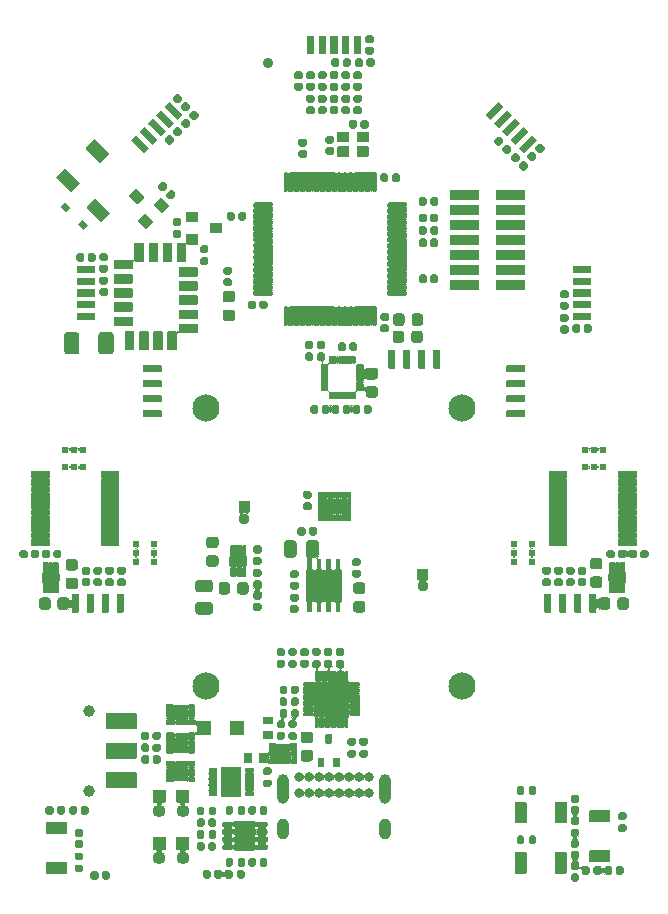
<source format=gbr>
G04 #@! TF.GenerationSoftware,KiCad,Pcbnew,5.1.7-a382d34a8~87~ubuntu18.04.1*
G04 #@! TF.CreationDate,2020-11-02T17:13:51+01:00*
G04 #@! TF.ProjectId,synermycha-electronics,73796e65-726d-4796-9368-612d656c6563,rev?*
G04 #@! TF.SameCoordinates,Original*
G04 #@! TF.FileFunction,Soldermask,Top*
G04 #@! TF.FilePolarity,Negative*
%FSLAX46Y46*%
G04 Gerber Fmt 4.6, Leading zero omitted, Abs format (unit mm)*
G04 Created by KiCad (PCBNEW 5.1.7-a382d34a8~87~ubuntu18.04.1) date 2020-11-02 17:13:51*
%MOMM*%
%LPD*%
G01*
G04 APERTURE LIST*
%ADD10C,0.602000*%
%ADD11C,0.802000*%
%ADD12O,1.002000X2.502000*%
%ADD13O,1.002000X1.802000*%
%ADD14O,0.952000X0.952000*%
%ADD15C,1.002000*%
%ADD16C,2.302000*%
%ADD17C,0.902000*%
%ADD18O,1.102000X1.102000*%
%ADD19C,0.100000*%
G04 APERTURE END LIST*
D10*
X29750000Y-152000000D03*
X28250000Y-152000000D03*
X29750000Y-152750000D03*
X29750000Y-151250000D03*
X28250000Y-151250000D03*
X28250000Y-152750000D03*
X23000000Y-144750000D03*
X23000000Y-143250000D03*
X22250000Y-144750000D03*
X23750000Y-144750000D03*
X23750000Y-143250000D03*
X22250000Y-143250000D03*
X67000000Y-144750000D03*
X67000000Y-143250000D03*
X66250000Y-144750000D03*
X67750000Y-144750000D03*
X67750000Y-143250000D03*
X66250000Y-143250000D03*
X61750000Y-151250000D03*
X61750000Y-152750000D03*
X60250000Y-152750000D03*
X60250000Y-151250000D03*
X61750000Y-152000000D03*
X60250000Y-152000000D03*
G36*
G01*
X26826000Y-150950000D02*
X26826000Y-151400000D01*
G75*
G02*
X26775000Y-151451000I-51000J0D01*
G01*
X25325000Y-151451000D01*
G75*
G02*
X25274000Y-151400000I0J51000D01*
G01*
X25274000Y-150950000D01*
G75*
G02*
X25325000Y-150899000I51000J0D01*
G01*
X26775000Y-150899000D01*
G75*
G02*
X26826000Y-150950000I0J-51000D01*
G01*
G37*
G36*
G01*
X26826000Y-150300000D02*
X26826000Y-150750000D01*
G75*
G02*
X26775000Y-150801000I-51000J0D01*
G01*
X25325000Y-150801000D01*
G75*
G02*
X25274000Y-150750000I0J51000D01*
G01*
X25274000Y-150300000D01*
G75*
G02*
X25325000Y-150249000I51000J0D01*
G01*
X26775000Y-150249000D01*
G75*
G02*
X26826000Y-150300000I0J-51000D01*
G01*
G37*
G36*
G01*
X26826000Y-149650000D02*
X26826000Y-150100000D01*
G75*
G02*
X26775000Y-150151000I-51000J0D01*
G01*
X25325000Y-150151000D01*
G75*
G02*
X25274000Y-150100000I0J51000D01*
G01*
X25274000Y-149650000D01*
G75*
G02*
X25325000Y-149599000I51000J0D01*
G01*
X26775000Y-149599000D01*
G75*
G02*
X26826000Y-149650000I0J-51000D01*
G01*
G37*
G36*
G01*
X26826000Y-149000000D02*
X26826000Y-149450000D01*
G75*
G02*
X26775000Y-149501000I-51000J0D01*
G01*
X25325000Y-149501000D01*
G75*
G02*
X25274000Y-149450000I0J51000D01*
G01*
X25274000Y-149000000D01*
G75*
G02*
X25325000Y-148949000I51000J0D01*
G01*
X26775000Y-148949000D01*
G75*
G02*
X26826000Y-149000000I0J-51000D01*
G01*
G37*
G36*
G01*
X26826000Y-148350000D02*
X26826000Y-148800000D01*
G75*
G02*
X26775000Y-148851000I-51000J0D01*
G01*
X25325000Y-148851000D01*
G75*
G02*
X25274000Y-148800000I0J51000D01*
G01*
X25274000Y-148350000D01*
G75*
G02*
X25325000Y-148299000I51000J0D01*
G01*
X26775000Y-148299000D01*
G75*
G02*
X26826000Y-148350000I0J-51000D01*
G01*
G37*
G36*
G01*
X26826000Y-147700000D02*
X26826000Y-148150000D01*
G75*
G02*
X26775000Y-148201000I-51000J0D01*
G01*
X25325000Y-148201000D01*
G75*
G02*
X25274000Y-148150000I0J51000D01*
G01*
X25274000Y-147700000D01*
G75*
G02*
X25325000Y-147649000I51000J0D01*
G01*
X26775000Y-147649000D01*
G75*
G02*
X26826000Y-147700000I0J-51000D01*
G01*
G37*
G36*
G01*
X26826000Y-147050000D02*
X26826000Y-147500000D01*
G75*
G02*
X26775000Y-147551000I-51000J0D01*
G01*
X25325000Y-147551000D01*
G75*
G02*
X25274000Y-147500000I0J51000D01*
G01*
X25274000Y-147050000D01*
G75*
G02*
X25325000Y-146999000I51000J0D01*
G01*
X26775000Y-146999000D01*
G75*
G02*
X26826000Y-147050000I0J-51000D01*
G01*
G37*
G36*
G01*
X26826000Y-146400000D02*
X26826000Y-146850000D01*
G75*
G02*
X26775000Y-146901000I-51000J0D01*
G01*
X25325000Y-146901000D01*
G75*
G02*
X25274000Y-146850000I0J51000D01*
G01*
X25274000Y-146400000D01*
G75*
G02*
X25325000Y-146349000I51000J0D01*
G01*
X26775000Y-146349000D01*
G75*
G02*
X26826000Y-146400000I0J-51000D01*
G01*
G37*
G36*
G01*
X26826000Y-145750000D02*
X26826000Y-146200000D01*
G75*
G02*
X26775000Y-146251000I-51000J0D01*
G01*
X25325000Y-146251000D01*
G75*
G02*
X25274000Y-146200000I0J51000D01*
G01*
X25274000Y-145750000D01*
G75*
G02*
X25325000Y-145699000I51000J0D01*
G01*
X26775000Y-145699000D01*
G75*
G02*
X26826000Y-145750000I0J-51000D01*
G01*
G37*
G36*
G01*
X26826000Y-145100000D02*
X26826000Y-145550000D01*
G75*
G02*
X26775000Y-145601000I-51000J0D01*
G01*
X25325000Y-145601000D01*
G75*
G02*
X25274000Y-145550000I0J51000D01*
G01*
X25274000Y-145100000D01*
G75*
G02*
X25325000Y-145049000I51000J0D01*
G01*
X26775000Y-145049000D01*
G75*
G02*
X26826000Y-145100000I0J-51000D01*
G01*
G37*
G36*
G01*
X20926000Y-145100000D02*
X20926000Y-145550000D01*
G75*
G02*
X20875000Y-145601000I-51000J0D01*
G01*
X19425000Y-145601000D01*
G75*
G02*
X19374000Y-145550000I0J51000D01*
G01*
X19374000Y-145100000D01*
G75*
G02*
X19425000Y-145049000I51000J0D01*
G01*
X20875000Y-145049000D01*
G75*
G02*
X20926000Y-145100000I0J-51000D01*
G01*
G37*
G36*
G01*
X20926000Y-145750000D02*
X20926000Y-146200000D01*
G75*
G02*
X20875000Y-146251000I-51000J0D01*
G01*
X19425000Y-146251000D01*
G75*
G02*
X19374000Y-146200000I0J51000D01*
G01*
X19374000Y-145750000D01*
G75*
G02*
X19425000Y-145699000I51000J0D01*
G01*
X20875000Y-145699000D01*
G75*
G02*
X20926000Y-145750000I0J-51000D01*
G01*
G37*
G36*
G01*
X20926000Y-146400000D02*
X20926000Y-146850000D01*
G75*
G02*
X20875000Y-146901000I-51000J0D01*
G01*
X19425000Y-146901000D01*
G75*
G02*
X19374000Y-146850000I0J51000D01*
G01*
X19374000Y-146400000D01*
G75*
G02*
X19425000Y-146349000I51000J0D01*
G01*
X20875000Y-146349000D01*
G75*
G02*
X20926000Y-146400000I0J-51000D01*
G01*
G37*
G36*
G01*
X20926000Y-147050000D02*
X20926000Y-147500000D01*
G75*
G02*
X20875000Y-147551000I-51000J0D01*
G01*
X19425000Y-147551000D01*
G75*
G02*
X19374000Y-147500000I0J51000D01*
G01*
X19374000Y-147050000D01*
G75*
G02*
X19425000Y-146999000I51000J0D01*
G01*
X20875000Y-146999000D01*
G75*
G02*
X20926000Y-147050000I0J-51000D01*
G01*
G37*
G36*
G01*
X20926000Y-147700000D02*
X20926000Y-148150000D01*
G75*
G02*
X20875000Y-148201000I-51000J0D01*
G01*
X19425000Y-148201000D01*
G75*
G02*
X19374000Y-148150000I0J51000D01*
G01*
X19374000Y-147700000D01*
G75*
G02*
X19425000Y-147649000I51000J0D01*
G01*
X20875000Y-147649000D01*
G75*
G02*
X20926000Y-147700000I0J-51000D01*
G01*
G37*
G36*
G01*
X20926000Y-148350000D02*
X20926000Y-148800000D01*
G75*
G02*
X20875000Y-148851000I-51000J0D01*
G01*
X19425000Y-148851000D01*
G75*
G02*
X19374000Y-148800000I0J51000D01*
G01*
X19374000Y-148350000D01*
G75*
G02*
X19425000Y-148299000I51000J0D01*
G01*
X20875000Y-148299000D01*
G75*
G02*
X20926000Y-148350000I0J-51000D01*
G01*
G37*
G36*
G01*
X20926000Y-149000000D02*
X20926000Y-149450000D01*
G75*
G02*
X20875000Y-149501000I-51000J0D01*
G01*
X19425000Y-149501000D01*
G75*
G02*
X19374000Y-149450000I0J51000D01*
G01*
X19374000Y-149000000D01*
G75*
G02*
X19425000Y-148949000I51000J0D01*
G01*
X20875000Y-148949000D01*
G75*
G02*
X20926000Y-149000000I0J-51000D01*
G01*
G37*
G36*
G01*
X20926000Y-149650000D02*
X20926000Y-150100000D01*
G75*
G02*
X20875000Y-150151000I-51000J0D01*
G01*
X19425000Y-150151000D01*
G75*
G02*
X19374000Y-150100000I0J51000D01*
G01*
X19374000Y-149650000D01*
G75*
G02*
X19425000Y-149599000I51000J0D01*
G01*
X20875000Y-149599000D01*
G75*
G02*
X20926000Y-149650000I0J-51000D01*
G01*
G37*
G36*
G01*
X20926000Y-150300000D02*
X20926000Y-150750000D01*
G75*
G02*
X20875000Y-150801000I-51000J0D01*
G01*
X19425000Y-150801000D01*
G75*
G02*
X19374000Y-150750000I0J51000D01*
G01*
X19374000Y-150300000D01*
G75*
G02*
X19425000Y-150249000I51000J0D01*
G01*
X20875000Y-150249000D01*
G75*
G02*
X20926000Y-150300000I0J-51000D01*
G01*
G37*
G36*
G01*
X20926000Y-150950000D02*
X20926000Y-151400000D01*
G75*
G02*
X20875000Y-151451000I-51000J0D01*
G01*
X19425000Y-151451000D01*
G75*
G02*
X19374000Y-151400000I0J51000D01*
G01*
X19374000Y-150950000D01*
G75*
G02*
X19425000Y-150899000I51000J0D01*
G01*
X20875000Y-150899000D01*
G75*
G02*
X20926000Y-150950000I0J-51000D01*
G01*
G37*
G36*
G01*
X70661000Y-151902000D02*
X70661000Y-152298000D01*
G75*
G02*
X70488000Y-152471000I-173000J0D01*
G01*
X70142000Y-152471000D01*
G75*
G02*
X69969000Y-152298000I0J173000D01*
G01*
X69969000Y-151902000D01*
G75*
G02*
X70142000Y-151729000I173000J0D01*
G01*
X70488000Y-151729000D01*
G75*
G02*
X70661000Y-151902000I0J-173000D01*
G01*
G37*
G36*
G01*
X71631000Y-151902000D02*
X71631000Y-152298000D01*
G75*
G02*
X71458000Y-152471000I-173000J0D01*
G01*
X71112000Y-152471000D01*
G75*
G02*
X70939000Y-152298000I0J173000D01*
G01*
X70939000Y-151902000D01*
G75*
G02*
X71112000Y-151729000I173000J0D01*
G01*
X71458000Y-151729000D01*
G75*
G02*
X71631000Y-151902000I0J-173000D01*
G01*
G37*
G36*
G01*
X27198000Y-153861000D02*
X26802000Y-153861000D01*
G75*
G02*
X26629000Y-153688000I0J173000D01*
G01*
X26629000Y-153342000D01*
G75*
G02*
X26802000Y-153169000I173000J0D01*
G01*
X27198000Y-153169000D01*
G75*
G02*
X27371000Y-153342000I0J-173000D01*
G01*
X27371000Y-153688000D01*
G75*
G02*
X27198000Y-153861000I-173000J0D01*
G01*
G37*
G36*
G01*
X27198000Y-154831000D02*
X26802000Y-154831000D01*
G75*
G02*
X26629000Y-154658000I0J173000D01*
G01*
X26629000Y-154312000D01*
G75*
G02*
X26802000Y-154139000I173000J0D01*
G01*
X27198000Y-154139000D01*
G75*
G02*
X27371000Y-154312000I0J-173000D01*
G01*
X27371000Y-154658000D01*
G75*
G02*
X27198000Y-154831000I-173000J0D01*
G01*
G37*
G36*
G01*
X69375000Y-152774000D02*
X69625000Y-152774000D01*
G75*
G02*
X69676000Y-152825000I0J-51000D01*
G01*
X69676000Y-153525000D01*
G75*
G02*
X69625000Y-153576000I-51000J0D01*
G01*
X69375000Y-153576000D01*
G75*
G02*
X69324000Y-153525000I0J51000D01*
G01*
X69324000Y-152825000D01*
G75*
G02*
X69375000Y-152774000I51000J0D01*
G01*
G37*
G36*
G01*
X68875000Y-152774000D02*
X69125000Y-152774000D01*
G75*
G02*
X69176000Y-152825000I0J-51000D01*
G01*
X69176000Y-153525000D01*
G75*
G02*
X69125000Y-153576000I-51000J0D01*
G01*
X68875000Y-153576000D01*
G75*
G02*
X68824000Y-153525000I0J51000D01*
G01*
X68824000Y-152825000D01*
G75*
G02*
X68875000Y-152774000I51000J0D01*
G01*
G37*
G36*
G01*
X68375000Y-152774000D02*
X68625000Y-152774000D01*
G75*
G02*
X68676000Y-152825000I0J-51000D01*
G01*
X68676000Y-153525000D01*
G75*
G02*
X68625000Y-153576000I-51000J0D01*
G01*
X68375000Y-153576000D01*
G75*
G02*
X68324000Y-153525000I0J51000D01*
G01*
X68324000Y-152825000D01*
G75*
G02*
X68375000Y-152774000I51000J0D01*
G01*
G37*
G36*
G01*
X68375000Y-154624000D02*
X68625000Y-154624000D01*
G75*
G02*
X68676000Y-154675000I0J-51000D01*
G01*
X68676000Y-155375000D01*
G75*
G02*
X68625000Y-155426000I-51000J0D01*
G01*
X68375000Y-155426000D01*
G75*
G02*
X68324000Y-155375000I0J51000D01*
G01*
X68324000Y-154675000D01*
G75*
G02*
X68375000Y-154624000I51000J0D01*
G01*
G37*
G36*
G01*
X68875000Y-154624000D02*
X69125000Y-154624000D01*
G75*
G02*
X69176000Y-154675000I0J-51000D01*
G01*
X69176000Y-155375000D01*
G75*
G02*
X69125000Y-155426000I-51000J0D01*
G01*
X68875000Y-155426000D01*
G75*
G02*
X68824000Y-155375000I0J51000D01*
G01*
X68824000Y-154675000D01*
G75*
G02*
X68875000Y-154624000I51000J0D01*
G01*
G37*
G36*
G01*
X69375000Y-154624000D02*
X69625000Y-154624000D01*
G75*
G02*
X69676000Y-154675000I0J-51000D01*
G01*
X69676000Y-155375000D01*
G75*
G02*
X69625000Y-155426000I-51000J0D01*
G01*
X69375000Y-155426000D01*
G75*
G02*
X69324000Y-155375000I0J51000D01*
G01*
X69324000Y-154675000D01*
G75*
G02*
X69375000Y-154624000I51000J0D01*
G01*
G37*
G36*
G01*
X68289999Y-153744000D02*
X69710001Y-153744000D01*
G75*
G02*
X69761000Y-153794999I0J-50999D01*
G01*
X69761000Y-154405001D01*
G75*
G02*
X69710001Y-154456000I-50999J0D01*
G01*
X68289999Y-154456000D01*
G75*
G02*
X68239000Y-154405001I0J50999D01*
G01*
X68239000Y-153794999D01*
G75*
G02*
X68289999Y-153744000I50999J0D01*
G01*
G37*
G36*
G01*
X64802000Y-154139000D02*
X65198000Y-154139000D01*
G75*
G02*
X65371000Y-154312000I0J-173000D01*
G01*
X65371000Y-154658000D01*
G75*
G02*
X65198000Y-154831000I-173000J0D01*
G01*
X64802000Y-154831000D01*
G75*
G02*
X64629000Y-154658000I0J173000D01*
G01*
X64629000Y-154312000D01*
G75*
G02*
X64802000Y-154139000I173000J0D01*
G01*
G37*
G36*
G01*
X64802000Y-153169000D02*
X65198000Y-153169000D01*
G75*
G02*
X65371000Y-153342000I0J-173000D01*
G01*
X65371000Y-153688000D01*
G75*
G02*
X65198000Y-153861000I-173000J0D01*
G01*
X64802000Y-153861000D01*
G75*
G02*
X64629000Y-153688000I0J173000D01*
G01*
X64629000Y-153342000D01*
G75*
G02*
X64802000Y-153169000I173000J0D01*
G01*
G37*
G36*
G01*
X63198000Y-153861000D02*
X62802000Y-153861000D01*
G75*
G02*
X62629000Y-153688000I0J173000D01*
G01*
X62629000Y-153342000D01*
G75*
G02*
X62802000Y-153169000I173000J0D01*
G01*
X63198000Y-153169000D01*
G75*
G02*
X63371000Y-153342000I0J-173000D01*
G01*
X63371000Y-153688000D01*
G75*
G02*
X63198000Y-153861000I-173000J0D01*
G01*
G37*
G36*
G01*
X63198000Y-154831000D02*
X62802000Y-154831000D01*
G75*
G02*
X62629000Y-154658000I0J173000D01*
G01*
X62629000Y-154312000D01*
G75*
G02*
X62802000Y-154139000I173000J0D01*
G01*
X63198000Y-154139000D01*
G75*
G02*
X63371000Y-154312000I0J-173000D01*
G01*
X63371000Y-154658000D01*
G75*
G02*
X63198000Y-154831000I-173000J0D01*
G01*
G37*
G36*
G01*
X21911000Y-151904500D02*
X21911000Y-152295500D01*
G75*
G02*
X21745500Y-152461000I-165500J0D01*
G01*
X21414500Y-152461000D01*
G75*
G02*
X21249000Y-152295500I0J165500D01*
G01*
X21249000Y-151904500D01*
G75*
G02*
X21414500Y-151739000I165500J0D01*
G01*
X21745500Y-151739000D01*
G75*
G02*
X21911000Y-151904500I0J-165500D01*
G01*
G37*
G36*
G01*
X20951000Y-151904500D02*
X20951000Y-152295500D01*
G75*
G02*
X20785500Y-152461000I-165500J0D01*
G01*
X20454500Y-152461000D01*
G75*
G02*
X20289000Y-152295500I0J165500D01*
G01*
X20289000Y-151904500D01*
G75*
G02*
X20454500Y-151739000I165500J0D01*
G01*
X20785500Y-151739000D01*
G75*
G02*
X20951000Y-151904500I0J-165500D01*
G01*
G37*
G36*
G01*
X66918250Y-152424000D02*
X67481750Y-152424000D01*
G75*
G02*
X67726000Y-152668250I0J-244250D01*
G01*
X67726000Y-153156750D01*
G75*
G02*
X67481750Y-153401000I-244250J0D01*
G01*
X66918250Y-153401000D01*
G75*
G02*
X66674000Y-153156750I0J244250D01*
G01*
X66674000Y-152668250D01*
G75*
G02*
X66918250Y-152424000I244250J0D01*
G01*
G37*
G36*
G01*
X66918250Y-153999000D02*
X67481750Y-153999000D01*
G75*
G02*
X67726000Y-154243250I0J-244250D01*
G01*
X67726000Y-154731750D01*
G75*
G02*
X67481750Y-154976000I-244250J0D01*
G01*
X66918250Y-154976000D01*
G75*
G02*
X66674000Y-154731750I0J244250D01*
G01*
X66674000Y-154243250D01*
G75*
G02*
X66918250Y-153999000I244250J0D01*
G01*
G37*
G36*
G01*
X69731000Y-151902000D02*
X69731000Y-152298000D01*
G75*
G02*
X69558000Y-152471000I-173000J0D01*
G01*
X69212000Y-152471000D01*
G75*
G02*
X69039000Y-152298000I0J173000D01*
G01*
X69039000Y-151902000D01*
G75*
G02*
X69212000Y-151729000I173000J0D01*
G01*
X69558000Y-151729000D01*
G75*
G02*
X69731000Y-151902000I0J-173000D01*
G01*
G37*
G36*
G01*
X68761000Y-151902000D02*
X68761000Y-152298000D01*
G75*
G02*
X68588000Y-152471000I-173000J0D01*
G01*
X68242000Y-152471000D01*
G75*
G02*
X68069000Y-152298000I0J173000D01*
G01*
X68069000Y-151902000D01*
G75*
G02*
X68242000Y-151729000I173000J0D01*
G01*
X68588000Y-151729000D01*
G75*
G02*
X68761000Y-151902000I0J-173000D01*
G01*
G37*
G36*
G01*
X69074000Y-145550000D02*
X69074000Y-145100000D01*
G75*
G02*
X69125000Y-145049000I51000J0D01*
G01*
X70575000Y-145049000D01*
G75*
G02*
X70626000Y-145100000I0J-51000D01*
G01*
X70626000Y-145550000D01*
G75*
G02*
X70575000Y-145601000I-51000J0D01*
G01*
X69125000Y-145601000D01*
G75*
G02*
X69074000Y-145550000I0J51000D01*
G01*
G37*
G36*
G01*
X69074000Y-146200000D02*
X69074000Y-145750000D01*
G75*
G02*
X69125000Y-145699000I51000J0D01*
G01*
X70575000Y-145699000D01*
G75*
G02*
X70626000Y-145750000I0J-51000D01*
G01*
X70626000Y-146200000D01*
G75*
G02*
X70575000Y-146251000I-51000J0D01*
G01*
X69125000Y-146251000D01*
G75*
G02*
X69074000Y-146200000I0J51000D01*
G01*
G37*
G36*
G01*
X69074000Y-146850000D02*
X69074000Y-146400000D01*
G75*
G02*
X69125000Y-146349000I51000J0D01*
G01*
X70575000Y-146349000D01*
G75*
G02*
X70626000Y-146400000I0J-51000D01*
G01*
X70626000Y-146850000D01*
G75*
G02*
X70575000Y-146901000I-51000J0D01*
G01*
X69125000Y-146901000D01*
G75*
G02*
X69074000Y-146850000I0J51000D01*
G01*
G37*
G36*
G01*
X69074000Y-147500000D02*
X69074000Y-147050000D01*
G75*
G02*
X69125000Y-146999000I51000J0D01*
G01*
X70575000Y-146999000D01*
G75*
G02*
X70626000Y-147050000I0J-51000D01*
G01*
X70626000Y-147500000D01*
G75*
G02*
X70575000Y-147551000I-51000J0D01*
G01*
X69125000Y-147551000D01*
G75*
G02*
X69074000Y-147500000I0J51000D01*
G01*
G37*
G36*
G01*
X69074000Y-148150000D02*
X69074000Y-147700000D01*
G75*
G02*
X69125000Y-147649000I51000J0D01*
G01*
X70575000Y-147649000D01*
G75*
G02*
X70626000Y-147700000I0J-51000D01*
G01*
X70626000Y-148150000D01*
G75*
G02*
X70575000Y-148201000I-51000J0D01*
G01*
X69125000Y-148201000D01*
G75*
G02*
X69074000Y-148150000I0J51000D01*
G01*
G37*
G36*
G01*
X69074000Y-148800000D02*
X69074000Y-148350000D01*
G75*
G02*
X69125000Y-148299000I51000J0D01*
G01*
X70575000Y-148299000D01*
G75*
G02*
X70626000Y-148350000I0J-51000D01*
G01*
X70626000Y-148800000D01*
G75*
G02*
X70575000Y-148851000I-51000J0D01*
G01*
X69125000Y-148851000D01*
G75*
G02*
X69074000Y-148800000I0J51000D01*
G01*
G37*
G36*
G01*
X69074000Y-149450000D02*
X69074000Y-149000000D01*
G75*
G02*
X69125000Y-148949000I51000J0D01*
G01*
X70575000Y-148949000D01*
G75*
G02*
X70626000Y-149000000I0J-51000D01*
G01*
X70626000Y-149450000D01*
G75*
G02*
X70575000Y-149501000I-51000J0D01*
G01*
X69125000Y-149501000D01*
G75*
G02*
X69074000Y-149450000I0J51000D01*
G01*
G37*
G36*
G01*
X69074000Y-150100000D02*
X69074000Y-149650000D01*
G75*
G02*
X69125000Y-149599000I51000J0D01*
G01*
X70575000Y-149599000D01*
G75*
G02*
X70626000Y-149650000I0J-51000D01*
G01*
X70626000Y-150100000D01*
G75*
G02*
X70575000Y-150151000I-51000J0D01*
G01*
X69125000Y-150151000D01*
G75*
G02*
X69074000Y-150100000I0J51000D01*
G01*
G37*
G36*
G01*
X69074000Y-150750000D02*
X69074000Y-150300000D01*
G75*
G02*
X69125000Y-150249000I51000J0D01*
G01*
X70575000Y-150249000D01*
G75*
G02*
X70626000Y-150300000I0J-51000D01*
G01*
X70626000Y-150750000D01*
G75*
G02*
X70575000Y-150801000I-51000J0D01*
G01*
X69125000Y-150801000D01*
G75*
G02*
X69074000Y-150750000I0J51000D01*
G01*
G37*
G36*
G01*
X69074000Y-151400000D02*
X69074000Y-150950000D01*
G75*
G02*
X69125000Y-150899000I51000J0D01*
G01*
X70575000Y-150899000D01*
G75*
G02*
X70626000Y-150950000I0J-51000D01*
G01*
X70626000Y-151400000D01*
G75*
G02*
X70575000Y-151451000I-51000J0D01*
G01*
X69125000Y-151451000D01*
G75*
G02*
X69074000Y-151400000I0J51000D01*
G01*
G37*
G36*
G01*
X63174000Y-151400000D02*
X63174000Y-150950000D01*
G75*
G02*
X63225000Y-150899000I51000J0D01*
G01*
X64675000Y-150899000D01*
G75*
G02*
X64726000Y-150950000I0J-51000D01*
G01*
X64726000Y-151400000D01*
G75*
G02*
X64675000Y-151451000I-51000J0D01*
G01*
X63225000Y-151451000D01*
G75*
G02*
X63174000Y-151400000I0J51000D01*
G01*
G37*
G36*
G01*
X63174000Y-150750000D02*
X63174000Y-150300000D01*
G75*
G02*
X63225000Y-150249000I51000J0D01*
G01*
X64675000Y-150249000D01*
G75*
G02*
X64726000Y-150300000I0J-51000D01*
G01*
X64726000Y-150750000D01*
G75*
G02*
X64675000Y-150801000I-51000J0D01*
G01*
X63225000Y-150801000D01*
G75*
G02*
X63174000Y-150750000I0J51000D01*
G01*
G37*
G36*
G01*
X63174000Y-150100000D02*
X63174000Y-149650000D01*
G75*
G02*
X63225000Y-149599000I51000J0D01*
G01*
X64675000Y-149599000D01*
G75*
G02*
X64726000Y-149650000I0J-51000D01*
G01*
X64726000Y-150100000D01*
G75*
G02*
X64675000Y-150151000I-51000J0D01*
G01*
X63225000Y-150151000D01*
G75*
G02*
X63174000Y-150100000I0J51000D01*
G01*
G37*
G36*
G01*
X63174000Y-149450000D02*
X63174000Y-149000000D01*
G75*
G02*
X63225000Y-148949000I51000J0D01*
G01*
X64675000Y-148949000D01*
G75*
G02*
X64726000Y-149000000I0J-51000D01*
G01*
X64726000Y-149450000D01*
G75*
G02*
X64675000Y-149501000I-51000J0D01*
G01*
X63225000Y-149501000D01*
G75*
G02*
X63174000Y-149450000I0J51000D01*
G01*
G37*
G36*
G01*
X63174000Y-148800000D02*
X63174000Y-148350000D01*
G75*
G02*
X63225000Y-148299000I51000J0D01*
G01*
X64675000Y-148299000D01*
G75*
G02*
X64726000Y-148350000I0J-51000D01*
G01*
X64726000Y-148800000D01*
G75*
G02*
X64675000Y-148851000I-51000J0D01*
G01*
X63225000Y-148851000D01*
G75*
G02*
X63174000Y-148800000I0J51000D01*
G01*
G37*
G36*
G01*
X63174000Y-148150000D02*
X63174000Y-147700000D01*
G75*
G02*
X63225000Y-147649000I51000J0D01*
G01*
X64675000Y-147649000D01*
G75*
G02*
X64726000Y-147700000I0J-51000D01*
G01*
X64726000Y-148150000D01*
G75*
G02*
X64675000Y-148201000I-51000J0D01*
G01*
X63225000Y-148201000D01*
G75*
G02*
X63174000Y-148150000I0J51000D01*
G01*
G37*
G36*
G01*
X63174000Y-147500000D02*
X63174000Y-147050000D01*
G75*
G02*
X63225000Y-146999000I51000J0D01*
G01*
X64675000Y-146999000D01*
G75*
G02*
X64726000Y-147050000I0J-51000D01*
G01*
X64726000Y-147500000D01*
G75*
G02*
X64675000Y-147551000I-51000J0D01*
G01*
X63225000Y-147551000D01*
G75*
G02*
X63174000Y-147500000I0J51000D01*
G01*
G37*
G36*
G01*
X63174000Y-146850000D02*
X63174000Y-146400000D01*
G75*
G02*
X63225000Y-146349000I51000J0D01*
G01*
X64675000Y-146349000D01*
G75*
G02*
X64726000Y-146400000I0J-51000D01*
G01*
X64726000Y-146850000D01*
G75*
G02*
X64675000Y-146901000I-51000J0D01*
G01*
X63225000Y-146901000D01*
G75*
G02*
X63174000Y-146850000I0J51000D01*
G01*
G37*
G36*
G01*
X63174000Y-146200000D02*
X63174000Y-145750000D01*
G75*
G02*
X63225000Y-145699000I51000J0D01*
G01*
X64675000Y-145699000D01*
G75*
G02*
X64726000Y-145750000I0J-51000D01*
G01*
X64726000Y-146200000D01*
G75*
G02*
X64675000Y-146251000I-51000J0D01*
G01*
X63225000Y-146251000D01*
G75*
G02*
X63174000Y-146200000I0J51000D01*
G01*
G37*
G36*
G01*
X63174000Y-145550000D02*
X63174000Y-145100000D01*
G75*
G02*
X63225000Y-145049000I51000J0D01*
G01*
X64675000Y-145049000D01*
G75*
G02*
X64726000Y-145100000I0J-51000D01*
G01*
X64726000Y-145550000D01*
G75*
G02*
X64675000Y-145601000I-51000J0D01*
G01*
X63225000Y-145601000D01*
G75*
G02*
X63174000Y-145550000I0J51000D01*
G01*
G37*
G36*
G01*
X21375000Y-152774000D02*
X21625000Y-152774000D01*
G75*
G02*
X21676000Y-152825000I0J-51000D01*
G01*
X21676000Y-153525000D01*
G75*
G02*
X21625000Y-153576000I-51000J0D01*
G01*
X21375000Y-153576000D01*
G75*
G02*
X21324000Y-153525000I0J51000D01*
G01*
X21324000Y-152825000D01*
G75*
G02*
X21375000Y-152774000I51000J0D01*
G01*
G37*
G36*
G01*
X20875000Y-152774000D02*
X21125000Y-152774000D01*
G75*
G02*
X21176000Y-152825000I0J-51000D01*
G01*
X21176000Y-153525000D01*
G75*
G02*
X21125000Y-153576000I-51000J0D01*
G01*
X20875000Y-153576000D01*
G75*
G02*
X20824000Y-153525000I0J51000D01*
G01*
X20824000Y-152825000D01*
G75*
G02*
X20875000Y-152774000I51000J0D01*
G01*
G37*
G36*
G01*
X20375000Y-152774000D02*
X20625000Y-152774000D01*
G75*
G02*
X20676000Y-152825000I0J-51000D01*
G01*
X20676000Y-153525000D01*
G75*
G02*
X20625000Y-153576000I-51000J0D01*
G01*
X20375000Y-153576000D01*
G75*
G02*
X20324000Y-153525000I0J51000D01*
G01*
X20324000Y-152825000D01*
G75*
G02*
X20375000Y-152774000I51000J0D01*
G01*
G37*
G36*
G01*
X20375000Y-154624000D02*
X20625000Y-154624000D01*
G75*
G02*
X20676000Y-154675000I0J-51000D01*
G01*
X20676000Y-155375000D01*
G75*
G02*
X20625000Y-155426000I-51000J0D01*
G01*
X20375000Y-155426000D01*
G75*
G02*
X20324000Y-155375000I0J51000D01*
G01*
X20324000Y-154675000D01*
G75*
G02*
X20375000Y-154624000I51000J0D01*
G01*
G37*
G36*
G01*
X20875000Y-154624000D02*
X21125000Y-154624000D01*
G75*
G02*
X21176000Y-154675000I0J-51000D01*
G01*
X21176000Y-155375000D01*
G75*
G02*
X21125000Y-155426000I-51000J0D01*
G01*
X20875000Y-155426000D01*
G75*
G02*
X20824000Y-155375000I0J51000D01*
G01*
X20824000Y-154675000D01*
G75*
G02*
X20875000Y-154624000I51000J0D01*
G01*
G37*
G36*
G01*
X21375000Y-154624000D02*
X21625000Y-154624000D01*
G75*
G02*
X21676000Y-154675000I0J-51000D01*
G01*
X21676000Y-155375000D01*
G75*
G02*
X21625000Y-155426000I-51000J0D01*
G01*
X21375000Y-155426000D01*
G75*
G02*
X21324000Y-155375000I0J51000D01*
G01*
X21324000Y-154675000D01*
G75*
G02*
X21375000Y-154624000I51000J0D01*
G01*
G37*
G36*
G01*
X20289999Y-153744000D02*
X21710001Y-153744000D01*
G75*
G02*
X21761000Y-153794999I0J-50999D01*
G01*
X21761000Y-154405001D01*
G75*
G02*
X21710001Y-154456000I-50999J0D01*
G01*
X20289999Y-154456000D01*
G75*
G02*
X20239000Y-154405001I0J50999D01*
G01*
X20239000Y-153794999D01*
G75*
G02*
X20289999Y-153744000I50999J0D01*
G01*
G37*
G36*
G01*
X67424000Y-156581750D02*
X67424000Y-156018250D01*
G75*
G02*
X67668250Y-155774000I244250J0D01*
G01*
X68156750Y-155774000D01*
G75*
G02*
X68401000Y-156018250I0J-244250D01*
G01*
X68401000Y-156581750D01*
G75*
G02*
X68156750Y-156826000I-244250J0D01*
G01*
X67668250Y-156826000D01*
G75*
G02*
X67424000Y-156581750I0J244250D01*
G01*
G37*
G36*
G01*
X68999000Y-156581750D02*
X68999000Y-156018250D01*
G75*
G02*
X69243250Y-155774000I244250J0D01*
G01*
X69731750Y-155774000D01*
G75*
G02*
X69976000Y-156018250I0J-244250D01*
G01*
X69976000Y-156581750D01*
G75*
G02*
X69731750Y-156826000I-244250J0D01*
G01*
X69243250Y-156826000D01*
G75*
G02*
X68999000Y-156581750I0J244250D01*
G01*
G37*
G36*
G01*
X22518250Y-154099000D02*
X23081750Y-154099000D01*
G75*
G02*
X23326000Y-154343250I0J-244250D01*
G01*
X23326000Y-154831750D01*
G75*
G02*
X23081750Y-155076000I-244250J0D01*
G01*
X22518250Y-155076000D01*
G75*
G02*
X22274000Y-154831750I0J244250D01*
G01*
X22274000Y-154343250D01*
G75*
G02*
X22518250Y-154099000I244250J0D01*
G01*
G37*
G36*
G01*
X22518250Y-152524000D02*
X23081750Y-152524000D01*
G75*
G02*
X23326000Y-152768250I0J-244250D01*
G01*
X23326000Y-153256750D01*
G75*
G02*
X23081750Y-153501000I-244250J0D01*
G01*
X22518250Y-153501000D01*
G75*
G02*
X22274000Y-153256750I0J244250D01*
G01*
X22274000Y-152768250D01*
G75*
G02*
X22518250Y-152524000I244250J0D01*
G01*
G37*
G36*
G01*
X24802000Y-154139000D02*
X25198000Y-154139000D01*
G75*
G02*
X25371000Y-154312000I0J-173000D01*
G01*
X25371000Y-154658000D01*
G75*
G02*
X25198000Y-154831000I-173000J0D01*
G01*
X24802000Y-154831000D01*
G75*
G02*
X24629000Y-154658000I0J173000D01*
G01*
X24629000Y-154312000D01*
G75*
G02*
X24802000Y-154139000I173000J0D01*
G01*
G37*
G36*
G01*
X24802000Y-153169000D02*
X25198000Y-153169000D01*
G75*
G02*
X25371000Y-153342000I0J-173000D01*
G01*
X25371000Y-153688000D01*
G75*
G02*
X25198000Y-153861000I-173000J0D01*
G01*
X24802000Y-153861000D01*
G75*
G02*
X24629000Y-153688000I0J173000D01*
G01*
X24629000Y-153342000D01*
G75*
G02*
X24802000Y-153169000I173000J0D01*
G01*
G37*
G36*
G01*
X19339000Y-152298000D02*
X19339000Y-151902000D01*
G75*
G02*
X19512000Y-151729000I173000J0D01*
G01*
X19858000Y-151729000D01*
G75*
G02*
X20031000Y-151902000I0J-173000D01*
G01*
X20031000Y-152298000D01*
G75*
G02*
X19858000Y-152471000I-173000J0D01*
G01*
X19512000Y-152471000D01*
G75*
G02*
X19339000Y-152298000I0J173000D01*
G01*
G37*
G36*
G01*
X18369000Y-152298000D02*
X18369000Y-151902000D01*
G75*
G02*
X18542000Y-151729000I173000J0D01*
G01*
X18888000Y-151729000D01*
G75*
G02*
X19061000Y-151902000I0J-173000D01*
G01*
X19061000Y-152298000D01*
G75*
G02*
X18888000Y-152471000I-173000J0D01*
G01*
X18542000Y-152471000D01*
G75*
G02*
X18369000Y-152298000I0J173000D01*
G01*
G37*
G36*
G01*
X24198000Y-153861000D02*
X23802000Y-153861000D01*
G75*
G02*
X23629000Y-153688000I0J173000D01*
G01*
X23629000Y-153342000D01*
G75*
G02*
X23802000Y-153169000I173000J0D01*
G01*
X24198000Y-153169000D01*
G75*
G02*
X24371000Y-153342000I0J-173000D01*
G01*
X24371000Y-153688000D01*
G75*
G02*
X24198000Y-153861000I-173000J0D01*
G01*
G37*
G36*
G01*
X24198000Y-154831000D02*
X23802000Y-154831000D01*
G75*
G02*
X23629000Y-154658000I0J173000D01*
G01*
X23629000Y-154312000D01*
G75*
G02*
X23802000Y-154139000I173000J0D01*
G01*
X24198000Y-154139000D01*
G75*
G02*
X24371000Y-154312000I0J-173000D01*
G01*
X24371000Y-154658000D01*
G75*
G02*
X24198000Y-154831000I-173000J0D01*
G01*
G37*
G36*
G01*
X25802000Y-154139000D02*
X26198000Y-154139000D01*
G75*
G02*
X26371000Y-154312000I0J-173000D01*
G01*
X26371000Y-154658000D01*
G75*
G02*
X26198000Y-154831000I-173000J0D01*
G01*
X25802000Y-154831000D01*
G75*
G02*
X25629000Y-154658000I0J173000D01*
G01*
X25629000Y-154312000D01*
G75*
G02*
X25802000Y-154139000I173000J0D01*
G01*
G37*
G36*
G01*
X25802000Y-153169000D02*
X26198000Y-153169000D01*
G75*
G02*
X26371000Y-153342000I0J-173000D01*
G01*
X26371000Y-153688000D01*
G75*
G02*
X26198000Y-153861000I-173000J0D01*
G01*
X25802000Y-153861000D01*
G75*
G02*
X25629000Y-153688000I0J173000D01*
G01*
X25629000Y-153342000D01*
G75*
G02*
X25802000Y-153169000I173000J0D01*
G01*
G37*
G36*
G01*
X22576000Y-156024500D02*
X22576000Y-156575500D01*
G75*
G02*
X22325500Y-156826000I-250500J0D01*
G01*
X21824500Y-156826000D01*
G75*
G02*
X21574000Y-156575500I0J250500D01*
G01*
X21574000Y-156024500D01*
G75*
G02*
X21824500Y-155774000I250500J0D01*
G01*
X22325500Y-155774000D01*
G75*
G02*
X22576000Y-156024500I0J-250500D01*
G01*
G37*
G36*
G01*
X21026000Y-156024500D02*
X21026000Y-156575500D01*
G75*
G02*
X20775500Y-156826000I-250500J0D01*
G01*
X20274500Y-156826000D01*
G75*
G02*
X20024000Y-156575500I0J250500D01*
G01*
X20024000Y-156024500D01*
G75*
G02*
X20274500Y-155774000I250500J0D01*
G01*
X20775500Y-155774000D01*
G75*
G02*
X21026000Y-156024500I0J-250500D01*
G01*
G37*
G36*
G01*
X66198000Y-153861000D02*
X65802000Y-153861000D01*
G75*
G02*
X65629000Y-153688000I0J173000D01*
G01*
X65629000Y-153342000D01*
G75*
G02*
X65802000Y-153169000I173000J0D01*
G01*
X66198000Y-153169000D01*
G75*
G02*
X66371000Y-153342000I0J-173000D01*
G01*
X66371000Y-153688000D01*
G75*
G02*
X66198000Y-153861000I-173000J0D01*
G01*
G37*
G36*
G01*
X66198000Y-154831000D02*
X65802000Y-154831000D01*
G75*
G02*
X65629000Y-154658000I0J173000D01*
G01*
X65629000Y-154312000D01*
G75*
G02*
X65802000Y-154139000I173000J0D01*
G01*
X66198000Y-154139000D01*
G75*
G02*
X66371000Y-154312000I0J-173000D01*
G01*
X66371000Y-154658000D01*
G75*
G02*
X66198000Y-154831000I-173000J0D01*
G01*
G37*
G36*
G01*
X66604000Y-157000000D02*
X66604000Y-155500000D01*
G75*
G02*
X66655000Y-155449000I51000J0D01*
G01*
X67155000Y-155449000D01*
G75*
G02*
X67206000Y-155500000I0J-51000D01*
G01*
X67206000Y-157000000D01*
G75*
G02*
X67155000Y-157051000I-51000J0D01*
G01*
X66655000Y-157051000D01*
G75*
G02*
X66604000Y-157000000I0J51000D01*
G01*
G37*
G36*
G01*
X65334000Y-157000000D02*
X65334000Y-155500000D01*
G75*
G02*
X65385000Y-155449000I51000J0D01*
G01*
X65885000Y-155449000D01*
G75*
G02*
X65936000Y-155500000I0J-51000D01*
G01*
X65936000Y-157000000D01*
G75*
G02*
X65885000Y-157051000I-51000J0D01*
G01*
X65385000Y-157051000D01*
G75*
G02*
X65334000Y-157000000I0J51000D01*
G01*
G37*
G36*
G01*
X64064000Y-157000000D02*
X64064000Y-155500000D01*
G75*
G02*
X64115000Y-155449000I51000J0D01*
G01*
X64615000Y-155449000D01*
G75*
G02*
X64666000Y-155500000I0J-51000D01*
G01*
X64666000Y-157000000D01*
G75*
G02*
X64615000Y-157051000I-51000J0D01*
G01*
X64115000Y-157051000D01*
G75*
G02*
X64064000Y-157000000I0J51000D01*
G01*
G37*
G36*
G01*
X62794000Y-157000000D02*
X62794000Y-155500000D01*
G75*
G02*
X62845000Y-155449000I51000J0D01*
G01*
X63345000Y-155449000D01*
G75*
G02*
X63396000Y-155500000I0J-51000D01*
G01*
X63396000Y-157000000D01*
G75*
G02*
X63345000Y-157051000I-51000J0D01*
G01*
X62845000Y-157051000D01*
G75*
G02*
X62794000Y-157000000I0J51000D01*
G01*
G37*
G36*
G01*
X63802000Y-154139000D02*
X64198000Y-154139000D01*
G75*
G02*
X64371000Y-154312000I0J-173000D01*
G01*
X64371000Y-154658000D01*
G75*
G02*
X64198000Y-154831000I-173000J0D01*
G01*
X63802000Y-154831000D01*
G75*
G02*
X63629000Y-154658000I0J173000D01*
G01*
X63629000Y-154312000D01*
G75*
G02*
X63802000Y-154139000I173000J0D01*
G01*
G37*
G36*
G01*
X63802000Y-153169000D02*
X64198000Y-153169000D01*
G75*
G02*
X64371000Y-153342000I0J-173000D01*
G01*
X64371000Y-153688000D01*
G75*
G02*
X64198000Y-153861000I-173000J0D01*
G01*
X63802000Y-153861000D01*
G75*
G02*
X63629000Y-153688000I0J173000D01*
G01*
X63629000Y-153342000D01*
G75*
G02*
X63802000Y-153169000I173000J0D01*
G01*
G37*
G36*
G01*
X23411000Y-155500000D02*
X23411000Y-157000000D01*
G75*
G02*
X23360000Y-157051000I-51000J0D01*
G01*
X22860000Y-157051000D01*
G75*
G02*
X22809000Y-157000000I0J51000D01*
G01*
X22809000Y-155500000D01*
G75*
G02*
X22860000Y-155449000I51000J0D01*
G01*
X23360000Y-155449000D01*
G75*
G02*
X23411000Y-155500000I0J-51000D01*
G01*
G37*
G36*
G01*
X24681000Y-155500000D02*
X24681000Y-157000000D01*
G75*
G02*
X24630000Y-157051000I-51000J0D01*
G01*
X24130000Y-157051000D01*
G75*
G02*
X24079000Y-157000000I0J51000D01*
G01*
X24079000Y-155500000D01*
G75*
G02*
X24130000Y-155449000I51000J0D01*
G01*
X24630000Y-155449000D01*
G75*
G02*
X24681000Y-155500000I0J-51000D01*
G01*
G37*
G36*
G01*
X25951000Y-155500000D02*
X25951000Y-157000000D01*
G75*
G02*
X25900000Y-157051000I-51000J0D01*
G01*
X25400000Y-157051000D01*
G75*
G02*
X25349000Y-157000000I0J51000D01*
G01*
X25349000Y-155500000D01*
G75*
G02*
X25400000Y-155449000I51000J0D01*
G01*
X25900000Y-155449000D01*
G75*
G02*
X25951000Y-155500000I0J-51000D01*
G01*
G37*
G36*
G01*
X27221000Y-155500000D02*
X27221000Y-157000000D01*
G75*
G02*
X27170000Y-157051000I-51000J0D01*
G01*
X26670000Y-157051000D01*
G75*
G02*
X26619000Y-157000000I0J51000D01*
G01*
X26619000Y-155500000D01*
G75*
G02*
X26670000Y-155449000I51000J0D01*
G01*
X27170000Y-155449000D01*
G75*
G02*
X27221000Y-155500000I0J-51000D01*
G01*
G37*
G36*
G01*
X43289500Y-161089000D02*
X43710500Y-161089000D01*
G75*
G02*
X43871000Y-161249500I0J-160500D01*
G01*
X43871000Y-161570500D01*
G75*
G02*
X43710500Y-161731000I-160500J0D01*
G01*
X43289500Y-161731000D01*
G75*
G02*
X43129000Y-161570500I0J160500D01*
G01*
X43129000Y-161249500D01*
G75*
G02*
X43289500Y-161089000I160500J0D01*
G01*
G37*
G36*
G01*
X43289500Y-160069000D02*
X43710500Y-160069000D01*
G75*
G02*
X43871000Y-160229500I0J-160500D01*
G01*
X43871000Y-160550500D01*
G75*
G02*
X43710500Y-160711000I-160500J0D01*
G01*
X43289500Y-160711000D01*
G75*
G02*
X43129000Y-160550500I0J160500D01*
G01*
X43129000Y-160229500D01*
G75*
G02*
X43289500Y-160069000I160500J0D01*
G01*
G37*
D11*
X42000000Y-171000000D03*
X42850000Y-171000000D03*
X43700000Y-171000000D03*
X44550000Y-171000000D03*
X45400000Y-171000000D03*
X46250000Y-171000000D03*
X47100000Y-171000000D03*
X47950000Y-171000000D03*
X42850000Y-172350000D03*
X44550000Y-172350000D03*
X43700000Y-172350000D03*
X42000000Y-172350000D03*
X46250000Y-172350000D03*
X47100000Y-172350000D03*
X47950000Y-172350000D03*
X45400000Y-172350000D03*
D12*
X40650000Y-171980000D03*
X49300000Y-171980000D03*
D13*
X40650000Y-175360000D03*
X49300000Y-175360000D03*
G36*
G01*
X43539000Y-135598000D02*
X43539000Y-135202000D01*
G75*
G02*
X43712000Y-135029000I173000J0D01*
G01*
X44058000Y-135029000D01*
G75*
G02*
X44231000Y-135202000I0J-173000D01*
G01*
X44231000Y-135598000D01*
G75*
G02*
X44058000Y-135771000I-173000J0D01*
G01*
X43712000Y-135771000D01*
G75*
G02*
X43539000Y-135598000I0J173000D01*
G01*
G37*
G36*
G01*
X42569000Y-135598000D02*
X42569000Y-135202000D01*
G75*
G02*
X42742000Y-135029000I173000J0D01*
G01*
X43088000Y-135029000D01*
G75*
G02*
X43261000Y-135202000I0J-173000D01*
G01*
X43261000Y-135598000D01*
G75*
G02*
X43088000Y-135771000I-173000J0D01*
G01*
X42742000Y-135771000D01*
G75*
G02*
X42569000Y-135598000I0J173000D01*
G01*
G37*
G36*
G01*
X46289000Y-134748000D02*
X46289000Y-134352000D01*
G75*
G02*
X46462000Y-134179000I173000J0D01*
G01*
X46808000Y-134179000D01*
G75*
G02*
X46981000Y-134352000I0J-173000D01*
G01*
X46981000Y-134748000D01*
G75*
G02*
X46808000Y-134921000I-173000J0D01*
G01*
X46462000Y-134921000D01*
G75*
G02*
X46289000Y-134748000I0J173000D01*
G01*
G37*
G36*
G01*
X45319000Y-134748000D02*
X45319000Y-134352000D01*
G75*
G02*
X45492000Y-134179000I173000J0D01*
G01*
X45838000Y-134179000D01*
G75*
G02*
X46011000Y-134352000I0J-173000D01*
G01*
X46011000Y-134748000D01*
G75*
G02*
X45838000Y-134921000I-173000J0D01*
G01*
X45492000Y-134921000D01*
G75*
G02*
X45319000Y-134748000I0J173000D01*
G01*
G37*
G36*
G01*
X46289500Y-167669000D02*
X46710500Y-167669000D01*
G75*
G02*
X46871000Y-167829500I0J-160500D01*
G01*
X46871000Y-168150500D01*
G75*
G02*
X46710500Y-168311000I-160500J0D01*
G01*
X46289500Y-168311000D01*
G75*
G02*
X46129000Y-168150500I0J160500D01*
G01*
X46129000Y-167829500D01*
G75*
G02*
X46289500Y-167669000I160500J0D01*
G01*
G37*
G36*
G01*
X46289500Y-168689000D02*
X46710500Y-168689000D01*
G75*
G02*
X46871000Y-168849500I0J-160500D01*
G01*
X46871000Y-169170500D01*
G75*
G02*
X46710500Y-169331000I-160500J0D01*
G01*
X46289500Y-169331000D01*
G75*
G02*
X46129000Y-169170500I0J160500D01*
G01*
X46129000Y-168849500D01*
G75*
G02*
X46289500Y-168689000I160500J0D01*
G01*
G37*
G36*
G01*
X47710500Y-168311000D02*
X47289500Y-168311000D01*
G75*
G02*
X47129000Y-168150500I0J160500D01*
G01*
X47129000Y-167829500D01*
G75*
G02*
X47289500Y-167669000I160500J0D01*
G01*
X47710500Y-167669000D01*
G75*
G02*
X47871000Y-167829500I0J-160500D01*
G01*
X47871000Y-168150500D01*
G75*
G02*
X47710500Y-168311000I-160500J0D01*
G01*
G37*
G36*
G01*
X47710500Y-169331000D02*
X47289500Y-169331000D01*
G75*
G02*
X47129000Y-169170500I0J160500D01*
G01*
X47129000Y-168849500D01*
G75*
G02*
X47289500Y-168689000I160500J0D01*
G01*
X47710500Y-168689000D01*
G75*
G02*
X47871000Y-168849500I0J-160500D01*
G01*
X47871000Y-169170500D01*
G75*
G02*
X47710500Y-169331000I-160500J0D01*
G01*
G37*
G36*
G01*
X48475500Y-137326000D02*
X47924500Y-137326000D01*
G75*
G02*
X47674000Y-137075500I0J250500D01*
G01*
X47674000Y-136574500D01*
G75*
G02*
X47924500Y-136324000I250500J0D01*
G01*
X48475500Y-136324000D01*
G75*
G02*
X48726000Y-136574500I0J-250500D01*
G01*
X48726000Y-137075500D01*
G75*
G02*
X48475500Y-137326000I-250500J0D01*
G01*
G37*
G36*
G01*
X48475500Y-138876000D02*
X47924500Y-138876000D01*
G75*
G02*
X47674000Y-138625500I0J250500D01*
G01*
X47674000Y-138124500D01*
G75*
G02*
X47924500Y-137874000I250500J0D01*
G01*
X48475500Y-137874000D01*
G75*
G02*
X48726000Y-138124500I0J-250500D01*
G01*
X48726000Y-138625500D01*
G75*
G02*
X48475500Y-138876000I-250500J0D01*
G01*
G37*
G36*
G01*
X36599000Y-177150000D02*
X36599000Y-174750000D01*
G75*
G02*
X36650000Y-174699000I51000J0D01*
G01*
X38250000Y-174699000D01*
G75*
G02*
X38301000Y-174750000I0J-51000D01*
G01*
X38301000Y-177150000D01*
G75*
G02*
X38250000Y-177201000I-51000J0D01*
G01*
X36650000Y-177201000D01*
G75*
G02*
X36599000Y-177150000I0J51000D01*
G01*
G37*
G36*
G01*
X38424000Y-175075500D02*
X38424000Y-174874500D01*
G75*
G02*
X38524500Y-174774000I100500J0D01*
G01*
X39275500Y-174774000D01*
G75*
G02*
X39376000Y-174874500I0J-100500D01*
G01*
X39376000Y-175075500D01*
G75*
G02*
X39275500Y-175176000I-100500J0D01*
G01*
X38524500Y-175176000D01*
G75*
G02*
X38424000Y-175075500I0J100500D01*
G01*
G37*
G36*
G01*
X38424000Y-175725500D02*
X38424000Y-175524500D01*
G75*
G02*
X38524500Y-175424000I100500J0D01*
G01*
X39275500Y-175424000D01*
G75*
G02*
X39376000Y-175524500I0J-100500D01*
G01*
X39376000Y-175725500D01*
G75*
G02*
X39275500Y-175826000I-100500J0D01*
G01*
X38524500Y-175826000D01*
G75*
G02*
X38424000Y-175725500I0J100500D01*
G01*
G37*
G36*
G01*
X38424000Y-176375500D02*
X38424000Y-176174500D01*
G75*
G02*
X38524500Y-176074000I100500J0D01*
G01*
X39275500Y-176074000D01*
G75*
G02*
X39376000Y-176174500I0J-100500D01*
G01*
X39376000Y-176375500D01*
G75*
G02*
X39275500Y-176476000I-100500J0D01*
G01*
X38524500Y-176476000D01*
G75*
G02*
X38424000Y-176375500I0J100500D01*
G01*
G37*
G36*
G01*
X38424000Y-177025500D02*
X38424000Y-176824500D01*
G75*
G02*
X38524500Y-176724000I100500J0D01*
G01*
X39275500Y-176724000D01*
G75*
G02*
X39376000Y-176824500I0J-100500D01*
G01*
X39376000Y-177025500D01*
G75*
G02*
X39275500Y-177126000I-100500J0D01*
G01*
X38524500Y-177126000D01*
G75*
G02*
X38424000Y-177025500I0J100500D01*
G01*
G37*
G36*
G01*
X35524000Y-177025500D02*
X35524000Y-176824500D01*
G75*
G02*
X35624500Y-176724000I100500J0D01*
G01*
X36375500Y-176724000D01*
G75*
G02*
X36476000Y-176824500I0J-100500D01*
G01*
X36476000Y-177025500D01*
G75*
G02*
X36375500Y-177126000I-100500J0D01*
G01*
X35624500Y-177126000D01*
G75*
G02*
X35524000Y-177025500I0J100500D01*
G01*
G37*
G36*
G01*
X35524000Y-176375500D02*
X35524000Y-176174500D01*
G75*
G02*
X35624500Y-176074000I100500J0D01*
G01*
X36375500Y-176074000D01*
G75*
G02*
X36476000Y-176174500I0J-100500D01*
G01*
X36476000Y-176375500D01*
G75*
G02*
X36375500Y-176476000I-100500J0D01*
G01*
X35624500Y-176476000D01*
G75*
G02*
X35524000Y-176375500I0J100500D01*
G01*
G37*
G36*
G01*
X35524000Y-175725500D02*
X35524000Y-175524500D01*
G75*
G02*
X35624500Y-175424000I100500J0D01*
G01*
X36375500Y-175424000D01*
G75*
G02*
X36476000Y-175524500I0J-100500D01*
G01*
X36476000Y-175725500D01*
G75*
G02*
X36375500Y-175826000I-100500J0D01*
G01*
X35624500Y-175826000D01*
G75*
G02*
X35524000Y-175725500I0J100500D01*
G01*
G37*
G36*
G01*
X35524000Y-175075500D02*
X35524000Y-174874500D01*
G75*
G02*
X35624500Y-174774000I100500J0D01*
G01*
X36375500Y-174774000D01*
G75*
G02*
X36476000Y-174874500I0J-100500D01*
G01*
X36476000Y-175075500D01*
G75*
G02*
X36375500Y-175176000I-100500J0D01*
G01*
X35624500Y-175176000D01*
G75*
G02*
X35524000Y-175075500I0J100500D01*
G01*
G37*
G36*
G01*
X36461000Y-177989500D02*
X36461000Y-178410500D01*
G75*
G02*
X36300500Y-178571000I-160500J0D01*
G01*
X35979500Y-178571000D01*
G75*
G02*
X35819000Y-178410500I0J160500D01*
G01*
X35819000Y-177989500D01*
G75*
G02*
X35979500Y-177829000I160500J0D01*
G01*
X36300500Y-177829000D01*
G75*
G02*
X36461000Y-177989500I0J-160500D01*
G01*
G37*
G36*
G01*
X37481000Y-177989500D02*
X37481000Y-178410500D01*
G75*
G02*
X37320500Y-178571000I-160500J0D01*
G01*
X36999500Y-178571000D01*
G75*
G02*
X36839000Y-178410500I0J160500D01*
G01*
X36839000Y-177989500D01*
G75*
G02*
X36999500Y-177829000I160500J0D01*
G01*
X37320500Y-177829000D01*
G75*
G02*
X37481000Y-177989500I0J-160500D01*
G01*
G37*
G36*
G01*
X34389000Y-176060500D02*
X34389000Y-175639500D01*
G75*
G02*
X34549500Y-175479000I160500J0D01*
G01*
X34870500Y-175479000D01*
G75*
G02*
X35031000Y-175639500I0J-160500D01*
G01*
X35031000Y-176060500D01*
G75*
G02*
X34870500Y-176221000I-160500J0D01*
G01*
X34549500Y-176221000D01*
G75*
G02*
X34389000Y-176060500I0J160500D01*
G01*
G37*
G36*
G01*
X33369000Y-176060500D02*
X33369000Y-175639500D01*
G75*
G02*
X33529500Y-175479000I160500J0D01*
G01*
X33850500Y-175479000D01*
G75*
G02*
X34011000Y-175639500I0J-160500D01*
G01*
X34011000Y-176060500D01*
G75*
G02*
X33850500Y-176221000I-160500J0D01*
G01*
X33529500Y-176221000D01*
G75*
G02*
X33369000Y-176060500I0J160500D01*
G01*
G37*
G36*
G01*
X34389000Y-174060500D02*
X34389000Y-173639500D01*
G75*
G02*
X34549500Y-173479000I160500J0D01*
G01*
X34870500Y-173479000D01*
G75*
G02*
X35031000Y-173639500I0J-160500D01*
G01*
X35031000Y-174060500D01*
G75*
G02*
X34870500Y-174221000I-160500J0D01*
G01*
X34549500Y-174221000D01*
G75*
G02*
X34389000Y-174060500I0J160500D01*
G01*
G37*
G36*
G01*
X33369000Y-174060500D02*
X33369000Y-173639500D01*
G75*
G02*
X33529500Y-173479000I160500J0D01*
G01*
X33850500Y-173479000D01*
G75*
G02*
X34011000Y-173639500I0J-160500D01*
G01*
X34011000Y-174060500D01*
G75*
G02*
X33850500Y-174221000I-160500J0D01*
G01*
X33529500Y-174221000D01*
G75*
G02*
X33369000Y-174060500I0J160500D01*
G01*
G37*
G36*
G01*
X36839000Y-174010500D02*
X36839000Y-173589500D01*
G75*
G02*
X36999500Y-173429000I160500J0D01*
G01*
X37320500Y-173429000D01*
G75*
G02*
X37481000Y-173589500I0J-160500D01*
G01*
X37481000Y-174010500D01*
G75*
G02*
X37320500Y-174171000I-160500J0D01*
G01*
X36999500Y-174171000D01*
G75*
G02*
X36839000Y-174010500I0J160500D01*
G01*
G37*
G36*
G01*
X35819000Y-174010500D02*
X35819000Y-173589500D01*
G75*
G02*
X35979500Y-173429000I160500J0D01*
G01*
X36300500Y-173429000D01*
G75*
G02*
X36461000Y-173589500I0J-160500D01*
G01*
X36461000Y-174010500D01*
G75*
G02*
X36300500Y-174171000I-160500J0D01*
G01*
X35979500Y-174171000D01*
G75*
G02*
X35819000Y-174010500I0J160500D01*
G01*
G37*
G36*
G01*
X34349000Y-177045500D02*
X34349000Y-176654500D01*
G75*
G02*
X34514500Y-176489000I165500J0D01*
G01*
X34845500Y-176489000D01*
G75*
G02*
X35011000Y-176654500I0J-165500D01*
G01*
X35011000Y-177045500D01*
G75*
G02*
X34845500Y-177211000I-165500J0D01*
G01*
X34514500Y-177211000D01*
G75*
G02*
X34349000Y-177045500I0J165500D01*
G01*
G37*
G36*
G01*
X33389000Y-177045500D02*
X33389000Y-176654500D01*
G75*
G02*
X33554500Y-176489000I165500J0D01*
G01*
X33885500Y-176489000D01*
G75*
G02*
X34051000Y-176654500I0J-165500D01*
G01*
X34051000Y-177045500D01*
G75*
G02*
X33885500Y-177211000I-165500J0D01*
G01*
X33554500Y-177211000D01*
G75*
G02*
X33389000Y-177045500I0J165500D01*
G01*
G37*
G36*
G01*
X34051000Y-174654500D02*
X34051000Y-175045500D01*
G75*
G02*
X33885500Y-175211000I-165500J0D01*
G01*
X33554500Y-175211000D01*
G75*
G02*
X33389000Y-175045500I0J165500D01*
G01*
X33389000Y-174654500D01*
G75*
G02*
X33554500Y-174489000I165500J0D01*
G01*
X33885500Y-174489000D01*
G75*
G02*
X34051000Y-174654500I0J-165500D01*
G01*
G37*
G36*
G01*
X35011000Y-174654500D02*
X35011000Y-175045500D01*
G75*
G02*
X34845500Y-175211000I-165500J0D01*
G01*
X34514500Y-175211000D01*
G75*
G02*
X34349000Y-175045500I0J165500D01*
G01*
X34349000Y-174654500D01*
G75*
G02*
X34514500Y-174489000I165500J0D01*
G01*
X34845500Y-174489000D01*
G75*
G02*
X35011000Y-174654500I0J-165500D01*
G01*
G37*
G36*
G01*
X38699000Y-178395500D02*
X38699000Y-178004500D01*
G75*
G02*
X38864500Y-177839000I165500J0D01*
G01*
X39195500Y-177839000D01*
G75*
G02*
X39361000Y-178004500I0J-165500D01*
G01*
X39361000Y-178395500D01*
G75*
G02*
X39195500Y-178561000I-165500J0D01*
G01*
X38864500Y-178561000D01*
G75*
G02*
X38699000Y-178395500I0J165500D01*
G01*
G37*
G36*
G01*
X37739000Y-178395500D02*
X37739000Y-178004500D01*
G75*
G02*
X37904500Y-177839000I165500J0D01*
G01*
X38235500Y-177839000D01*
G75*
G02*
X38401000Y-178004500I0J-165500D01*
G01*
X38401000Y-178395500D01*
G75*
G02*
X38235500Y-178561000I-165500J0D01*
G01*
X37904500Y-178561000D01*
G75*
G02*
X37739000Y-178395500I0J165500D01*
G01*
G37*
G36*
G01*
X38699000Y-173995500D02*
X38699000Y-173604500D01*
G75*
G02*
X38864500Y-173439000I165500J0D01*
G01*
X39195500Y-173439000D01*
G75*
G02*
X39361000Y-173604500I0J-165500D01*
G01*
X39361000Y-173995500D01*
G75*
G02*
X39195500Y-174161000I-165500J0D01*
G01*
X38864500Y-174161000D01*
G75*
G02*
X38699000Y-173995500I0J165500D01*
G01*
G37*
G36*
G01*
X37739000Y-173995500D02*
X37739000Y-173604500D01*
G75*
G02*
X37904500Y-173439000I165500J0D01*
G01*
X38235500Y-173439000D01*
G75*
G02*
X38401000Y-173604500I0J-165500D01*
G01*
X38401000Y-173995500D01*
G75*
G02*
X38235500Y-174161000I-165500J0D01*
G01*
X37904500Y-174161000D01*
G75*
G02*
X37739000Y-173995500I0J165500D01*
G01*
G37*
G36*
G01*
X29789500Y-168189000D02*
X30210500Y-168189000D01*
G75*
G02*
X30371000Y-168349500I0J-160500D01*
G01*
X30371000Y-168670500D01*
G75*
G02*
X30210500Y-168831000I-160500J0D01*
G01*
X29789500Y-168831000D01*
G75*
G02*
X29629000Y-168670500I0J160500D01*
G01*
X29629000Y-168349500D01*
G75*
G02*
X29789500Y-168189000I160500J0D01*
G01*
G37*
G36*
G01*
X29789500Y-167169000D02*
X30210500Y-167169000D01*
G75*
G02*
X30371000Y-167329500I0J-160500D01*
G01*
X30371000Y-167650500D01*
G75*
G02*
X30210500Y-167811000I-160500J0D01*
G01*
X29789500Y-167811000D01*
G75*
G02*
X29629000Y-167650500I0J160500D01*
G01*
X29629000Y-167329500D01*
G75*
G02*
X29789500Y-167169000I160500J0D01*
G01*
G37*
G36*
G01*
X31425000Y-167899000D02*
X32575000Y-167899000D01*
G75*
G02*
X32626000Y-167950000I0J-51000D01*
G01*
X32626000Y-168900000D01*
G75*
G02*
X32575000Y-168951000I-51000J0D01*
G01*
X31425000Y-168951000D01*
G75*
G02*
X31374000Y-168900000I0J51000D01*
G01*
X31374000Y-167950000D01*
G75*
G02*
X31425000Y-167899000I51000J0D01*
G01*
G37*
G36*
G01*
X31625000Y-167249000D02*
X32375000Y-167249000D01*
G75*
G02*
X32426000Y-167300000I0J-51000D01*
G01*
X32426000Y-167600000D01*
G75*
G02*
X32375000Y-167651000I-51000J0D01*
G01*
X31625000Y-167651000D01*
G75*
G02*
X31574000Y-167600000I0J51000D01*
G01*
X31574000Y-167300000D01*
G75*
G02*
X31625000Y-167249000I51000J0D01*
G01*
G37*
G36*
G01*
X30850000Y-168499000D02*
X31275000Y-168499000D01*
G75*
G02*
X31326000Y-168550000I0J-51000D01*
G01*
X31326000Y-168950000D01*
G75*
G02*
X31275000Y-169001000I-51000J0D01*
G01*
X30850000Y-169001000D01*
G75*
G02*
X30799000Y-168950000I0J51000D01*
G01*
X30799000Y-168550000D01*
G75*
G02*
X30850000Y-168499000I51000J0D01*
G01*
G37*
G36*
G01*
X30850000Y-167849000D02*
X31275000Y-167849000D01*
G75*
G02*
X31326000Y-167900000I0J-51000D01*
G01*
X31326000Y-168300000D01*
G75*
G02*
X31275000Y-168351000I-51000J0D01*
G01*
X30850000Y-168351000D01*
G75*
G02*
X30799000Y-168300000I0J51000D01*
G01*
X30799000Y-167900000D01*
G75*
G02*
X30850000Y-167849000I51000J0D01*
G01*
G37*
G36*
G01*
X32725000Y-168499000D02*
X33150000Y-168499000D01*
G75*
G02*
X33201000Y-168550000I0J-51000D01*
G01*
X33201000Y-168950000D01*
G75*
G02*
X33150000Y-169001000I-51000J0D01*
G01*
X32725000Y-169001000D01*
G75*
G02*
X32674000Y-168950000I0J51000D01*
G01*
X32674000Y-168550000D01*
G75*
G02*
X32725000Y-168499000I51000J0D01*
G01*
G37*
G36*
G01*
X32725000Y-167849000D02*
X33150000Y-167849000D01*
G75*
G02*
X33201000Y-167900000I0J-51000D01*
G01*
X33201000Y-168300000D01*
G75*
G02*
X33150000Y-168351000I-51000J0D01*
G01*
X32725000Y-168351000D01*
G75*
G02*
X32674000Y-168300000I0J51000D01*
G01*
X32674000Y-167900000D01*
G75*
G02*
X32725000Y-167849000I51000J0D01*
G01*
G37*
G36*
G01*
X32725000Y-167199000D02*
X33150000Y-167199000D01*
G75*
G02*
X33201000Y-167250000I0J-51000D01*
G01*
X33201000Y-167650000D01*
G75*
G02*
X33150000Y-167701000I-51000J0D01*
G01*
X32725000Y-167701000D01*
G75*
G02*
X32674000Y-167650000I0J51000D01*
G01*
X32674000Y-167250000D01*
G75*
G02*
X32725000Y-167199000I51000J0D01*
G01*
G37*
G36*
G01*
X30850000Y-167199000D02*
X31275000Y-167199000D01*
G75*
G02*
X31326000Y-167250000I0J-51000D01*
G01*
X31326000Y-167650000D01*
G75*
G02*
X31275000Y-167701000I-51000J0D01*
G01*
X30850000Y-167701000D01*
G75*
G02*
X30799000Y-167650000I0J51000D01*
G01*
X30799000Y-167250000D01*
G75*
G02*
X30850000Y-167199000I51000J0D01*
G01*
G37*
G36*
G01*
X36199000Y-167350000D02*
X36199000Y-166250000D01*
G75*
G02*
X36250000Y-166199000I51000J0D01*
G01*
X37350000Y-166199000D01*
G75*
G02*
X37401000Y-166250000I0J-51000D01*
G01*
X37401000Y-167350000D01*
G75*
G02*
X37350000Y-167401000I-51000J0D01*
G01*
X36250000Y-167401000D01*
G75*
G02*
X36199000Y-167350000I0J51000D01*
G01*
G37*
G36*
G01*
X33399000Y-167350000D02*
X33399000Y-166250000D01*
G75*
G02*
X33450000Y-166199000I51000J0D01*
G01*
X34550000Y-166199000D01*
G75*
G02*
X34601000Y-166250000I0J-51000D01*
G01*
X34601000Y-167350000D01*
G75*
G02*
X34550000Y-167401000I-51000J0D01*
G01*
X33450000Y-167401000D01*
G75*
G02*
X33399000Y-167350000I0J51000D01*
G01*
G37*
G36*
G01*
X45710500Y-161731000D02*
X45289500Y-161731000D01*
G75*
G02*
X45129000Y-161570500I0J160500D01*
G01*
X45129000Y-161249500D01*
G75*
G02*
X45289500Y-161089000I160500J0D01*
G01*
X45710500Y-161089000D01*
G75*
G02*
X45871000Y-161249500I0J-160500D01*
G01*
X45871000Y-161570500D01*
G75*
G02*
X45710500Y-161731000I-160500J0D01*
G01*
G37*
G36*
G01*
X45710500Y-160711000D02*
X45289500Y-160711000D01*
G75*
G02*
X45129000Y-160550500I0J160500D01*
G01*
X45129000Y-160229500D01*
G75*
G02*
X45289500Y-160069000I160500J0D01*
G01*
X45710500Y-160069000D01*
G75*
G02*
X45871000Y-160229500I0J-160500D01*
G01*
X45871000Y-160550500D01*
G75*
G02*
X45710500Y-160711000I-160500J0D01*
G01*
G37*
G36*
G01*
X63699000Y-174850000D02*
X63699000Y-173150000D01*
G75*
G02*
X63750000Y-173099000I51000J0D01*
G01*
X64650000Y-173099000D01*
G75*
G02*
X64701000Y-173150000I0J-51000D01*
G01*
X64701000Y-174850000D01*
G75*
G02*
X64650000Y-174901000I-51000J0D01*
G01*
X63750000Y-174901000D01*
G75*
G02*
X63699000Y-174850000I0J51000D01*
G01*
G37*
G36*
G01*
X60299000Y-174850000D02*
X60299000Y-173150000D01*
G75*
G02*
X60350000Y-173099000I51000J0D01*
G01*
X61250000Y-173099000D01*
G75*
G02*
X61301000Y-173150000I0J-51000D01*
G01*
X61301000Y-174850000D01*
G75*
G02*
X61250000Y-174901000I-51000J0D01*
G01*
X60350000Y-174901000D01*
G75*
G02*
X60299000Y-174850000I0J51000D01*
G01*
G37*
G36*
G01*
X40695500Y-166851000D02*
X40304500Y-166851000D01*
G75*
G02*
X40139000Y-166685500I0J165500D01*
G01*
X40139000Y-166354500D01*
G75*
G02*
X40304500Y-166189000I165500J0D01*
G01*
X40695500Y-166189000D01*
G75*
G02*
X40861000Y-166354500I0J-165500D01*
G01*
X40861000Y-166685500D01*
G75*
G02*
X40695500Y-166851000I-165500J0D01*
G01*
G37*
G36*
G01*
X40695500Y-167811000D02*
X40304500Y-167811000D01*
G75*
G02*
X40139000Y-167645500I0J165500D01*
G01*
X40139000Y-167314500D01*
G75*
G02*
X40304500Y-167149000I165500J0D01*
G01*
X40695500Y-167149000D01*
G75*
G02*
X40861000Y-167314500I0J-165500D01*
G01*
X40861000Y-167645500D01*
G75*
G02*
X40695500Y-167811000I-165500J0D01*
G01*
G37*
G36*
G01*
X42975500Y-168126000D02*
X42424500Y-168126000D01*
G75*
G02*
X42174000Y-167875500I0J250500D01*
G01*
X42174000Y-167374500D01*
G75*
G02*
X42424500Y-167124000I250500J0D01*
G01*
X42975500Y-167124000D01*
G75*
G02*
X43226000Y-167374500I0J-250500D01*
G01*
X43226000Y-167875500D01*
G75*
G02*
X42975500Y-168126000I-250500J0D01*
G01*
G37*
G36*
G01*
X42975500Y-169676000D02*
X42424500Y-169676000D01*
G75*
G02*
X42174000Y-169425500I0J250500D01*
G01*
X42174000Y-168924500D01*
G75*
G02*
X42424500Y-168674000I250500J0D01*
G01*
X42975500Y-168674000D01*
G75*
G02*
X43226000Y-168924500I0J-250500D01*
G01*
X43226000Y-169425500D01*
G75*
G02*
X42975500Y-169676000I-250500J0D01*
G01*
G37*
G36*
G01*
X40304500Y-160089000D02*
X40695500Y-160089000D01*
G75*
G02*
X40861000Y-160254500I0J-165500D01*
G01*
X40861000Y-160585500D01*
G75*
G02*
X40695500Y-160751000I-165500J0D01*
G01*
X40304500Y-160751000D01*
G75*
G02*
X40139000Y-160585500I0J165500D01*
G01*
X40139000Y-160254500D01*
G75*
G02*
X40304500Y-160089000I165500J0D01*
G01*
G37*
G36*
G01*
X40304500Y-161049000D02*
X40695500Y-161049000D01*
G75*
G02*
X40861000Y-161214500I0J-165500D01*
G01*
X40861000Y-161545500D01*
G75*
G02*
X40695500Y-161711000I-165500J0D01*
G01*
X40304500Y-161711000D01*
G75*
G02*
X40139000Y-161545500I0J165500D01*
G01*
X40139000Y-161214500D01*
G75*
G02*
X40304500Y-161049000I165500J0D01*
G01*
G37*
G36*
G01*
X38023700Y-168974600D02*
X38023700Y-169774600D01*
G75*
G02*
X37972700Y-169825600I-51000J0D01*
G01*
X37422700Y-169825600D01*
G75*
G02*
X37371700Y-169774600I0J51000D01*
G01*
X37371700Y-168974600D01*
G75*
G02*
X37422700Y-168923600I51000J0D01*
G01*
X37972700Y-168923600D01*
G75*
G02*
X38023700Y-168974600I0J-51000D01*
G01*
G37*
G36*
G01*
X39273700Y-168974600D02*
X39273700Y-169774600D01*
G75*
G02*
X39222700Y-169825600I-51000J0D01*
G01*
X38672700Y-169825600D01*
G75*
G02*
X38621700Y-169774600I0J51000D01*
G01*
X38621700Y-168974600D01*
G75*
G02*
X38672700Y-168923600I51000J0D01*
G01*
X39222700Y-168923600D01*
G75*
G02*
X39273700Y-168974600I0J-51000D01*
G01*
G37*
G36*
G01*
X39825400Y-166523700D02*
X39025400Y-166523700D01*
G75*
G02*
X38974400Y-166472700I0J51000D01*
G01*
X38974400Y-165922700D01*
G75*
G02*
X39025400Y-165871700I51000J0D01*
G01*
X39825400Y-165871700D01*
G75*
G02*
X39876400Y-165922700I0J-51000D01*
G01*
X39876400Y-166472700D01*
G75*
G02*
X39825400Y-166523700I-51000J0D01*
G01*
G37*
G36*
G01*
X39825400Y-167773700D02*
X39025400Y-167773700D01*
G75*
G02*
X38974400Y-167722700I0J51000D01*
G01*
X38974400Y-167172700D01*
G75*
G02*
X39025400Y-167121700I51000J0D01*
G01*
X39825400Y-167121700D01*
G75*
G02*
X39876400Y-167172700I0J-51000D01*
G01*
X39876400Y-167722700D01*
G75*
G02*
X39825400Y-167773700I-51000J0D01*
G01*
G37*
G36*
G01*
X32575000Y-165901000D02*
X31425000Y-165901000D01*
G75*
G02*
X31374000Y-165850000I0J51000D01*
G01*
X31374000Y-164900000D01*
G75*
G02*
X31425000Y-164849000I51000J0D01*
G01*
X32575000Y-164849000D01*
G75*
G02*
X32626000Y-164900000I0J-51000D01*
G01*
X32626000Y-165850000D01*
G75*
G02*
X32575000Y-165901000I-51000J0D01*
G01*
G37*
G36*
G01*
X32375000Y-166551000D02*
X31625000Y-166551000D01*
G75*
G02*
X31574000Y-166500000I0J51000D01*
G01*
X31574000Y-166200000D01*
G75*
G02*
X31625000Y-166149000I51000J0D01*
G01*
X32375000Y-166149000D01*
G75*
G02*
X32426000Y-166200000I0J-51000D01*
G01*
X32426000Y-166500000D01*
G75*
G02*
X32375000Y-166551000I-51000J0D01*
G01*
G37*
G36*
G01*
X33150000Y-165301000D02*
X32725000Y-165301000D01*
G75*
G02*
X32674000Y-165250000I0J51000D01*
G01*
X32674000Y-164850000D01*
G75*
G02*
X32725000Y-164799000I51000J0D01*
G01*
X33150000Y-164799000D01*
G75*
G02*
X33201000Y-164850000I0J-51000D01*
G01*
X33201000Y-165250000D01*
G75*
G02*
X33150000Y-165301000I-51000J0D01*
G01*
G37*
G36*
G01*
X33150000Y-165951000D02*
X32725000Y-165951000D01*
G75*
G02*
X32674000Y-165900000I0J51000D01*
G01*
X32674000Y-165500000D01*
G75*
G02*
X32725000Y-165449000I51000J0D01*
G01*
X33150000Y-165449000D01*
G75*
G02*
X33201000Y-165500000I0J-51000D01*
G01*
X33201000Y-165900000D01*
G75*
G02*
X33150000Y-165951000I-51000J0D01*
G01*
G37*
G36*
G01*
X31275000Y-165301000D02*
X30850000Y-165301000D01*
G75*
G02*
X30799000Y-165250000I0J51000D01*
G01*
X30799000Y-164850000D01*
G75*
G02*
X30850000Y-164799000I51000J0D01*
G01*
X31275000Y-164799000D01*
G75*
G02*
X31326000Y-164850000I0J-51000D01*
G01*
X31326000Y-165250000D01*
G75*
G02*
X31275000Y-165301000I-51000J0D01*
G01*
G37*
G36*
G01*
X31275000Y-165951000D02*
X30850000Y-165951000D01*
G75*
G02*
X30799000Y-165900000I0J51000D01*
G01*
X30799000Y-165500000D01*
G75*
G02*
X30850000Y-165449000I51000J0D01*
G01*
X31275000Y-165449000D01*
G75*
G02*
X31326000Y-165500000I0J-51000D01*
G01*
X31326000Y-165900000D01*
G75*
G02*
X31275000Y-165951000I-51000J0D01*
G01*
G37*
G36*
G01*
X31275000Y-166601000D02*
X30850000Y-166601000D01*
G75*
G02*
X30799000Y-166550000I0J51000D01*
G01*
X30799000Y-166150000D01*
G75*
G02*
X30850000Y-166099000I51000J0D01*
G01*
X31275000Y-166099000D01*
G75*
G02*
X31326000Y-166150000I0J-51000D01*
G01*
X31326000Y-166550000D01*
G75*
G02*
X31275000Y-166601000I-51000J0D01*
G01*
G37*
G36*
G01*
X33150000Y-166601000D02*
X32725000Y-166601000D01*
G75*
G02*
X32674000Y-166550000I0J51000D01*
G01*
X32674000Y-166150000D01*
G75*
G02*
X32725000Y-166099000I51000J0D01*
G01*
X33150000Y-166099000D01*
G75*
G02*
X33201000Y-166150000I0J-51000D01*
G01*
X33201000Y-166550000D01*
G75*
G02*
X33150000Y-166601000I-51000J0D01*
G01*
G37*
G36*
G01*
X31425000Y-170299000D02*
X32575000Y-170299000D01*
G75*
G02*
X32626000Y-170350000I0J-51000D01*
G01*
X32626000Y-171300000D01*
G75*
G02*
X32575000Y-171351000I-51000J0D01*
G01*
X31425000Y-171351000D01*
G75*
G02*
X31374000Y-171300000I0J51000D01*
G01*
X31374000Y-170350000D01*
G75*
G02*
X31425000Y-170299000I51000J0D01*
G01*
G37*
G36*
G01*
X31625000Y-169649000D02*
X32375000Y-169649000D01*
G75*
G02*
X32426000Y-169700000I0J-51000D01*
G01*
X32426000Y-170000000D01*
G75*
G02*
X32375000Y-170051000I-51000J0D01*
G01*
X31625000Y-170051000D01*
G75*
G02*
X31574000Y-170000000I0J51000D01*
G01*
X31574000Y-169700000D01*
G75*
G02*
X31625000Y-169649000I51000J0D01*
G01*
G37*
G36*
G01*
X30850000Y-170899000D02*
X31275000Y-170899000D01*
G75*
G02*
X31326000Y-170950000I0J-51000D01*
G01*
X31326000Y-171350000D01*
G75*
G02*
X31275000Y-171401000I-51000J0D01*
G01*
X30850000Y-171401000D01*
G75*
G02*
X30799000Y-171350000I0J51000D01*
G01*
X30799000Y-170950000D01*
G75*
G02*
X30850000Y-170899000I51000J0D01*
G01*
G37*
G36*
G01*
X30850000Y-170249000D02*
X31275000Y-170249000D01*
G75*
G02*
X31326000Y-170300000I0J-51000D01*
G01*
X31326000Y-170700000D01*
G75*
G02*
X31275000Y-170751000I-51000J0D01*
G01*
X30850000Y-170751000D01*
G75*
G02*
X30799000Y-170700000I0J51000D01*
G01*
X30799000Y-170300000D01*
G75*
G02*
X30850000Y-170249000I51000J0D01*
G01*
G37*
G36*
G01*
X32725000Y-170899000D02*
X33150000Y-170899000D01*
G75*
G02*
X33201000Y-170950000I0J-51000D01*
G01*
X33201000Y-171350000D01*
G75*
G02*
X33150000Y-171401000I-51000J0D01*
G01*
X32725000Y-171401000D01*
G75*
G02*
X32674000Y-171350000I0J51000D01*
G01*
X32674000Y-170950000D01*
G75*
G02*
X32725000Y-170899000I51000J0D01*
G01*
G37*
G36*
G01*
X32725000Y-170249000D02*
X33150000Y-170249000D01*
G75*
G02*
X33201000Y-170300000I0J-51000D01*
G01*
X33201000Y-170700000D01*
G75*
G02*
X33150000Y-170751000I-51000J0D01*
G01*
X32725000Y-170751000D01*
G75*
G02*
X32674000Y-170700000I0J51000D01*
G01*
X32674000Y-170300000D01*
G75*
G02*
X32725000Y-170249000I51000J0D01*
G01*
G37*
G36*
G01*
X32725000Y-169599000D02*
X33150000Y-169599000D01*
G75*
G02*
X33201000Y-169650000I0J-51000D01*
G01*
X33201000Y-170050000D01*
G75*
G02*
X33150000Y-170101000I-51000J0D01*
G01*
X32725000Y-170101000D01*
G75*
G02*
X32674000Y-170050000I0J51000D01*
G01*
X32674000Y-169650000D01*
G75*
G02*
X32725000Y-169599000I51000J0D01*
G01*
G37*
G36*
G01*
X30850000Y-169599000D02*
X31275000Y-169599000D01*
G75*
G02*
X31326000Y-169650000I0J-51000D01*
G01*
X31326000Y-170050000D01*
G75*
G02*
X31275000Y-170101000I-51000J0D01*
G01*
X30850000Y-170101000D01*
G75*
G02*
X30799000Y-170050000I0J51000D01*
G01*
X30799000Y-169650000D01*
G75*
G02*
X30850000Y-169599000I51000J0D01*
G01*
G37*
G36*
G01*
X44274000Y-168100000D02*
X44274000Y-167400000D01*
G75*
G02*
X44325000Y-167349000I51000J0D01*
G01*
X44775000Y-167349000D01*
G75*
G02*
X44826000Y-167400000I0J-51000D01*
G01*
X44826000Y-168100000D01*
G75*
G02*
X44775000Y-168151000I-51000J0D01*
G01*
X44325000Y-168151000D01*
G75*
G02*
X44274000Y-168100000I0J51000D01*
G01*
G37*
G36*
G01*
X44924000Y-170100000D02*
X44924000Y-169400000D01*
G75*
G02*
X44975000Y-169349000I51000J0D01*
G01*
X45425000Y-169349000D01*
G75*
G02*
X45476000Y-169400000I0J-51000D01*
G01*
X45476000Y-170100000D01*
G75*
G02*
X45425000Y-170151000I-51000J0D01*
G01*
X44975000Y-170151000D01*
G75*
G02*
X44924000Y-170100000I0J51000D01*
G01*
G37*
G36*
G01*
X43624000Y-170100000D02*
X43624000Y-169400000D01*
G75*
G02*
X43675000Y-169349000I51000J0D01*
G01*
X44125000Y-169349000D01*
G75*
G02*
X44176000Y-169400000I0J-51000D01*
G01*
X44176000Y-170100000D01*
G75*
G02*
X44125000Y-170151000I-51000J0D01*
G01*
X43675000Y-170151000D01*
G75*
G02*
X43624000Y-170100000I0J51000D01*
G01*
G37*
G36*
G01*
X40125000Y-168799000D02*
X41275000Y-168799000D01*
G75*
G02*
X41326000Y-168850000I0J-51000D01*
G01*
X41326000Y-169800000D01*
G75*
G02*
X41275000Y-169851000I-51000J0D01*
G01*
X40125000Y-169851000D01*
G75*
G02*
X40074000Y-169800000I0J51000D01*
G01*
X40074000Y-168850000D01*
G75*
G02*
X40125000Y-168799000I51000J0D01*
G01*
G37*
G36*
G01*
X40325000Y-168149000D02*
X41075000Y-168149000D01*
G75*
G02*
X41126000Y-168200000I0J-51000D01*
G01*
X41126000Y-168500000D01*
G75*
G02*
X41075000Y-168551000I-51000J0D01*
G01*
X40325000Y-168551000D01*
G75*
G02*
X40274000Y-168500000I0J51000D01*
G01*
X40274000Y-168200000D01*
G75*
G02*
X40325000Y-168149000I51000J0D01*
G01*
G37*
G36*
G01*
X39550000Y-169399000D02*
X39975000Y-169399000D01*
G75*
G02*
X40026000Y-169450000I0J-51000D01*
G01*
X40026000Y-169850000D01*
G75*
G02*
X39975000Y-169901000I-51000J0D01*
G01*
X39550000Y-169901000D01*
G75*
G02*
X39499000Y-169850000I0J51000D01*
G01*
X39499000Y-169450000D01*
G75*
G02*
X39550000Y-169399000I51000J0D01*
G01*
G37*
G36*
G01*
X39550000Y-168749000D02*
X39975000Y-168749000D01*
G75*
G02*
X40026000Y-168800000I0J-51000D01*
G01*
X40026000Y-169200000D01*
G75*
G02*
X39975000Y-169251000I-51000J0D01*
G01*
X39550000Y-169251000D01*
G75*
G02*
X39499000Y-169200000I0J51000D01*
G01*
X39499000Y-168800000D01*
G75*
G02*
X39550000Y-168749000I51000J0D01*
G01*
G37*
G36*
G01*
X41425000Y-169399000D02*
X41850000Y-169399000D01*
G75*
G02*
X41901000Y-169450000I0J-51000D01*
G01*
X41901000Y-169850000D01*
G75*
G02*
X41850000Y-169901000I-51000J0D01*
G01*
X41425000Y-169901000D01*
G75*
G02*
X41374000Y-169850000I0J51000D01*
G01*
X41374000Y-169450000D01*
G75*
G02*
X41425000Y-169399000I51000J0D01*
G01*
G37*
G36*
G01*
X41425000Y-168749000D02*
X41850000Y-168749000D01*
G75*
G02*
X41901000Y-168800000I0J-51000D01*
G01*
X41901000Y-169200000D01*
G75*
G02*
X41850000Y-169251000I-51000J0D01*
G01*
X41425000Y-169251000D01*
G75*
G02*
X41374000Y-169200000I0J51000D01*
G01*
X41374000Y-168800000D01*
G75*
G02*
X41425000Y-168749000I51000J0D01*
G01*
G37*
G36*
G01*
X41425000Y-168099000D02*
X41850000Y-168099000D01*
G75*
G02*
X41901000Y-168150000I0J-51000D01*
G01*
X41901000Y-168550000D01*
G75*
G02*
X41850000Y-168601000I-51000J0D01*
G01*
X41425000Y-168601000D01*
G75*
G02*
X41374000Y-168550000I0J51000D01*
G01*
X41374000Y-168150000D01*
G75*
G02*
X41425000Y-168099000I51000J0D01*
G01*
G37*
G36*
G01*
X39550000Y-168099000D02*
X39975000Y-168099000D01*
G75*
G02*
X40026000Y-168150000I0J-51000D01*
G01*
X40026000Y-168550000D01*
G75*
G02*
X39975000Y-168601000I-51000J0D01*
G01*
X39550000Y-168601000D01*
G75*
G02*
X39499000Y-168550000I0J51000D01*
G01*
X39499000Y-168150000D01*
G75*
G02*
X39550000Y-168099000I51000J0D01*
G01*
G37*
G36*
G01*
X46150001Y-165801000D02*
X43449999Y-165801000D01*
G75*
G02*
X43399000Y-165750001I0J50999D01*
G01*
X43399000Y-163049999D01*
G75*
G02*
X43449999Y-162999000I50999J0D01*
G01*
X46150001Y-162999000D01*
G75*
G02*
X46201000Y-163049999I0J-50999D01*
G01*
X46201000Y-165750001D01*
G75*
G02*
X46150001Y-165801000I-50999J0D01*
G01*
G37*
G36*
G01*
X43213000Y-165826000D02*
X42462000Y-165826000D01*
G75*
G02*
X42374000Y-165738000I0J88000D01*
G01*
X42374000Y-165562000D01*
G75*
G02*
X42462000Y-165474000I88000J0D01*
G01*
X43213000Y-165474000D01*
G75*
G02*
X43301000Y-165562000I0J-88000D01*
G01*
X43301000Y-165738000D01*
G75*
G02*
X43213000Y-165826000I-88000J0D01*
G01*
G37*
G36*
G01*
X43213000Y-165326000D02*
X42462000Y-165326000D01*
G75*
G02*
X42374000Y-165238000I0J88000D01*
G01*
X42374000Y-165062000D01*
G75*
G02*
X42462000Y-164974000I88000J0D01*
G01*
X43213000Y-164974000D01*
G75*
G02*
X43301000Y-165062000I0J-88000D01*
G01*
X43301000Y-165238000D01*
G75*
G02*
X43213000Y-165326000I-88000J0D01*
G01*
G37*
G36*
G01*
X43213000Y-164826000D02*
X42462000Y-164826000D01*
G75*
G02*
X42374000Y-164738000I0J88000D01*
G01*
X42374000Y-164562000D01*
G75*
G02*
X42462000Y-164474000I88000J0D01*
G01*
X43213000Y-164474000D01*
G75*
G02*
X43301000Y-164562000I0J-88000D01*
G01*
X43301000Y-164738000D01*
G75*
G02*
X43213000Y-164826000I-88000J0D01*
G01*
G37*
G36*
G01*
X43213000Y-164326000D02*
X42462000Y-164326000D01*
G75*
G02*
X42374000Y-164238000I0J88000D01*
G01*
X42374000Y-164062000D01*
G75*
G02*
X42462000Y-163974000I88000J0D01*
G01*
X43213000Y-163974000D01*
G75*
G02*
X43301000Y-164062000I0J-88000D01*
G01*
X43301000Y-164238000D01*
G75*
G02*
X43213000Y-164326000I-88000J0D01*
G01*
G37*
G36*
G01*
X43213000Y-163826000D02*
X42462000Y-163826000D01*
G75*
G02*
X42374000Y-163738000I0J88000D01*
G01*
X42374000Y-163562000D01*
G75*
G02*
X42462000Y-163474000I88000J0D01*
G01*
X43213000Y-163474000D01*
G75*
G02*
X43301000Y-163562000I0J-88000D01*
G01*
X43301000Y-163738000D01*
G75*
G02*
X43213000Y-163826000I-88000J0D01*
G01*
G37*
G36*
G01*
X43213000Y-163326000D02*
X42462000Y-163326000D01*
G75*
G02*
X42374000Y-163238000I0J88000D01*
G01*
X42374000Y-163062000D01*
G75*
G02*
X42462000Y-162974000I88000J0D01*
G01*
X43213000Y-162974000D01*
G75*
G02*
X43301000Y-163062000I0J-88000D01*
G01*
X43301000Y-163238000D01*
G75*
G02*
X43213000Y-163326000I-88000J0D01*
G01*
G37*
G36*
G01*
X43638000Y-162901000D02*
X43462000Y-162901000D01*
G75*
G02*
X43374000Y-162813000I0J88000D01*
G01*
X43374000Y-162062000D01*
G75*
G02*
X43462000Y-161974000I88000J0D01*
G01*
X43638000Y-161974000D01*
G75*
G02*
X43726000Y-162062000I0J-88000D01*
G01*
X43726000Y-162813000D01*
G75*
G02*
X43638000Y-162901000I-88000J0D01*
G01*
G37*
G36*
G01*
X44138000Y-162901000D02*
X43962000Y-162901000D01*
G75*
G02*
X43874000Y-162813000I0J88000D01*
G01*
X43874000Y-162062000D01*
G75*
G02*
X43962000Y-161974000I88000J0D01*
G01*
X44138000Y-161974000D01*
G75*
G02*
X44226000Y-162062000I0J-88000D01*
G01*
X44226000Y-162813000D01*
G75*
G02*
X44138000Y-162901000I-88000J0D01*
G01*
G37*
G36*
G01*
X44638000Y-162901000D02*
X44462000Y-162901000D01*
G75*
G02*
X44374000Y-162813000I0J88000D01*
G01*
X44374000Y-162062000D01*
G75*
G02*
X44462000Y-161974000I88000J0D01*
G01*
X44638000Y-161974000D01*
G75*
G02*
X44726000Y-162062000I0J-88000D01*
G01*
X44726000Y-162813000D01*
G75*
G02*
X44638000Y-162901000I-88000J0D01*
G01*
G37*
G36*
G01*
X45138000Y-162901000D02*
X44962000Y-162901000D01*
G75*
G02*
X44874000Y-162813000I0J88000D01*
G01*
X44874000Y-162062000D01*
G75*
G02*
X44962000Y-161974000I88000J0D01*
G01*
X45138000Y-161974000D01*
G75*
G02*
X45226000Y-162062000I0J-88000D01*
G01*
X45226000Y-162813000D01*
G75*
G02*
X45138000Y-162901000I-88000J0D01*
G01*
G37*
G36*
G01*
X45638000Y-162901000D02*
X45462000Y-162901000D01*
G75*
G02*
X45374000Y-162813000I0J88000D01*
G01*
X45374000Y-162062000D01*
G75*
G02*
X45462000Y-161974000I88000J0D01*
G01*
X45638000Y-161974000D01*
G75*
G02*
X45726000Y-162062000I0J-88000D01*
G01*
X45726000Y-162813000D01*
G75*
G02*
X45638000Y-162901000I-88000J0D01*
G01*
G37*
G36*
G01*
X46138000Y-162901000D02*
X45962000Y-162901000D01*
G75*
G02*
X45874000Y-162813000I0J88000D01*
G01*
X45874000Y-162062000D01*
G75*
G02*
X45962000Y-161974000I88000J0D01*
G01*
X46138000Y-161974000D01*
G75*
G02*
X46226000Y-162062000I0J-88000D01*
G01*
X46226000Y-162813000D01*
G75*
G02*
X46138000Y-162901000I-88000J0D01*
G01*
G37*
G36*
G01*
X47138000Y-163326000D02*
X46387000Y-163326000D01*
G75*
G02*
X46299000Y-163238000I0J88000D01*
G01*
X46299000Y-163062000D01*
G75*
G02*
X46387000Y-162974000I88000J0D01*
G01*
X47138000Y-162974000D01*
G75*
G02*
X47226000Y-163062000I0J-88000D01*
G01*
X47226000Y-163238000D01*
G75*
G02*
X47138000Y-163326000I-88000J0D01*
G01*
G37*
G36*
G01*
X47138000Y-163826000D02*
X46387000Y-163826000D01*
G75*
G02*
X46299000Y-163738000I0J88000D01*
G01*
X46299000Y-163562000D01*
G75*
G02*
X46387000Y-163474000I88000J0D01*
G01*
X47138000Y-163474000D01*
G75*
G02*
X47226000Y-163562000I0J-88000D01*
G01*
X47226000Y-163738000D01*
G75*
G02*
X47138000Y-163826000I-88000J0D01*
G01*
G37*
G36*
G01*
X47138000Y-164326000D02*
X46387000Y-164326000D01*
G75*
G02*
X46299000Y-164238000I0J88000D01*
G01*
X46299000Y-164062000D01*
G75*
G02*
X46387000Y-163974000I88000J0D01*
G01*
X47138000Y-163974000D01*
G75*
G02*
X47226000Y-164062000I0J-88000D01*
G01*
X47226000Y-164238000D01*
G75*
G02*
X47138000Y-164326000I-88000J0D01*
G01*
G37*
G36*
G01*
X47138000Y-164826000D02*
X46387000Y-164826000D01*
G75*
G02*
X46299000Y-164738000I0J88000D01*
G01*
X46299000Y-164562000D01*
G75*
G02*
X46387000Y-164474000I88000J0D01*
G01*
X47138000Y-164474000D01*
G75*
G02*
X47226000Y-164562000I0J-88000D01*
G01*
X47226000Y-164738000D01*
G75*
G02*
X47138000Y-164826000I-88000J0D01*
G01*
G37*
G36*
G01*
X47138000Y-165326000D02*
X46387000Y-165326000D01*
G75*
G02*
X46299000Y-165238000I0J88000D01*
G01*
X46299000Y-165062000D01*
G75*
G02*
X46387000Y-164974000I88000J0D01*
G01*
X47138000Y-164974000D01*
G75*
G02*
X47226000Y-165062000I0J-88000D01*
G01*
X47226000Y-165238000D01*
G75*
G02*
X47138000Y-165326000I-88000J0D01*
G01*
G37*
G36*
G01*
X47138000Y-165826000D02*
X46387000Y-165826000D01*
G75*
G02*
X46299000Y-165738000I0J88000D01*
G01*
X46299000Y-165562000D01*
G75*
G02*
X46387000Y-165474000I88000J0D01*
G01*
X47138000Y-165474000D01*
G75*
G02*
X47226000Y-165562000I0J-88000D01*
G01*
X47226000Y-165738000D01*
G75*
G02*
X47138000Y-165826000I-88000J0D01*
G01*
G37*
G36*
G01*
X46138000Y-166826000D02*
X45962000Y-166826000D01*
G75*
G02*
X45874000Y-166738000I0J88000D01*
G01*
X45874000Y-165987000D01*
G75*
G02*
X45962000Y-165899000I88000J0D01*
G01*
X46138000Y-165899000D01*
G75*
G02*
X46226000Y-165987000I0J-88000D01*
G01*
X46226000Y-166738000D01*
G75*
G02*
X46138000Y-166826000I-88000J0D01*
G01*
G37*
G36*
G01*
X45638000Y-166826000D02*
X45462000Y-166826000D01*
G75*
G02*
X45374000Y-166738000I0J88000D01*
G01*
X45374000Y-165987000D01*
G75*
G02*
X45462000Y-165899000I88000J0D01*
G01*
X45638000Y-165899000D01*
G75*
G02*
X45726000Y-165987000I0J-88000D01*
G01*
X45726000Y-166738000D01*
G75*
G02*
X45638000Y-166826000I-88000J0D01*
G01*
G37*
G36*
G01*
X45138000Y-166826000D02*
X44962000Y-166826000D01*
G75*
G02*
X44874000Y-166738000I0J88000D01*
G01*
X44874000Y-165987000D01*
G75*
G02*
X44962000Y-165899000I88000J0D01*
G01*
X45138000Y-165899000D01*
G75*
G02*
X45226000Y-165987000I0J-88000D01*
G01*
X45226000Y-166738000D01*
G75*
G02*
X45138000Y-166826000I-88000J0D01*
G01*
G37*
G36*
G01*
X44638000Y-166826000D02*
X44462000Y-166826000D01*
G75*
G02*
X44374000Y-166738000I0J88000D01*
G01*
X44374000Y-165987000D01*
G75*
G02*
X44462000Y-165899000I88000J0D01*
G01*
X44638000Y-165899000D01*
G75*
G02*
X44726000Y-165987000I0J-88000D01*
G01*
X44726000Y-166738000D01*
G75*
G02*
X44638000Y-166826000I-88000J0D01*
G01*
G37*
G36*
G01*
X44138000Y-166826000D02*
X43962000Y-166826000D01*
G75*
G02*
X43874000Y-166738000I0J88000D01*
G01*
X43874000Y-165987000D01*
G75*
G02*
X43962000Y-165899000I88000J0D01*
G01*
X44138000Y-165899000D01*
G75*
G02*
X44226000Y-165987000I0J-88000D01*
G01*
X44226000Y-166738000D01*
G75*
G02*
X44138000Y-166826000I-88000J0D01*
G01*
G37*
G36*
G01*
X43638000Y-166826000D02*
X43462000Y-166826000D01*
G75*
G02*
X43374000Y-166738000I0J88000D01*
G01*
X43374000Y-165987000D01*
G75*
G02*
X43462000Y-165899000I88000J0D01*
G01*
X43638000Y-165899000D01*
G75*
G02*
X43726000Y-165987000I0J-88000D01*
G01*
X43726000Y-166738000D01*
G75*
G02*
X43638000Y-166826000I-88000J0D01*
G01*
G37*
G36*
G01*
X41289500Y-167189000D02*
X41710500Y-167189000D01*
G75*
G02*
X41871000Y-167349500I0J-160500D01*
G01*
X41871000Y-167670500D01*
G75*
G02*
X41710500Y-167831000I-160500J0D01*
G01*
X41289500Y-167831000D01*
G75*
G02*
X41129000Y-167670500I0J160500D01*
G01*
X41129000Y-167349500D01*
G75*
G02*
X41289500Y-167189000I160500J0D01*
G01*
G37*
G36*
G01*
X41289500Y-166169000D02*
X41710500Y-166169000D01*
G75*
G02*
X41871000Y-166329500I0J-160500D01*
G01*
X41871000Y-166650500D01*
G75*
G02*
X41710500Y-166811000I-160500J0D01*
G01*
X41289500Y-166811000D01*
G75*
G02*
X41129000Y-166650500I0J160500D01*
G01*
X41129000Y-166329500D01*
G75*
G02*
X41289500Y-166169000I160500J0D01*
G01*
G37*
G36*
G01*
X44289500Y-161089000D02*
X44710500Y-161089000D01*
G75*
G02*
X44871000Y-161249500I0J-160500D01*
G01*
X44871000Y-161570500D01*
G75*
G02*
X44710500Y-161731000I-160500J0D01*
G01*
X44289500Y-161731000D01*
G75*
G02*
X44129000Y-161570500I0J160500D01*
G01*
X44129000Y-161249500D01*
G75*
G02*
X44289500Y-161089000I160500J0D01*
G01*
G37*
G36*
G01*
X44289500Y-160069000D02*
X44710500Y-160069000D01*
G75*
G02*
X44871000Y-160229500I0J-160500D01*
G01*
X44871000Y-160550500D01*
G75*
G02*
X44710500Y-160711000I-160500J0D01*
G01*
X44289500Y-160711000D01*
G75*
G02*
X44129000Y-160550500I0J160500D01*
G01*
X44129000Y-160229500D01*
G75*
G02*
X44289500Y-160069000I160500J0D01*
G01*
G37*
G36*
G01*
X41710500Y-160711000D02*
X41289500Y-160711000D01*
G75*
G02*
X41129000Y-160550500I0J160500D01*
G01*
X41129000Y-160229500D01*
G75*
G02*
X41289500Y-160069000I160500J0D01*
G01*
X41710500Y-160069000D01*
G75*
G02*
X41871000Y-160229500I0J-160500D01*
G01*
X41871000Y-160550500D01*
G75*
G02*
X41710500Y-160711000I-160500J0D01*
G01*
G37*
G36*
G01*
X41710500Y-161731000D02*
X41289500Y-161731000D01*
G75*
G02*
X41129000Y-161570500I0J160500D01*
G01*
X41129000Y-161249500D01*
G75*
G02*
X41289500Y-161089000I160500J0D01*
G01*
X41710500Y-161089000D01*
G75*
G02*
X41871000Y-161249500I0J-160500D01*
G01*
X41871000Y-161570500D01*
G75*
G02*
X41710500Y-161731000I-160500J0D01*
G01*
G37*
G36*
G01*
X42302000Y-161039000D02*
X42698000Y-161039000D01*
G75*
G02*
X42871000Y-161212000I0J-173000D01*
G01*
X42871000Y-161558000D01*
G75*
G02*
X42698000Y-161731000I-173000J0D01*
G01*
X42302000Y-161731000D01*
G75*
G02*
X42129000Y-161558000I0J173000D01*
G01*
X42129000Y-161212000D01*
G75*
G02*
X42302000Y-161039000I173000J0D01*
G01*
G37*
G36*
G01*
X42302000Y-160069000D02*
X42698000Y-160069000D01*
G75*
G02*
X42871000Y-160242000I0J-173000D01*
G01*
X42871000Y-160588000D01*
G75*
G02*
X42698000Y-160761000I-173000J0D01*
G01*
X42302000Y-160761000D01*
G75*
G02*
X42129000Y-160588000I0J173000D01*
G01*
X42129000Y-160242000D01*
G75*
G02*
X42302000Y-160069000I173000J0D01*
G01*
G37*
G36*
G01*
X41051000Y-164404500D02*
X41051000Y-164795500D01*
G75*
G02*
X40885500Y-164961000I-165500J0D01*
G01*
X40554500Y-164961000D01*
G75*
G02*
X40389000Y-164795500I0J165500D01*
G01*
X40389000Y-164404500D01*
G75*
G02*
X40554500Y-164239000I165500J0D01*
G01*
X40885500Y-164239000D01*
G75*
G02*
X41051000Y-164404500I0J-165500D01*
G01*
G37*
G36*
G01*
X42011000Y-164404500D02*
X42011000Y-164795500D01*
G75*
G02*
X41845500Y-164961000I-165500J0D01*
G01*
X41514500Y-164961000D01*
G75*
G02*
X41349000Y-164795500I0J165500D01*
G01*
X41349000Y-164404500D01*
G75*
G02*
X41514500Y-164239000I165500J0D01*
G01*
X41845500Y-164239000D01*
G75*
G02*
X42011000Y-164404500I0J-165500D01*
G01*
G37*
G36*
G01*
X41051000Y-163404500D02*
X41051000Y-163795500D01*
G75*
G02*
X40885500Y-163961000I-165500J0D01*
G01*
X40554500Y-163961000D01*
G75*
G02*
X40389000Y-163795500I0J165500D01*
G01*
X40389000Y-163404500D01*
G75*
G02*
X40554500Y-163239000I165500J0D01*
G01*
X40885500Y-163239000D01*
G75*
G02*
X41051000Y-163404500I0J-165500D01*
G01*
G37*
G36*
G01*
X42011000Y-163404500D02*
X42011000Y-163795500D01*
G75*
G02*
X41845500Y-163961000I-165500J0D01*
G01*
X41514500Y-163961000D01*
G75*
G02*
X41349000Y-163795500I0J165500D01*
G01*
X41349000Y-163404500D01*
G75*
G02*
X41514500Y-163239000I165500J0D01*
G01*
X41845500Y-163239000D01*
G75*
G02*
X42011000Y-163404500I0J-165500D01*
G01*
G37*
G36*
G01*
X41051000Y-165404500D02*
X41051000Y-165795500D01*
G75*
G02*
X40885500Y-165961000I-165500J0D01*
G01*
X40554500Y-165961000D01*
G75*
G02*
X40389000Y-165795500I0J165500D01*
G01*
X40389000Y-165404500D01*
G75*
G02*
X40554500Y-165239000I165500J0D01*
G01*
X40885500Y-165239000D01*
G75*
G02*
X41051000Y-165404500I0J-165500D01*
G01*
G37*
G36*
G01*
X42011000Y-165404500D02*
X42011000Y-165795500D01*
G75*
G02*
X41845500Y-165961000I-165500J0D01*
G01*
X41514500Y-165961000D01*
G75*
G02*
X41349000Y-165795500I0J165500D01*
G01*
X41349000Y-165404500D01*
G75*
G02*
X41514500Y-165239000I165500J0D01*
G01*
X41845500Y-165239000D01*
G75*
G02*
X42011000Y-165404500I0J-165500D01*
G01*
G37*
G36*
G01*
X53139000Y-125948000D02*
X53139000Y-125552000D01*
G75*
G02*
X53312000Y-125379000I173000J0D01*
G01*
X53658000Y-125379000D01*
G75*
G02*
X53831000Y-125552000I0J-173000D01*
G01*
X53831000Y-125948000D01*
G75*
G02*
X53658000Y-126121000I-173000J0D01*
G01*
X53312000Y-126121000D01*
G75*
G02*
X53139000Y-125948000I0J173000D01*
G01*
G37*
G36*
G01*
X52169000Y-125948000D02*
X52169000Y-125552000D01*
G75*
G02*
X52342000Y-125379000I173000J0D01*
G01*
X52688000Y-125379000D01*
G75*
G02*
X52861000Y-125552000I0J-173000D01*
G01*
X52861000Y-125948000D01*
G75*
G02*
X52688000Y-126121000I-173000J0D01*
G01*
X52342000Y-126121000D01*
G75*
G02*
X52169000Y-125948000I0J173000D01*
G01*
G37*
G36*
G01*
X22701196Y-121455301D02*
X21499115Y-120253220D01*
G75*
G02*
X21499115Y-120181096I36062J36062D01*
G01*
X22206222Y-119473989D01*
G75*
G02*
X22278346Y-119473989I36062J-36062D01*
G01*
X23480427Y-120676070D01*
G75*
G02*
X23480427Y-120748194I-36062J-36062D01*
G01*
X22773320Y-121455301D01*
G75*
G02*
X22701196Y-121455301I-36062J36062D01*
G01*
G37*
G36*
G01*
X25246780Y-124000885D02*
X24044699Y-122798804D01*
G75*
G02*
X24044699Y-122726680I36062J36062D01*
G01*
X24751806Y-122019573D01*
G75*
G02*
X24823930Y-122019573I36062J-36062D01*
G01*
X26026011Y-123221654D01*
G75*
G02*
X26026011Y-123293778I-36062J-36062D01*
G01*
X25318904Y-124000885D01*
G75*
G02*
X25246780Y-124000885I-36062J36062D01*
G01*
G37*
G36*
G01*
X25176070Y-118980427D02*
X23973989Y-117778346D01*
G75*
G02*
X23973989Y-117706222I36062J36062D01*
G01*
X24681096Y-116999115D01*
G75*
G02*
X24753220Y-116999115I36062J-36062D01*
G01*
X25955301Y-118201196D01*
G75*
G02*
X25955301Y-118273320I-36062J-36062D01*
G01*
X25248194Y-118980427D01*
G75*
G02*
X25176070Y-118980427I-36062J36062D01*
G01*
G37*
G36*
G01*
X42802000Y-114189000D02*
X43198000Y-114189000D01*
G75*
G02*
X43371000Y-114362000I0J-173000D01*
G01*
X43371000Y-114708000D01*
G75*
G02*
X43198000Y-114881000I-173000J0D01*
G01*
X42802000Y-114881000D01*
G75*
G02*
X42629000Y-114708000I0J173000D01*
G01*
X42629000Y-114362000D01*
G75*
G02*
X42802000Y-114189000I173000J0D01*
G01*
G37*
G36*
G01*
X42802000Y-113219000D02*
X43198000Y-113219000D01*
G75*
G02*
X43371000Y-113392000I0J-173000D01*
G01*
X43371000Y-113738000D01*
G75*
G02*
X43198000Y-113911000I-173000J0D01*
G01*
X42802000Y-113911000D01*
G75*
G02*
X42629000Y-113738000I0J173000D01*
G01*
X42629000Y-113392000D01*
G75*
G02*
X42802000Y-113219000I173000J0D01*
G01*
G37*
G36*
G01*
X30801228Y-121581243D02*
X31081243Y-121301228D01*
G75*
G02*
X31325901Y-121301228I122329J-122329D01*
G01*
X31570560Y-121545887D01*
G75*
G02*
X31570560Y-121790545I-122329J-122329D01*
G01*
X31290545Y-122070560D01*
G75*
G02*
X31045887Y-122070560I-122329J122329D01*
G01*
X30801228Y-121825901D01*
G75*
G02*
X30801228Y-121581243I122329J122329D01*
G01*
G37*
G36*
G01*
X30115334Y-120895349D02*
X30395349Y-120615334D01*
G75*
G02*
X30640007Y-120615334I122329J-122329D01*
G01*
X30884666Y-120859993D01*
G75*
G02*
X30884666Y-121104651I-122329J-122329D01*
G01*
X30604651Y-121384666D01*
G75*
G02*
X30359993Y-121384666I-122329J122329D01*
G01*
X30115334Y-121140007D01*
G75*
G02*
X30115334Y-120895349I122329J122329D01*
G01*
G37*
G36*
G01*
X43198000Y-111911000D02*
X42802000Y-111911000D01*
G75*
G02*
X42629000Y-111738000I0J173000D01*
G01*
X42629000Y-111392000D01*
G75*
G02*
X42802000Y-111219000I173000J0D01*
G01*
X43198000Y-111219000D01*
G75*
G02*
X43371000Y-111392000I0J-173000D01*
G01*
X43371000Y-111738000D01*
G75*
G02*
X43198000Y-111911000I-173000J0D01*
G01*
G37*
G36*
G01*
X43198000Y-112881000D02*
X42802000Y-112881000D01*
G75*
G02*
X42629000Y-112708000I0J173000D01*
G01*
X42629000Y-112362000D01*
G75*
G02*
X42802000Y-112189000I173000J0D01*
G01*
X43198000Y-112189000D01*
G75*
G02*
X43371000Y-112362000I0J-173000D01*
G01*
X43371000Y-112708000D01*
G75*
G02*
X43198000Y-112881000I-173000J0D01*
G01*
G37*
G36*
G01*
X44198000Y-111911000D02*
X43802000Y-111911000D01*
G75*
G02*
X43629000Y-111738000I0J173000D01*
G01*
X43629000Y-111392000D01*
G75*
G02*
X43802000Y-111219000I173000J0D01*
G01*
X44198000Y-111219000D01*
G75*
G02*
X44371000Y-111392000I0J-173000D01*
G01*
X44371000Y-111738000D01*
G75*
G02*
X44198000Y-111911000I-173000J0D01*
G01*
G37*
G36*
G01*
X44198000Y-112881000D02*
X43802000Y-112881000D01*
G75*
G02*
X43629000Y-112708000I0J173000D01*
G01*
X43629000Y-112362000D01*
G75*
G02*
X43802000Y-112189000I173000J0D01*
G01*
X44198000Y-112189000D01*
G75*
G02*
X44371000Y-112362000I0J-173000D01*
G01*
X44371000Y-112708000D01*
G75*
G02*
X44198000Y-112881000I-173000J0D01*
G01*
G37*
G36*
G01*
X46198000Y-111911000D02*
X45802000Y-111911000D01*
G75*
G02*
X45629000Y-111738000I0J173000D01*
G01*
X45629000Y-111392000D01*
G75*
G02*
X45802000Y-111219000I173000J0D01*
G01*
X46198000Y-111219000D01*
G75*
G02*
X46371000Y-111392000I0J-173000D01*
G01*
X46371000Y-111738000D01*
G75*
G02*
X46198000Y-111911000I-173000J0D01*
G01*
G37*
G36*
G01*
X46198000Y-112881000D02*
X45802000Y-112881000D01*
G75*
G02*
X45629000Y-112708000I0J173000D01*
G01*
X45629000Y-112362000D01*
G75*
G02*
X45802000Y-112189000I173000J0D01*
G01*
X46198000Y-112189000D01*
G75*
G02*
X46371000Y-112362000I0J-173000D01*
G01*
X46371000Y-112708000D01*
G75*
G02*
X46198000Y-112881000I-173000J0D01*
G01*
G37*
G36*
G01*
X47198000Y-111911000D02*
X46802000Y-111911000D01*
G75*
G02*
X46629000Y-111738000I0J173000D01*
G01*
X46629000Y-111392000D01*
G75*
G02*
X46802000Y-111219000I173000J0D01*
G01*
X47198000Y-111219000D01*
G75*
G02*
X47371000Y-111392000I0J-173000D01*
G01*
X47371000Y-111738000D01*
G75*
G02*
X47198000Y-111911000I-173000J0D01*
G01*
G37*
G36*
G01*
X47198000Y-112881000D02*
X46802000Y-112881000D01*
G75*
G02*
X46629000Y-112708000I0J173000D01*
G01*
X46629000Y-112362000D01*
G75*
G02*
X46802000Y-112189000I173000J0D01*
G01*
X47198000Y-112189000D01*
G75*
G02*
X47371000Y-112362000I0J-173000D01*
G01*
X47371000Y-112708000D01*
G75*
G02*
X47198000Y-112881000I-173000J0D01*
G01*
G37*
G36*
G01*
X63699000Y-179100000D02*
X63699000Y-177400000D01*
G75*
G02*
X63750000Y-177349000I51000J0D01*
G01*
X64650000Y-177349000D01*
G75*
G02*
X64701000Y-177400000I0J-51000D01*
G01*
X64701000Y-179100000D01*
G75*
G02*
X64650000Y-179151000I-51000J0D01*
G01*
X63750000Y-179151000D01*
G75*
G02*
X63699000Y-179100000I0J51000D01*
G01*
G37*
G36*
G01*
X60299000Y-179100000D02*
X60299000Y-177400000D01*
G75*
G02*
X60350000Y-177349000I51000J0D01*
G01*
X61250000Y-177349000D01*
G75*
G02*
X61301000Y-177400000I0J-51000D01*
G01*
X61301000Y-179100000D01*
G75*
G02*
X61250000Y-179151000I-51000J0D01*
G01*
X60350000Y-179151000D01*
G75*
G02*
X60299000Y-179100000I0J51000D01*
G01*
G37*
G36*
G01*
X45802000Y-114189000D02*
X46198000Y-114189000D01*
G75*
G02*
X46371000Y-114362000I0J-173000D01*
G01*
X46371000Y-114708000D01*
G75*
G02*
X46198000Y-114881000I-173000J0D01*
G01*
X45802000Y-114881000D01*
G75*
G02*
X45629000Y-114708000I0J173000D01*
G01*
X45629000Y-114362000D01*
G75*
G02*
X45802000Y-114189000I173000J0D01*
G01*
G37*
G36*
G01*
X45802000Y-113219000D02*
X46198000Y-113219000D01*
G75*
G02*
X46371000Y-113392000I0J-173000D01*
G01*
X46371000Y-113738000D01*
G75*
G02*
X46198000Y-113911000I-173000J0D01*
G01*
X45802000Y-113911000D01*
G75*
G02*
X45629000Y-113738000I0J173000D01*
G01*
X45629000Y-113392000D01*
G75*
G02*
X45802000Y-113219000I173000J0D01*
G01*
G37*
G36*
G01*
X43802000Y-114189000D02*
X44198000Y-114189000D01*
G75*
G02*
X44371000Y-114362000I0J-173000D01*
G01*
X44371000Y-114708000D01*
G75*
G02*
X44198000Y-114881000I-173000J0D01*
G01*
X43802000Y-114881000D01*
G75*
G02*
X43629000Y-114708000I0J173000D01*
G01*
X43629000Y-114362000D01*
G75*
G02*
X43802000Y-114189000I173000J0D01*
G01*
G37*
G36*
G01*
X43802000Y-113219000D02*
X44198000Y-113219000D01*
G75*
G02*
X44371000Y-113392000I0J-173000D01*
G01*
X44371000Y-113738000D01*
G75*
G02*
X44198000Y-113911000I-173000J0D01*
G01*
X43802000Y-113911000D01*
G75*
G02*
X43629000Y-113738000I0J173000D01*
G01*
X43629000Y-113392000D01*
G75*
G02*
X43802000Y-113219000I173000J0D01*
G01*
G37*
G36*
G01*
X44802000Y-114189000D02*
X45198000Y-114189000D01*
G75*
G02*
X45371000Y-114362000I0J-173000D01*
G01*
X45371000Y-114708000D01*
G75*
G02*
X45198000Y-114881000I-173000J0D01*
G01*
X44802000Y-114881000D01*
G75*
G02*
X44629000Y-114708000I0J173000D01*
G01*
X44629000Y-114362000D01*
G75*
G02*
X44802000Y-114189000I173000J0D01*
G01*
G37*
G36*
G01*
X44802000Y-113219000D02*
X45198000Y-113219000D01*
G75*
G02*
X45371000Y-113392000I0J-173000D01*
G01*
X45371000Y-113738000D01*
G75*
G02*
X45198000Y-113911000I-173000J0D01*
G01*
X44802000Y-113911000D01*
G75*
G02*
X44629000Y-113738000I0J173000D01*
G01*
X44629000Y-113392000D01*
G75*
G02*
X44802000Y-113219000I173000J0D01*
G01*
G37*
G36*
G01*
X45198000Y-111911000D02*
X44802000Y-111911000D01*
G75*
G02*
X44629000Y-111738000I0J173000D01*
G01*
X44629000Y-111392000D01*
G75*
G02*
X44802000Y-111219000I173000J0D01*
G01*
X45198000Y-111219000D01*
G75*
G02*
X45371000Y-111392000I0J-173000D01*
G01*
X45371000Y-111738000D01*
G75*
G02*
X45198000Y-111911000I-173000J0D01*
G01*
G37*
G36*
G01*
X45198000Y-112881000D02*
X44802000Y-112881000D01*
G75*
G02*
X44629000Y-112708000I0J173000D01*
G01*
X44629000Y-112362000D01*
G75*
G02*
X44802000Y-112189000I173000J0D01*
G01*
X45198000Y-112189000D01*
G75*
G02*
X45371000Y-112362000I0J-173000D01*
G01*
X45371000Y-112708000D01*
G75*
G02*
X45198000Y-112881000I-173000J0D01*
G01*
G37*
G36*
G01*
X23335169Y-124153367D02*
X23653367Y-123835169D01*
G75*
G02*
X23725491Y-123835169I36062J-36062D01*
G01*
X24149755Y-124259433D01*
G75*
G02*
X24149755Y-124331557I-36062J-36062D01*
G01*
X23831557Y-124649755D01*
G75*
G02*
X23759433Y-124649755I-36062J36062D01*
G01*
X23335169Y-124225491D01*
G75*
G02*
X23335169Y-124153367I36062J36062D01*
G01*
G37*
G36*
G01*
X21850245Y-122668443D02*
X22168443Y-122350245D01*
G75*
G02*
X22240567Y-122350245I36062J-36062D01*
G01*
X22664831Y-122774509D01*
G75*
G02*
X22664831Y-122846633I-36062J-36062D01*
G01*
X22346633Y-123164831D01*
G75*
G02*
X22274509Y-123164831I-36062J36062D01*
G01*
X21850245Y-122740567D01*
G75*
G02*
X21850245Y-122668443I36062J36062D01*
G01*
G37*
G36*
G01*
X49487000Y-132370000D02*
X49091000Y-132370000D01*
G75*
G02*
X48918000Y-132197000I0J173000D01*
G01*
X48918000Y-131851000D01*
G75*
G02*
X49091000Y-131678000I173000J0D01*
G01*
X49487000Y-131678000D01*
G75*
G02*
X49660000Y-131851000I0J-173000D01*
G01*
X49660000Y-132197000D01*
G75*
G02*
X49487000Y-132370000I-173000J0D01*
G01*
G37*
G36*
G01*
X49487000Y-133340000D02*
X49091000Y-133340000D01*
G75*
G02*
X48918000Y-133167000I0J173000D01*
G01*
X48918000Y-132821000D01*
G75*
G02*
X49091000Y-132648000I173000J0D01*
G01*
X49487000Y-132648000D01*
G75*
G02*
X49660000Y-132821000I0J-173000D01*
G01*
X49660000Y-133167000D01*
G75*
G02*
X49487000Y-133340000I-173000J0D01*
G01*
G37*
G36*
G01*
X43871000Y-136243500D02*
X43871000Y-136092500D01*
G75*
G02*
X43946500Y-136017000I75500J0D01*
G01*
X44447500Y-136017000D01*
G75*
G02*
X44523000Y-136092500I0J-75500D01*
G01*
X44523000Y-136243500D01*
G75*
G02*
X44447500Y-136319000I-75500J0D01*
G01*
X43946500Y-136319000D01*
G75*
G02*
X43871000Y-136243500I0J75500D01*
G01*
G37*
G36*
G01*
X43871000Y-136643500D02*
X43871000Y-136492500D01*
G75*
G02*
X43946500Y-136417000I75500J0D01*
G01*
X44447500Y-136417000D01*
G75*
G02*
X44523000Y-136492500I0J-75500D01*
G01*
X44523000Y-136643500D01*
G75*
G02*
X44447500Y-136719000I-75500J0D01*
G01*
X43946500Y-136719000D01*
G75*
G02*
X43871000Y-136643500I0J75500D01*
G01*
G37*
G36*
G01*
X43871000Y-137043500D02*
X43871000Y-136892500D01*
G75*
G02*
X43946500Y-136817000I75500J0D01*
G01*
X44447500Y-136817000D01*
G75*
G02*
X44523000Y-136892500I0J-75500D01*
G01*
X44523000Y-137043500D01*
G75*
G02*
X44447500Y-137119000I-75500J0D01*
G01*
X43946500Y-137119000D01*
G75*
G02*
X43871000Y-137043500I0J75500D01*
G01*
G37*
G36*
G01*
X43871000Y-137443500D02*
X43871000Y-137292500D01*
G75*
G02*
X43946500Y-137217000I75500J0D01*
G01*
X44447500Y-137217000D01*
G75*
G02*
X44523000Y-137292500I0J-75500D01*
G01*
X44523000Y-137443500D01*
G75*
G02*
X44447500Y-137519000I-75500J0D01*
G01*
X43946500Y-137519000D01*
G75*
G02*
X43871000Y-137443500I0J75500D01*
G01*
G37*
G36*
G01*
X43871000Y-137843500D02*
X43871000Y-137692500D01*
G75*
G02*
X43946500Y-137617000I75500J0D01*
G01*
X44447500Y-137617000D01*
G75*
G02*
X44523000Y-137692500I0J-75500D01*
G01*
X44523000Y-137843500D01*
G75*
G02*
X44447500Y-137919000I-75500J0D01*
G01*
X43946500Y-137919000D01*
G75*
G02*
X43871000Y-137843500I0J75500D01*
G01*
G37*
G36*
G01*
X43871000Y-138243500D02*
X43871000Y-138092500D01*
G75*
G02*
X43946500Y-138017000I75500J0D01*
G01*
X44447500Y-138017000D01*
G75*
G02*
X44523000Y-138092500I0J-75500D01*
G01*
X44523000Y-138243500D01*
G75*
G02*
X44447500Y-138319000I-75500J0D01*
G01*
X43946500Y-138319000D01*
G75*
G02*
X43871000Y-138243500I0J75500D01*
G01*
G37*
G36*
G01*
X44772500Y-138994000D02*
X44621500Y-138994000D01*
G75*
G02*
X44546000Y-138918500I0J75500D01*
G01*
X44546000Y-138417500D01*
G75*
G02*
X44621500Y-138342000I75500J0D01*
G01*
X44772500Y-138342000D01*
G75*
G02*
X44848000Y-138417500I0J-75500D01*
G01*
X44848000Y-138918500D01*
G75*
G02*
X44772500Y-138994000I-75500J0D01*
G01*
G37*
G36*
G01*
X45172500Y-138994000D02*
X45021500Y-138994000D01*
G75*
G02*
X44946000Y-138918500I0J75500D01*
G01*
X44946000Y-138417500D01*
G75*
G02*
X45021500Y-138342000I75500J0D01*
G01*
X45172500Y-138342000D01*
G75*
G02*
X45248000Y-138417500I0J-75500D01*
G01*
X45248000Y-138918500D01*
G75*
G02*
X45172500Y-138994000I-75500J0D01*
G01*
G37*
G36*
G01*
X45572500Y-138994000D02*
X45421500Y-138994000D01*
G75*
G02*
X45346000Y-138918500I0J75500D01*
G01*
X45346000Y-138417500D01*
G75*
G02*
X45421500Y-138342000I75500J0D01*
G01*
X45572500Y-138342000D01*
G75*
G02*
X45648000Y-138417500I0J-75500D01*
G01*
X45648000Y-138918500D01*
G75*
G02*
X45572500Y-138994000I-75500J0D01*
G01*
G37*
G36*
G01*
X45972500Y-138994000D02*
X45821500Y-138994000D01*
G75*
G02*
X45746000Y-138918500I0J75500D01*
G01*
X45746000Y-138417500D01*
G75*
G02*
X45821500Y-138342000I75500J0D01*
G01*
X45972500Y-138342000D01*
G75*
G02*
X46048000Y-138417500I0J-75500D01*
G01*
X46048000Y-138918500D01*
G75*
G02*
X45972500Y-138994000I-75500J0D01*
G01*
G37*
G36*
G01*
X46372500Y-138994000D02*
X46221500Y-138994000D01*
G75*
G02*
X46146000Y-138918500I0J75500D01*
G01*
X46146000Y-138417500D01*
G75*
G02*
X46221500Y-138342000I75500J0D01*
G01*
X46372500Y-138342000D01*
G75*
G02*
X46448000Y-138417500I0J-75500D01*
G01*
X46448000Y-138918500D01*
G75*
G02*
X46372500Y-138994000I-75500J0D01*
G01*
G37*
G36*
G01*
X46772500Y-138994000D02*
X46621500Y-138994000D01*
G75*
G02*
X46546000Y-138918500I0J75500D01*
G01*
X46546000Y-138417500D01*
G75*
G02*
X46621500Y-138342000I75500J0D01*
G01*
X46772500Y-138342000D01*
G75*
G02*
X46848000Y-138417500I0J-75500D01*
G01*
X46848000Y-138918500D01*
G75*
G02*
X46772500Y-138994000I-75500J0D01*
G01*
G37*
G36*
G01*
X46871000Y-138243500D02*
X46871000Y-138092500D01*
G75*
G02*
X46946500Y-138017000I75500J0D01*
G01*
X47447500Y-138017000D01*
G75*
G02*
X47523000Y-138092500I0J-75500D01*
G01*
X47523000Y-138243500D01*
G75*
G02*
X47447500Y-138319000I-75500J0D01*
G01*
X46946500Y-138319000D01*
G75*
G02*
X46871000Y-138243500I0J75500D01*
G01*
G37*
G36*
G01*
X46871000Y-137843500D02*
X46871000Y-137692500D01*
G75*
G02*
X46946500Y-137617000I75500J0D01*
G01*
X47447500Y-137617000D01*
G75*
G02*
X47523000Y-137692500I0J-75500D01*
G01*
X47523000Y-137843500D01*
G75*
G02*
X47447500Y-137919000I-75500J0D01*
G01*
X46946500Y-137919000D01*
G75*
G02*
X46871000Y-137843500I0J75500D01*
G01*
G37*
G36*
G01*
X46871000Y-137443500D02*
X46871000Y-137292500D01*
G75*
G02*
X46946500Y-137217000I75500J0D01*
G01*
X47447500Y-137217000D01*
G75*
G02*
X47523000Y-137292500I0J-75500D01*
G01*
X47523000Y-137443500D01*
G75*
G02*
X47447500Y-137519000I-75500J0D01*
G01*
X46946500Y-137519000D01*
G75*
G02*
X46871000Y-137443500I0J75500D01*
G01*
G37*
G36*
G01*
X46871000Y-137043500D02*
X46871000Y-136892500D01*
G75*
G02*
X46946500Y-136817000I75500J0D01*
G01*
X47447500Y-136817000D01*
G75*
G02*
X47523000Y-136892500I0J-75500D01*
G01*
X47523000Y-137043500D01*
G75*
G02*
X47447500Y-137119000I-75500J0D01*
G01*
X46946500Y-137119000D01*
G75*
G02*
X46871000Y-137043500I0J75500D01*
G01*
G37*
G36*
G01*
X46871000Y-136643500D02*
X46871000Y-136492500D01*
G75*
G02*
X46946500Y-136417000I75500J0D01*
G01*
X47447500Y-136417000D01*
G75*
G02*
X47523000Y-136492500I0J-75500D01*
G01*
X47523000Y-136643500D01*
G75*
G02*
X47447500Y-136719000I-75500J0D01*
G01*
X46946500Y-136719000D01*
G75*
G02*
X46871000Y-136643500I0J75500D01*
G01*
G37*
G36*
G01*
X46871000Y-136243500D02*
X46871000Y-136092500D01*
G75*
G02*
X46946500Y-136017000I75500J0D01*
G01*
X47447500Y-136017000D01*
G75*
G02*
X47523000Y-136092500I0J-75500D01*
G01*
X47523000Y-136243500D01*
G75*
G02*
X47447500Y-136319000I-75500J0D01*
G01*
X46946500Y-136319000D01*
G75*
G02*
X46871000Y-136243500I0J75500D01*
G01*
G37*
G36*
G01*
X46772500Y-135994000D02*
X46621500Y-135994000D01*
G75*
G02*
X46546000Y-135918500I0J75500D01*
G01*
X46546000Y-135417500D01*
G75*
G02*
X46621500Y-135342000I75500J0D01*
G01*
X46772500Y-135342000D01*
G75*
G02*
X46848000Y-135417500I0J-75500D01*
G01*
X46848000Y-135918500D01*
G75*
G02*
X46772500Y-135994000I-75500J0D01*
G01*
G37*
G36*
G01*
X46372500Y-135994000D02*
X46221500Y-135994000D01*
G75*
G02*
X46146000Y-135918500I0J75500D01*
G01*
X46146000Y-135417500D01*
G75*
G02*
X46221500Y-135342000I75500J0D01*
G01*
X46372500Y-135342000D01*
G75*
G02*
X46448000Y-135417500I0J-75500D01*
G01*
X46448000Y-135918500D01*
G75*
G02*
X46372500Y-135994000I-75500J0D01*
G01*
G37*
G36*
G01*
X45972500Y-135994000D02*
X45821500Y-135994000D01*
G75*
G02*
X45746000Y-135918500I0J75500D01*
G01*
X45746000Y-135417500D01*
G75*
G02*
X45821500Y-135342000I75500J0D01*
G01*
X45972500Y-135342000D01*
G75*
G02*
X46048000Y-135417500I0J-75500D01*
G01*
X46048000Y-135918500D01*
G75*
G02*
X45972500Y-135994000I-75500J0D01*
G01*
G37*
G36*
G01*
X45572500Y-135994000D02*
X45421500Y-135994000D01*
G75*
G02*
X45346000Y-135918500I0J75500D01*
G01*
X45346000Y-135417500D01*
G75*
G02*
X45421500Y-135342000I75500J0D01*
G01*
X45572500Y-135342000D01*
G75*
G02*
X45648000Y-135417500I0J-75500D01*
G01*
X45648000Y-135918500D01*
G75*
G02*
X45572500Y-135994000I-75500J0D01*
G01*
G37*
G36*
G01*
X45172500Y-135994000D02*
X45021500Y-135994000D01*
G75*
G02*
X44946000Y-135918500I0J75500D01*
G01*
X44946000Y-135417500D01*
G75*
G02*
X45021500Y-135342000I75500J0D01*
G01*
X45172500Y-135342000D01*
G75*
G02*
X45248000Y-135417500I0J-75500D01*
G01*
X45248000Y-135918500D01*
G75*
G02*
X45172500Y-135994000I-75500J0D01*
G01*
G37*
G36*
G01*
X44772500Y-135994000D02*
X44621500Y-135994000D01*
G75*
G02*
X44546000Y-135918500I0J75500D01*
G01*
X44546000Y-135417500D01*
G75*
G02*
X44621500Y-135342000I75500J0D01*
G01*
X44772500Y-135342000D01*
G75*
G02*
X44848000Y-135417500I0J-75500D01*
G01*
X44848000Y-135918500D01*
G75*
G02*
X44772500Y-135994000I-75500J0D01*
G01*
G37*
G36*
G01*
X43920000Y-149321000D02*
X43670000Y-149321000D01*
G75*
G02*
X43619000Y-149270000I0J51000D01*
G01*
X43619000Y-148770000D01*
G75*
G02*
X43670000Y-148719000I51000J0D01*
G01*
X43920000Y-148719000D01*
G75*
G02*
X43971000Y-148770000I0J-51000D01*
G01*
X43971000Y-149270000D01*
G75*
G02*
X43920000Y-149321000I-51000J0D01*
G01*
G37*
G36*
G01*
X44420000Y-149321000D02*
X44170000Y-149321000D01*
G75*
G02*
X44119000Y-149270000I0J51000D01*
G01*
X44119000Y-148770000D01*
G75*
G02*
X44170000Y-148719000I51000J0D01*
G01*
X44420000Y-148719000D01*
G75*
G02*
X44471000Y-148770000I0J-51000D01*
G01*
X44471000Y-149270000D01*
G75*
G02*
X44420000Y-149321000I-51000J0D01*
G01*
G37*
G36*
G01*
X44920000Y-149321000D02*
X44670000Y-149321000D01*
G75*
G02*
X44619000Y-149270000I0J51000D01*
G01*
X44619000Y-148770000D01*
G75*
G02*
X44670000Y-148719000I51000J0D01*
G01*
X44920000Y-148719000D01*
G75*
G02*
X44971000Y-148770000I0J-51000D01*
G01*
X44971000Y-149270000D01*
G75*
G02*
X44920000Y-149321000I-51000J0D01*
G01*
G37*
G36*
G01*
X45420000Y-149321000D02*
X45170000Y-149321000D01*
G75*
G02*
X45119000Y-149270000I0J51000D01*
G01*
X45119000Y-148770000D01*
G75*
G02*
X45170000Y-148719000I51000J0D01*
G01*
X45420000Y-148719000D01*
G75*
G02*
X45471000Y-148770000I0J-51000D01*
G01*
X45471000Y-149270000D01*
G75*
G02*
X45420000Y-149321000I-51000J0D01*
G01*
G37*
G36*
G01*
X45920000Y-149321000D02*
X45670000Y-149321000D01*
G75*
G02*
X45619000Y-149270000I0J51000D01*
G01*
X45619000Y-148770000D01*
G75*
G02*
X45670000Y-148719000I51000J0D01*
G01*
X45920000Y-148719000D01*
G75*
G02*
X45971000Y-148770000I0J-51000D01*
G01*
X45971000Y-149270000D01*
G75*
G02*
X45920000Y-149321000I-51000J0D01*
G01*
G37*
G36*
G01*
X46420000Y-149321000D02*
X46170000Y-149321000D01*
G75*
G02*
X46119000Y-149270000I0J51000D01*
G01*
X46119000Y-148770000D01*
G75*
G02*
X46170000Y-148719000I51000J0D01*
G01*
X46420000Y-148719000D01*
G75*
G02*
X46471000Y-148770000I0J-51000D01*
G01*
X46471000Y-149270000D01*
G75*
G02*
X46420000Y-149321000I-51000J0D01*
G01*
G37*
G36*
G01*
X46420000Y-147421000D02*
X46170000Y-147421000D01*
G75*
G02*
X46119000Y-147370000I0J51000D01*
G01*
X46119000Y-146870000D01*
G75*
G02*
X46170000Y-146819000I51000J0D01*
G01*
X46420000Y-146819000D01*
G75*
G02*
X46471000Y-146870000I0J-51000D01*
G01*
X46471000Y-147370000D01*
G75*
G02*
X46420000Y-147421000I-51000J0D01*
G01*
G37*
G36*
G01*
X45920000Y-147421000D02*
X45670000Y-147421000D01*
G75*
G02*
X45619000Y-147370000I0J51000D01*
G01*
X45619000Y-146870000D01*
G75*
G02*
X45670000Y-146819000I51000J0D01*
G01*
X45920000Y-146819000D01*
G75*
G02*
X45971000Y-146870000I0J-51000D01*
G01*
X45971000Y-147370000D01*
G75*
G02*
X45920000Y-147421000I-51000J0D01*
G01*
G37*
G36*
G01*
X45420000Y-147421000D02*
X45170000Y-147421000D01*
G75*
G02*
X45119000Y-147370000I0J51000D01*
G01*
X45119000Y-146870000D01*
G75*
G02*
X45170000Y-146819000I51000J0D01*
G01*
X45420000Y-146819000D01*
G75*
G02*
X45471000Y-146870000I0J-51000D01*
G01*
X45471000Y-147370000D01*
G75*
G02*
X45420000Y-147421000I-51000J0D01*
G01*
G37*
G36*
G01*
X44920000Y-147421000D02*
X44670000Y-147421000D01*
G75*
G02*
X44619000Y-147370000I0J51000D01*
G01*
X44619000Y-146870000D01*
G75*
G02*
X44670000Y-146819000I51000J0D01*
G01*
X44920000Y-146819000D01*
G75*
G02*
X44971000Y-146870000I0J-51000D01*
G01*
X44971000Y-147370000D01*
G75*
G02*
X44920000Y-147421000I-51000J0D01*
G01*
G37*
G36*
G01*
X44420000Y-147421000D02*
X44170000Y-147421000D01*
G75*
G02*
X44119000Y-147370000I0J51000D01*
G01*
X44119000Y-146870000D01*
G75*
G02*
X44170000Y-146819000I51000J0D01*
G01*
X44420000Y-146819000D01*
G75*
G02*
X44471000Y-146870000I0J-51000D01*
G01*
X44471000Y-147370000D01*
G75*
G02*
X44420000Y-147421000I-51000J0D01*
G01*
G37*
G36*
G01*
X43920000Y-147421000D02*
X43670000Y-147421000D01*
G75*
G02*
X43619000Y-147370000I0J51000D01*
G01*
X43619000Y-146870000D01*
G75*
G02*
X43670000Y-146819000I51000J0D01*
G01*
X43920000Y-146819000D01*
G75*
G02*
X43971000Y-146870000I0J-51000D01*
G01*
X43971000Y-147370000D01*
G75*
G02*
X43920000Y-147421000I-51000J0D01*
G01*
G37*
G36*
G01*
X46370000Y-148621000D02*
X43720000Y-148621000D01*
G75*
G02*
X43669000Y-148570000I0J51000D01*
G01*
X43669000Y-147570000D01*
G75*
G02*
X43720000Y-147519000I51000J0D01*
G01*
X46370000Y-147519000D01*
G75*
G02*
X46421000Y-147570000I0J-51000D01*
G01*
X46421000Y-148570000D01*
G75*
G02*
X46370000Y-148621000I-51000J0D01*
G01*
G37*
G36*
G01*
X47086000Y-153137000D02*
X46690000Y-153137000D01*
G75*
G02*
X46517000Y-152964000I0J173000D01*
G01*
X46517000Y-152618000D01*
G75*
G02*
X46690000Y-152445000I173000J0D01*
G01*
X47086000Y-152445000D01*
G75*
G02*
X47259000Y-152618000I0J-173000D01*
G01*
X47259000Y-152964000D01*
G75*
G02*
X47086000Y-153137000I-173000J0D01*
G01*
G37*
G36*
G01*
X47086000Y-154107000D02*
X46690000Y-154107000D01*
G75*
G02*
X46517000Y-153934000I0J173000D01*
G01*
X46517000Y-153588000D01*
G75*
G02*
X46690000Y-153415000I173000J0D01*
G01*
X47086000Y-153415000D01*
G75*
G02*
X47259000Y-153588000I0J-173000D01*
G01*
X47259000Y-153934000D01*
G75*
G02*
X47086000Y-154107000I-173000J0D01*
G01*
G37*
G36*
G01*
X44452000Y-117639000D02*
X44848000Y-117639000D01*
G75*
G02*
X45021000Y-117812000I0J-173000D01*
G01*
X45021000Y-118158000D01*
G75*
G02*
X44848000Y-118331000I-173000J0D01*
G01*
X44452000Y-118331000D01*
G75*
G02*
X44279000Y-118158000I0J173000D01*
G01*
X44279000Y-117812000D01*
G75*
G02*
X44452000Y-117639000I173000J0D01*
G01*
G37*
G36*
G01*
X44452000Y-116669000D02*
X44848000Y-116669000D01*
G75*
G02*
X45021000Y-116842000I0J-173000D01*
G01*
X45021000Y-117188000D01*
G75*
G02*
X44848000Y-117361000I-173000J0D01*
G01*
X44452000Y-117361000D01*
G75*
G02*
X44279000Y-117188000I0J173000D01*
G01*
X44279000Y-116842000D01*
G75*
G02*
X44452000Y-116669000I173000J0D01*
G01*
G37*
G36*
G01*
X46961000Y-115502000D02*
X46961000Y-115898000D01*
G75*
G02*
X46788000Y-116071000I-173000J0D01*
G01*
X46442000Y-116071000D01*
G75*
G02*
X46269000Y-115898000I0J173000D01*
G01*
X46269000Y-115502000D01*
G75*
G02*
X46442000Y-115329000I173000J0D01*
G01*
X46788000Y-115329000D01*
G75*
G02*
X46961000Y-115502000I0J-173000D01*
G01*
G37*
G36*
G01*
X47931000Y-115502000D02*
X47931000Y-115898000D01*
G75*
G02*
X47758000Y-116071000I-173000J0D01*
G01*
X47412000Y-116071000D01*
G75*
G02*
X47239000Y-115898000I0J173000D01*
G01*
X47239000Y-115502000D01*
G75*
G02*
X47412000Y-115329000I173000J0D01*
G01*
X47758000Y-115329000D01*
G75*
G02*
X47931000Y-115502000I0J-173000D01*
G01*
G37*
G36*
G01*
X34481750Y-157226000D02*
X33518250Y-157226000D01*
G75*
G02*
X33249000Y-156956750I0J269250D01*
G01*
X33249000Y-156418250D01*
G75*
G02*
X33518250Y-156149000I269250J0D01*
G01*
X34481750Y-156149000D01*
G75*
G02*
X34751000Y-156418250I0J-269250D01*
G01*
X34751000Y-156956750D01*
G75*
G02*
X34481750Y-157226000I-269250J0D01*
G01*
G37*
G36*
G01*
X34481750Y-155351000D02*
X33518250Y-155351000D01*
G75*
G02*
X33249000Y-155081750I0J269250D01*
G01*
X33249000Y-154543250D01*
G75*
G02*
X33518250Y-154274000I269250J0D01*
G01*
X34481750Y-154274000D01*
G75*
G02*
X34751000Y-154543250I0J-269250D01*
G01*
X34751000Y-155081750D01*
G75*
G02*
X34481750Y-155351000I-269250J0D01*
G01*
G37*
G36*
G01*
X46856250Y-156075000D02*
X47419750Y-156075000D01*
G75*
G02*
X47664000Y-156319250I0J-244250D01*
G01*
X47664000Y-156807750D01*
G75*
G02*
X47419750Y-157052000I-244250J0D01*
G01*
X46856250Y-157052000D01*
G75*
G02*
X46612000Y-156807750I0J244250D01*
G01*
X46612000Y-156319250D01*
G75*
G02*
X46856250Y-156075000I244250J0D01*
G01*
G37*
G36*
G01*
X46856250Y-154500000D02*
X47419750Y-154500000D01*
G75*
G02*
X47664000Y-154744250I0J-244250D01*
G01*
X47664000Y-155232750D01*
G75*
G02*
X47419750Y-155477000I-244250J0D01*
G01*
X46856250Y-155477000D01*
G75*
G02*
X46612000Y-155232750I0J244250D01*
G01*
X46612000Y-154744250D01*
G75*
G02*
X46856250Y-154500000I244250J0D01*
G01*
G37*
G36*
G01*
X34418250Y-152199000D02*
X34981750Y-152199000D01*
G75*
G02*
X35226000Y-152443250I0J-244250D01*
G01*
X35226000Y-152931750D01*
G75*
G02*
X34981750Y-153176000I-244250J0D01*
G01*
X34418250Y-153176000D01*
G75*
G02*
X34174000Y-152931750I0J244250D01*
G01*
X34174000Y-152443250D01*
G75*
G02*
X34418250Y-152199000I244250J0D01*
G01*
G37*
G36*
G01*
X34418250Y-150624000D02*
X34981750Y-150624000D01*
G75*
G02*
X35226000Y-150868250I0J-244250D01*
G01*
X35226000Y-151356750D01*
G75*
G02*
X34981750Y-151601000I-244250J0D01*
G01*
X34418250Y-151601000D01*
G75*
G02*
X34174000Y-151356750I0J244250D01*
G01*
X34174000Y-150868250D01*
G75*
G02*
X34418250Y-150624000I244250J0D01*
G01*
G37*
G36*
G01*
X38302000Y-152339000D02*
X38698000Y-152339000D01*
G75*
G02*
X38871000Y-152512000I0J-173000D01*
G01*
X38871000Y-152858000D01*
G75*
G02*
X38698000Y-153031000I-173000J0D01*
G01*
X38302000Y-153031000D01*
G75*
G02*
X38129000Y-152858000I0J173000D01*
G01*
X38129000Y-152512000D01*
G75*
G02*
X38302000Y-152339000I173000J0D01*
G01*
G37*
G36*
G01*
X38302000Y-151369000D02*
X38698000Y-151369000D01*
G75*
G02*
X38871000Y-151542000I0J-173000D01*
G01*
X38871000Y-151888000D01*
G75*
G02*
X38698000Y-152061000I-173000J0D01*
G01*
X38302000Y-152061000D01*
G75*
G02*
X38129000Y-151888000I0J173000D01*
G01*
X38129000Y-151542000D01*
G75*
G02*
X38302000Y-151369000I173000J0D01*
G01*
G37*
G36*
G01*
X42542000Y-147709000D02*
X42938000Y-147709000D01*
G75*
G02*
X43111000Y-147882000I0J-173000D01*
G01*
X43111000Y-148228000D01*
G75*
G02*
X42938000Y-148401000I-173000J0D01*
G01*
X42542000Y-148401000D01*
G75*
G02*
X42369000Y-148228000I0J173000D01*
G01*
X42369000Y-147882000D01*
G75*
G02*
X42542000Y-147709000I173000J0D01*
G01*
G37*
G36*
G01*
X42542000Y-146739000D02*
X42938000Y-146739000D01*
G75*
G02*
X43111000Y-146912000I0J-173000D01*
G01*
X43111000Y-147258000D01*
G75*
G02*
X42938000Y-147431000I-173000J0D01*
G01*
X42542000Y-147431000D01*
G75*
G02*
X42369000Y-147258000I0J173000D01*
G01*
X42369000Y-146912000D01*
G75*
G02*
X42542000Y-146739000I173000J0D01*
G01*
G37*
G36*
G01*
X23539000Y-173998000D02*
X23539000Y-173602000D01*
G75*
G02*
X23712000Y-173429000I173000J0D01*
G01*
X24058000Y-173429000D01*
G75*
G02*
X24231000Y-173602000I0J-173000D01*
G01*
X24231000Y-173998000D01*
G75*
G02*
X24058000Y-174171000I-173000J0D01*
G01*
X23712000Y-174171000D01*
G75*
G02*
X23539000Y-173998000I0J173000D01*
G01*
G37*
G36*
G01*
X22569000Y-173998000D02*
X22569000Y-173602000D01*
G75*
G02*
X22742000Y-173429000I173000J0D01*
G01*
X23088000Y-173429000D01*
G75*
G02*
X23261000Y-173602000I0J-173000D01*
G01*
X23261000Y-173998000D01*
G75*
G02*
X23088000Y-174171000I-173000J0D01*
G01*
X22742000Y-174171000D01*
G75*
G02*
X22569000Y-173998000I0J173000D01*
G01*
G37*
G36*
G01*
X65598000Y-174131000D02*
X65202000Y-174131000D01*
G75*
G02*
X65029000Y-173958000I0J173000D01*
G01*
X65029000Y-173612000D01*
G75*
G02*
X65202000Y-173439000I173000J0D01*
G01*
X65598000Y-173439000D01*
G75*
G02*
X65771000Y-173612000I0J-173000D01*
G01*
X65771000Y-173958000D01*
G75*
G02*
X65598000Y-174131000I-173000J0D01*
G01*
G37*
G36*
G01*
X65598000Y-173161000D02*
X65202000Y-173161000D01*
G75*
G02*
X65029000Y-172988000I0J173000D01*
G01*
X65029000Y-172642000D01*
G75*
G02*
X65202000Y-172469000I173000J0D01*
G01*
X65598000Y-172469000D01*
G75*
G02*
X65771000Y-172642000I0J-173000D01*
G01*
X65771000Y-172988000D01*
G75*
G02*
X65598000Y-173161000I-173000J0D01*
G01*
G37*
G36*
G01*
X65202000Y-179139000D02*
X65598000Y-179139000D01*
G75*
G02*
X65771000Y-179312000I0J-173000D01*
G01*
X65771000Y-179658000D01*
G75*
G02*
X65598000Y-179831000I-173000J0D01*
G01*
X65202000Y-179831000D01*
G75*
G02*
X65029000Y-179658000I0J173000D01*
G01*
X65029000Y-179312000D01*
G75*
G02*
X65202000Y-179139000I173000J0D01*
G01*
G37*
G36*
G01*
X65202000Y-178169000D02*
X65598000Y-178169000D01*
G75*
G02*
X65771000Y-178342000I0J-173000D01*
G01*
X65771000Y-178688000D01*
G75*
G02*
X65598000Y-178861000I-173000J0D01*
G01*
X65202000Y-178861000D01*
G75*
G02*
X65029000Y-178688000I0J173000D01*
G01*
X65029000Y-178342000D01*
G75*
G02*
X65202000Y-178169000I173000J0D01*
G01*
G37*
G36*
G01*
X66661000Y-178702000D02*
X66661000Y-179098000D01*
G75*
G02*
X66488000Y-179271000I-173000J0D01*
G01*
X66142000Y-179271000D01*
G75*
G02*
X65969000Y-179098000I0J173000D01*
G01*
X65969000Y-178702000D01*
G75*
G02*
X66142000Y-178529000I173000J0D01*
G01*
X66488000Y-178529000D01*
G75*
G02*
X66661000Y-178702000I0J-173000D01*
G01*
G37*
G36*
G01*
X67631000Y-178702000D02*
X67631000Y-179098000D01*
G75*
G02*
X67458000Y-179271000I-173000J0D01*
G01*
X67112000Y-179271000D01*
G75*
G02*
X66939000Y-179098000I0J173000D01*
G01*
X66939000Y-178702000D01*
G75*
G02*
X67112000Y-178529000I173000J0D01*
G01*
X67458000Y-178529000D01*
G75*
G02*
X67631000Y-178702000I0J-173000D01*
G01*
G37*
G36*
G01*
X43953000Y-140043000D02*
X43953000Y-139647000D01*
G75*
G02*
X44126000Y-139474000I173000J0D01*
G01*
X44472000Y-139474000D01*
G75*
G02*
X44645000Y-139647000I0J-173000D01*
G01*
X44645000Y-140043000D01*
G75*
G02*
X44472000Y-140216000I-173000J0D01*
G01*
X44126000Y-140216000D01*
G75*
G02*
X43953000Y-140043000I0J173000D01*
G01*
G37*
G36*
G01*
X42983000Y-140043000D02*
X42983000Y-139647000D01*
G75*
G02*
X43156000Y-139474000I173000J0D01*
G01*
X43502000Y-139474000D01*
G75*
G02*
X43675000Y-139647000I0J-173000D01*
G01*
X43675000Y-140043000D01*
G75*
G02*
X43502000Y-140216000I-173000J0D01*
G01*
X43156000Y-140216000D01*
G75*
G02*
X42983000Y-140043000I0J173000D01*
G01*
G37*
D14*
X37400000Y-149100000D03*
G36*
G01*
X36924000Y-148525000D02*
X36924000Y-147675000D01*
G75*
G02*
X36975000Y-147624000I51000J0D01*
G01*
X37825000Y-147624000D01*
G75*
G02*
X37876000Y-147675000I0J-51000D01*
G01*
X37876000Y-148525000D01*
G75*
G02*
X37825000Y-148576000I-51000J0D01*
G01*
X36975000Y-148576000D01*
G75*
G02*
X36924000Y-148525000I0J51000D01*
G01*
G37*
X52500000Y-154800000D03*
G36*
G01*
X52024000Y-154225000D02*
X52024000Y-153375000D01*
G75*
G02*
X52075000Y-153324000I51000J0D01*
G01*
X52925000Y-153324000D01*
G75*
G02*
X52976000Y-153375000I0J-51000D01*
G01*
X52976000Y-154225000D01*
G75*
G02*
X52925000Y-154276000I-51000J0D01*
G01*
X52075000Y-154276000D01*
G75*
G02*
X52024000Y-154225000I0J51000D01*
G01*
G37*
G36*
G01*
X38698000Y-156931000D02*
X38302000Y-156931000D01*
G75*
G02*
X38129000Y-156758000I0J173000D01*
G01*
X38129000Y-156412000D01*
G75*
G02*
X38302000Y-156239000I173000J0D01*
G01*
X38698000Y-156239000D01*
G75*
G02*
X38871000Y-156412000I0J-173000D01*
G01*
X38871000Y-156758000D01*
G75*
G02*
X38698000Y-156931000I-173000J0D01*
G01*
G37*
G36*
G01*
X38698000Y-155961000D02*
X38302000Y-155961000D01*
G75*
G02*
X38129000Y-155788000I0J173000D01*
G01*
X38129000Y-155442000D01*
G75*
G02*
X38302000Y-155269000I173000J0D01*
G01*
X38698000Y-155269000D01*
G75*
G02*
X38871000Y-155442000I0J-173000D01*
G01*
X38871000Y-155788000D01*
G75*
G02*
X38698000Y-155961000I-173000J0D01*
G01*
G37*
G36*
G01*
X38698000Y-155031000D02*
X38302000Y-155031000D01*
G75*
G02*
X38129000Y-154858000I0J173000D01*
G01*
X38129000Y-154512000D01*
G75*
G02*
X38302000Y-154339000I173000J0D01*
G01*
X38698000Y-154339000D01*
G75*
G02*
X38871000Y-154512000I0J-173000D01*
G01*
X38871000Y-154858000D01*
G75*
G02*
X38698000Y-155031000I-173000J0D01*
G01*
G37*
G36*
G01*
X38698000Y-154061000D02*
X38302000Y-154061000D01*
G75*
G02*
X38129000Y-153888000I0J173000D01*
G01*
X38129000Y-153542000D01*
G75*
G02*
X38302000Y-153369000I173000J0D01*
G01*
X38698000Y-153369000D01*
G75*
G02*
X38871000Y-153542000I0J-173000D01*
G01*
X38871000Y-153888000D01*
G75*
G02*
X38698000Y-154061000I-173000J0D01*
G01*
G37*
G36*
G01*
X41440000Y-154430000D02*
X41836000Y-154430000D01*
G75*
G02*
X42009000Y-154603000I0J-173000D01*
G01*
X42009000Y-154949000D01*
G75*
G02*
X41836000Y-155122000I-173000J0D01*
G01*
X41440000Y-155122000D01*
G75*
G02*
X41267000Y-154949000I0J173000D01*
G01*
X41267000Y-154603000D01*
G75*
G02*
X41440000Y-154430000I173000J0D01*
G01*
G37*
G36*
G01*
X41440000Y-153460000D02*
X41836000Y-153460000D01*
G75*
G02*
X42009000Y-153633000I0J-173000D01*
G01*
X42009000Y-153979000D01*
G75*
G02*
X41836000Y-154152000I-173000J0D01*
G01*
X41440000Y-154152000D01*
G75*
G02*
X41267000Y-153979000I0J173000D01*
G01*
X41267000Y-153633000D01*
G75*
G02*
X41440000Y-153460000I173000J0D01*
G01*
G37*
G36*
G01*
X41440000Y-156415000D02*
X41836000Y-156415000D01*
G75*
G02*
X42009000Y-156588000I0J-173000D01*
G01*
X42009000Y-156934000D01*
G75*
G02*
X41836000Y-157107000I-173000J0D01*
G01*
X41440000Y-157107000D01*
G75*
G02*
X41267000Y-156934000I0J173000D01*
G01*
X41267000Y-156588000D01*
G75*
G02*
X41440000Y-156415000I173000J0D01*
G01*
G37*
G36*
G01*
X41440000Y-155445000D02*
X41836000Y-155445000D01*
G75*
G02*
X42009000Y-155618000I0J-173000D01*
G01*
X42009000Y-155964000D01*
G75*
G02*
X41836000Y-156137000I-173000J0D01*
G01*
X41440000Y-156137000D01*
G75*
G02*
X41267000Y-155964000I0J173000D01*
G01*
X41267000Y-155618000D01*
G75*
G02*
X41440000Y-155445000I173000J0D01*
G01*
G37*
G36*
G01*
X65598000Y-175061000D02*
X65202000Y-175061000D01*
G75*
G02*
X65029000Y-174888000I0J173000D01*
G01*
X65029000Y-174542000D01*
G75*
G02*
X65202000Y-174369000I173000J0D01*
G01*
X65598000Y-174369000D01*
G75*
G02*
X65771000Y-174542000I0J-173000D01*
G01*
X65771000Y-174888000D01*
G75*
G02*
X65598000Y-175061000I-173000J0D01*
G01*
G37*
G36*
G01*
X65598000Y-176031000D02*
X65202000Y-176031000D01*
G75*
G02*
X65029000Y-175858000I0J173000D01*
G01*
X65029000Y-175512000D01*
G75*
G02*
X65202000Y-175339000I173000J0D01*
G01*
X65598000Y-175339000D01*
G75*
G02*
X65771000Y-175512000I0J-173000D01*
G01*
X65771000Y-175858000D01*
G75*
G02*
X65598000Y-176031000I-173000J0D01*
G01*
G37*
G36*
G01*
X65202000Y-177239000D02*
X65598000Y-177239000D01*
G75*
G02*
X65771000Y-177412000I0J-173000D01*
G01*
X65771000Y-177758000D01*
G75*
G02*
X65598000Y-177931000I-173000J0D01*
G01*
X65202000Y-177931000D01*
G75*
G02*
X65029000Y-177758000I0J173000D01*
G01*
X65029000Y-177412000D01*
G75*
G02*
X65202000Y-177239000I173000J0D01*
G01*
G37*
G36*
G01*
X65202000Y-176269000D02*
X65598000Y-176269000D01*
G75*
G02*
X65771000Y-176442000I0J-173000D01*
G01*
X65771000Y-176788000D01*
G75*
G02*
X65598000Y-176961000I-173000J0D01*
G01*
X65202000Y-176961000D01*
G75*
G02*
X65029000Y-176788000I0J173000D01*
G01*
X65029000Y-176442000D01*
G75*
G02*
X65202000Y-176269000I173000J0D01*
G01*
G37*
G36*
G01*
X69531000Y-178702000D02*
X69531000Y-179098000D01*
G75*
G02*
X69358000Y-179271000I-173000J0D01*
G01*
X69012000Y-179271000D01*
G75*
G02*
X68839000Y-179098000I0J173000D01*
G01*
X68839000Y-178702000D01*
G75*
G02*
X69012000Y-178529000I173000J0D01*
G01*
X69358000Y-178529000D01*
G75*
G02*
X69531000Y-178702000I0J-173000D01*
G01*
G37*
G36*
G01*
X68561000Y-178702000D02*
X68561000Y-179098000D01*
G75*
G02*
X68388000Y-179271000I-173000J0D01*
G01*
X68042000Y-179271000D01*
G75*
G02*
X67869000Y-179098000I0J173000D01*
G01*
X67869000Y-178702000D01*
G75*
G02*
X68042000Y-178529000I173000J0D01*
G01*
X68388000Y-178529000D01*
G75*
G02*
X68561000Y-178702000I0J-173000D01*
G01*
G37*
G36*
G01*
X22350000Y-175801000D02*
X20650000Y-175801000D01*
G75*
G02*
X20599000Y-175750000I0J51000D01*
G01*
X20599000Y-174850000D01*
G75*
G02*
X20650000Y-174799000I51000J0D01*
G01*
X22350000Y-174799000D01*
G75*
G02*
X22401000Y-174850000I0J-51000D01*
G01*
X22401000Y-175750000D01*
G75*
G02*
X22350000Y-175801000I-51000J0D01*
G01*
G37*
G36*
G01*
X22350000Y-179201000D02*
X20650000Y-179201000D01*
G75*
G02*
X20599000Y-179150000I0J51000D01*
G01*
X20599000Y-178250000D01*
G75*
G02*
X20650000Y-178199000I51000J0D01*
G01*
X22350000Y-178199000D01*
G75*
G02*
X22401000Y-178250000I0J-51000D01*
G01*
X22401000Y-179150000D01*
G75*
G02*
X22350000Y-179201000I-51000J0D01*
G01*
G37*
G36*
G01*
X66650000Y-177199000D02*
X68350000Y-177199000D01*
G75*
G02*
X68401000Y-177250000I0J-51000D01*
G01*
X68401000Y-178150000D01*
G75*
G02*
X68350000Y-178201000I-51000J0D01*
G01*
X66650000Y-178201000D01*
G75*
G02*
X66599000Y-178150000I0J51000D01*
G01*
X66599000Y-177250000D01*
G75*
G02*
X66650000Y-177199000I51000J0D01*
G01*
G37*
G36*
G01*
X66650000Y-173799000D02*
X68350000Y-173799000D01*
G75*
G02*
X68401000Y-173850000I0J-51000D01*
G01*
X68401000Y-174750000D01*
G75*
G02*
X68350000Y-174801000I-51000J0D01*
G01*
X66650000Y-174801000D01*
G75*
G02*
X66599000Y-174750000I0J51000D01*
G01*
X66599000Y-173850000D01*
G75*
G02*
X66650000Y-173799000I51000J0D01*
G01*
G37*
G36*
G01*
X42737000Y-156976000D02*
X42737000Y-156376000D01*
G75*
G02*
X42788000Y-156325000I51000J0D01*
G01*
X43088000Y-156325000D01*
G75*
G02*
X43139000Y-156376000I0J-51000D01*
G01*
X43139000Y-156976000D01*
G75*
G02*
X43088000Y-157027000I-51000J0D01*
G01*
X42788000Y-157027000D01*
G75*
G02*
X42737000Y-156976000I0J51000D01*
G01*
G37*
G36*
G01*
X43537000Y-156976000D02*
X43537000Y-156376000D01*
G75*
G02*
X43588000Y-156325000I51000J0D01*
G01*
X43888000Y-156325000D01*
G75*
G02*
X43939000Y-156376000I0J-51000D01*
G01*
X43939000Y-156976000D01*
G75*
G02*
X43888000Y-157027000I-51000J0D01*
G01*
X43588000Y-157027000D01*
G75*
G02*
X43537000Y-156976000I0J51000D01*
G01*
G37*
G36*
G01*
X44337000Y-156976000D02*
X44337000Y-156376000D01*
G75*
G02*
X44388000Y-156325000I51000J0D01*
G01*
X44688000Y-156325000D01*
G75*
G02*
X44739000Y-156376000I0J-51000D01*
G01*
X44739000Y-156976000D01*
G75*
G02*
X44688000Y-157027000I-51000J0D01*
G01*
X44388000Y-157027000D01*
G75*
G02*
X44337000Y-156976000I0J51000D01*
G01*
G37*
G36*
G01*
X45137000Y-156976000D02*
X45137000Y-156376000D01*
G75*
G02*
X45188000Y-156325000I51000J0D01*
G01*
X45488000Y-156325000D01*
G75*
G02*
X45539000Y-156376000I0J-51000D01*
G01*
X45539000Y-156976000D01*
G75*
G02*
X45488000Y-157027000I-51000J0D01*
G01*
X45188000Y-157027000D01*
G75*
G02*
X45137000Y-156976000I0J51000D01*
G01*
G37*
G36*
G01*
X45137000Y-153176000D02*
X45137000Y-152576000D01*
G75*
G02*
X45188000Y-152525000I51000J0D01*
G01*
X45488000Y-152525000D01*
G75*
G02*
X45539000Y-152576000I0J-51000D01*
G01*
X45539000Y-153176000D01*
G75*
G02*
X45488000Y-153227000I-51000J0D01*
G01*
X45188000Y-153227000D01*
G75*
G02*
X45137000Y-153176000I0J51000D01*
G01*
G37*
G36*
G01*
X44337000Y-153176000D02*
X44337000Y-152576000D01*
G75*
G02*
X44388000Y-152525000I51000J0D01*
G01*
X44688000Y-152525000D01*
G75*
G02*
X44739000Y-152576000I0J-51000D01*
G01*
X44739000Y-153176000D01*
G75*
G02*
X44688000Y-153227000I-51000J0D01*
G01*
X44388000Y-153227000D01*
G75*
G02*
X44337000Y-153176000I0J51000D01*
G01*
G37*
G36*
G01*
X43537000Y-153176000D02*
X43537000Y-152576000D01*
G75*
G02*
X43588000Y-152525000I51000J0D01*
G01*
X43888000Y-152525000D01*
G75*
G02*
X43939000Y-152576000I0J-51000D01*
G01*
X43939000Y-153176000D01*
G75*
G02*
X43888000Y-153227000I-51000J0D01*
G01*
X43588000Y-153227000D01*
G75*
G02*
X43537000Y-153176000I0J51000D01*
G01*
G37*
G36*
G01*
X42737000Y-153176000D02*
X42737000Y-152576000D01*
G75*
G02*
X42788000Y-152525000I51000J0D01*
G01*
X43088000Y-152525000D01*
G75*
G02*
X43139000Y-152576000I0J-51000D01*
G01*
X43139000Y-153176000D01*
G75*
G02*
X43088000Y-153227000I-51000J0D01*
G01*
X42788000Y-153227000D01*
G75*
G02*
X42737000Y-153176000I0J51000D01*
G01*
G37*
G36*
G01*
X45638000Y-156127000D02*
X42638000Y-156127000D01*
G75*
G02*
X42587000Y-156076000I0J51000D01*
G01*
X42587000Y-153476000D01*
G75*
G02*
X42638000Y-153425000I51000J0D01*
G01*
X45638000Y-153425000D01*
G75*
G02*
X45689000Y-153476000I0J-51000D01*
G01*
X45689000Y-156076000D01*
G75*
G02*
X45638000Y-156127000I-51000J0D01*
G01*
G37*
G36*
G01*
X49611000Y-120052000D02*
X49611000Y-120448000D01*
G75*
G02*
X49438000Y-120621000I-173000J0D01*
G01*
X49092000Y-120621000D01*
G75*
G02*
X48919000Y-120448000I0J173000D01*
G01*
X48919000Y-120052000D01*
G75*
G02*
X49092000Y-119879000I173000J0D01*
G01*
X49438000Y-119879000D01*
G75*
G02*
X49611000Y-120052000I0J-173000D01*
G01*
G37*
G36*
G01*
X50581000Y-120052000D02*
X50581000Y-120448000D01*
G75*
G02*
X50408000Y-120621000I-173000J0D01*
G01*
X50062000Y-120621000D01*
G75*
G02*
X49889000Y-120448000I0J173000D01*
G01*
X49889000Y-120052000D01*
G75*
G02*
X50062000Y-119879000I173000J0D01*
G01*
X50408000Y-119879000D01*
G75*
G02*
X50581000Y-120052000I0J-173000D01*
G01*
G37*
G36*
G01*
X49628500Y-122328000D02*
X51079500Y-122328000D01*
G75*
G02*
X51180000Y-122428500I0J-100500D01*
G01*
X51180000Y-122629500D01*
G75*
G02*
X51079500Y-122730000I-100500J0D01*
G01*
X49628500Y-122730000D01*
G75*
G02*
X49528000Y-122629500I0J100500D01*
G01*
X49528000Y-122428500D01*
G75*
G02*
X49628500Y-122328000I100500J0D01*
G01*
G37*
G36*
G01*
X49628500Y-122828000D02*
X51079500Y-122828000D01*
G75*
G02*
X51180000Y-122928500I0J-100500D01*
G01*
X51180000Y-123129500D01*
G75*
G02*
X51079500Y-123230000I-100500J0D01*
G01*
X49628500Y-123230000D01*
G75*
G02*
X49528000Y-123129500I0J100500D01*
G01*
X49528000Y-122928500D01*
G75*
G02*
X49628500Y-122828000I100500J0D01*
G01*
G37*
G36*
G01*
X49628500Y-123328000D02*
X51079500Y-123328000D01*
G75*
G02*
X51180000Y-123428500I0J-100500D01*
G01*
X51180000Y-123629500D01*
G75*
G02*
X51079500Y-123730000I-100500J0D01*
G01*
X49628500Y-123730000D01*
G75*
G02*
X49528000Y-123629500I0J100500D01*
G01*
X49528000Y-123428500D01*
G75*
G02*
X49628500Y-123328000I100500J0D01*
G01*
G37*
G36*
G01*
X49628500Y-123828000D02*
X51079500Y-123828000D01*
G75*
G02*
X51180000Y-123928500I0J-100500D01*
G01*
X51180000Y-124129500D01*
G75*
G02*
X51079500Y-124230000I-100500J0D01*
G01*
X49628500Y-124230000D01*
G75*
G02*
X49528000Y-124129500I0J100500D01*
G01*
X49528000Y-123928500D01*
G75*
G02*
X49628500Y-123828000I100500J0D01*
G01*
G37*
G36*
G01*
X49628500Y-124328000D02*
X51079500Y-124328000D01*
G75*
G02*
X51180000Y-124428500I0J-100500D01*
G01*
X51180000Y-124629500D01*
G75*
G02*
X51079500Y-124730000I-100500J0D01*
G01*
X49628500Y-124730000D01*
G75*
G02*
X49528000Y-124629500I0J100500D01*
G01*
X49528000Y-124428500D01*
G75*
G02*
X49628500Y-124328000I100500J0D01*
G01*
G37*
G36*
G01*
X49628500Y-124828000D02*
X51079500Y-124828000D01*
G75*
G02*
X51180000Y-124928500I0J-100500D01*
G01*
X51180000Y-125129500D01*
G75*
G02*
X51079500Y-125230000I-100500J0D01*
G01*
X49628500Y-125230000D01*
G75*
G02*
X49528000Y-125129500I0J100500D01*
G01*
X49528000Y-124928500D01*
G75*
G02*
X49628500Y-124828000I100500J0D01*
G01*
G37*
G36*
G01*
X49628500Y-125328000D02*
X51079500Y-125328000D01*
G75*
G02*
X51180000Y-125428500I0J-100500D01*
G01*
X51180000Y-125629500D01*
G75*
G02*
X51079500Y-125730000I-100500J0D01*
G01*
X49628500Y-125730000D01*
G75*
G02*
X49528000Y-125629500I0J100500D01*
G01*
X49528000Y-125428500D01*
G75*
G02*
X49628500Y-125328000I100500J0D01*
G01*
G37*
G36*
G01*
X49628500Y-125828000D02*
X51079500Y-125828000D01*
G75*
G02*
X51180000Y-125928500I0J-100500D01*
G01*
X51180000Y-126129500D01*
G75*
G02*
X51079500Y-126230000I-100500J0D01*
G01*
X49628500Y-126230000D01*
G75*
G02*
X49528000Y-126129500I0J100500D01*
G01*
X49528000Y-125928500D01*
G75*
G02*
X49628500Y-125828000I100500J0D01*
G01*
G37*
G36*
G01*
X49628500Y-126328000D02*
X51079500Y-126328000D01*
G75*
G02*
X51180000Y-126428500I0J-100500D01*
G01*
X51180000Y-126629500D01*
G75*
G02*
X51079500Y-126730000I-100500J0D01*
G01*
X49628500Y-126730000D01*
G75*
G02*
X49528000Y-126629500I0J100500D01*
G01*
X49528000Y-126428500D01*
G75*
G02*
X49628500Y-126328000I100500J0D01*
G01*
G37*
G36*
G01*
X49628500Y-126828000D02*
X51079500Y-126828000D01*
G75*
G02*
X51180000Y-126928500I0J-100500D01*
G01*
X51180000Y-127129500D01*
G75*
G02*
X51079500Y-127230000I-100500J0D01*
G01*
X49628500Y-127230000D01*
G75*
G02*
X49528000Y-127129500I0J100500D01*
G01*
X49528000Y-126928500D01*
G75*
G02*
X49628500Y-126828000I100500J0D01*
G01*
G37*
G36*
G01*
X49628500Y-127328000D02*
X51079500Y-127328000D01*
G75*
G02*
X51180000Y-127428500I0J-100500D01*
G01*
X51180000Y-127629500D01*
G75*
G02*
X51079500Y-127730000I-100500J0D01*
G01*
X49628500Y-127730000D01*
G75*
G02*
X49528000Y-127629500I0J100500D01*
G01*
X49528000Y-127428500D01*
G75*
G02*
X49628500Y-127328000I100500J0D01*
G01*
G37*
G36*
G01*
X49628500Y-127828000D02*
X51079500Y-127828000D01*
G75*
G02*
X51180000Y-127928500I0J-100500D01*
G01*
X51180000Y-128129500D01*
G75*
G02*
X51079500Y-128230000I-100500J0D01*
G01*
X49628500Y-128230000D01*
G75*
G02*
X49528000Y-128129500I0J100500D01*
G01*
X49528000Y-127928500D01*
G75*
G02*
X49628500Y-127828000I100500J0D01*
G01*
G37*
G36*
G01*
X49628500Y-128328000D02*
X51079500Y-128328000D01*
G75*
G02*
X51180000Y-128428500I0J-100500D01*
G01*
X51180000Y-128629500D01*
G75*
G02*
X51079500Y-128730000I-100500J0D01*
G01*
X49628500Y-128730000D01*
G75*
G02*
X49528000Y-128629500I0J100500D01*
G01*
X49528000Y-128428500D01*
G75*
G02*
X49628500Y-128328000I100500J0D01*
G01*
G37*
G36*
G01*
X49628500Y-128828000D02*
X51079500Y-128828000D01*
G75*
G02*
X51180000Y-128928500I0J-100500D01*
G01*
X51180000Y-129129500D01*
G75*
G02*
X51079500Y-129230000I-100500J0D01*
G01*
X49628500Y-129230000D01*
G75*
G02*
X49528000Y-129129500I0J100500D01*
G01*
X49528000Y-128928500D01*
G75*
G02*
X49628500Y-128828000I100500J0D01*
G01*
G37*
G36*
G01*
X49628500Y-129328000D02*
X51079500Y-129328000D01*
G75*
G02*
X51180000Y-129428500I0J-100500D01*
G01*
X51180000Y-129629500D01*
G75*
G02*
X51079500Y-129730000I-100500J0D01*
G01*
X49628500Y-129730000D01*
G75*
G02*
X49528000Y-129629500I0J100500D01*
G01*
X49528000Y-129428500D01*
G75*
G02*
X49628500Y-129328000I100500J0D01*
G01*
G37*
G36*
G01*
X49628500Y-129828000D02*
X51079500Y-129828000D01*
G75*
G02*
X51180000Y-129928500I0J-100500D01*
G01*
X51180000Y-130129500D01*
G75*
G02*
X51079500Y-130230000I-100500J0D01*
G01*
X49628500Y-130230000D01*
G75*
G02*
X49528000Y-130129500I0J100500D01*
G01*
X49528000Y-129928500D01*
G75*
G02*
X49628500Y-129828000I100500J0D01*
G01*
G37*
G36*
G01*
X48328500Y-131128000D02*
X48529500Y-131128000D01*
G75*
G02*
X48630000Y-131228500I0J-100500D01*
G01*
X48630000Y-132679500D01*
G75*
G02*
X48529500Y-132780000I-100500J0D01*
G01*
X48328500Y-132780000D01*
G75*
G02*
X48228000Y-132679500I0J100500D01*
G01*
X48228000Y-131228500D01*
G75*
G02*
X48328500Y-131128000I100500J0D01*
G01*
G37*
G36*
G01*
X47828500Y-131128000D02*
X48029500Y-131128000D01*
G75*
G02*
X48130000Y-131228500I0J-100500D01*
G01*
X48130000Y-132679500D01*
G75*
G02*
X48029500Y-132780000I-100500J0D01*
G01*
X47828500Y-132780000D01*
G75*
G02*
X47728000Y-132679500I0J100500D01*
G01*
X47728000Y-131228500D01*
G75*
G02*
X47828500Y-131128000I100500J0D01*
G01*
G37*
G36*
G01*
X47328500Y-131128000D02*
X47529500Y-131128000D01*
G75*
G02*
X47630000Y-131228500I0J-100500D01*
G01*
X47630000Y-132679500D01*
G75*
G02*
X47529500Y-132780000I-100500J0D01*
G01*
X47328500Y-132780000D01*
G75*
G02*
X47228000Y-132679500I0J100500D01*
G01*
X47228000Y-131228500D01*
G75*
G02*
X47328500Y-131128000I100500J0D01*
G01*
G37*
G36*
G01*
X46828500Y-131128000D02*
X47029500Y-131128000D01*
G75*
G02*
X47130000Y-131228500I0J-100500D01*
G01*
X47130000Y-132679500D01*
G75*
G02*
X47029500Y-132780000I-100500J0D01*
G01*
X46828500Y-132780000D01*
G75*
G02*
X46728000Y-132679500I0J100500D01*
G01*
X46728000Y-131228500D01*
G75*
G02*
X46828500Y-131128000I100500J0D01*
G01*
G37*
G36*
G01*
X46328500Y-131128000D02*
X46529500Y-131128000D01*
G75*
G02*
X46630000Y-131228500I0J-100500D01*
G01*
X46630000Y-132679500D01*
G75*
G02*
X46529500Y-132780000I-100500J0D01*
G01*
X46328500Y-132780000D01*
G75*
G02*
X46228000Y-132679500I0J100500D01*
G01*
X46228000Y-131228500D01*
G75*
G02*
X46328500Y-131128000I100500J0D01*
G01*
G37*
G36*
G01*
X45828500Y-131128000D02*
X46029500Y-131128000D01*
G75*
G02*
X46130000Y-131228500I0J-100500D01*
G01*
X46130000Y-132679500D01*
G75*
G02*
X46029500Y-132780000I-100500J0D01*
G01*
X45828500Y-132780000D01*
G75*
G02*
X45728000Y-132679500I0J100500D01*
G01*
X45728000Y-131228500D01*
G75*
G02*
X45828500Y-131128000I100500J0D01*
G01*
G37*
G36*
G01*
X45328500Y-131128000D02*
X45529500Y-131128000D01*
G75*
G02*
X45630000Y-131228500I0J-100500D01*
G01*
X45630000Y-132679500D01*
G75*
G02*
X45529500Y-132780000I-100500J0D01*
G01*
X45328500Y-132780000D01*
G75*
G02*
X45228000Y-132679500I0J100500D01*
G01*
X45228000Y-131228500D01*
G75*
G02*
X45328500Y-131128000I100500J0D01*
G01*
G37*
G36*
G01*
X44828500Y-131128000D02*
X45029500Y-131128000D01*
G75*
G02*
X45130000Y-131228500I0J-100500D01*
G01*
X45130000Y-132679500D01*
G75*
G02*
X45029500Y-132780000I-100500J0D01*
G01*
X44828500Y-132780000D01*
G75*
G02*
X44728000Y-132679500I0J100500D01*
G01*
X44728000Y-131228500D01*
G75*
G02*
X44828500Y-131128000I100500J0D01*
G01*
G37*
G36*
G01*
X44328500Y-131128000D02*
X44529500Y-131128000D01*
G75*
G02*
X44630000Y-131228500I0J-100500D01*
G01*
X44630000Y-132679500D01*
G75*
G02*
X44529500Y-132780000I-100500J0D01*
G01*
X44328500Y-132780000D01*
G75*
G02*
X44228000Y-132679500I0J100500D01*
G01*
X44228000Y-131228500D01*
G75*
G02*
X44328500Y-131128000I100500J0D01*
G01*
G37*
G36*
G01*
X43828500Y-131128000D02*
X44029500Y-131128000D01*
G75*
G02*
X44130000Y-131228500I0J-100500D01*
G01*
X44130000Y-132679500D01*
G75*
G02*
X44029500Y-132780000I-100500J0D01*
G01*
X43828500Y-132780000D01*
G75*
G02*
X43728000Y-132679500I0J100500D01*
G01*
X43728000Y-131228500D01*
G75*
G02*
X43828500Y-131128000I100500J0D01*
G01*
G37*
G36*
G01*
X43328500Y-131128000D02*
X43529500Y-131128000D01*
G75*
G02*
X43630000Y-131228500I0J-100500D01*
G01*
X43630000Y-132679500D01*
G75*
G02*
X43529500Y-132780000I-100500J0D01*
G01*
X43328500Y-132780000D01*
G75*
G02*
X43228000Y-132679500I0J100500D01*
G01*
X43228000Y-131228500D01*
G75*
G02*
X43328500Y-131128000I100500J0D01*
G01*
G37*
G36*
G01*
X42828500Y-131128000D02*
X43029500Y-131128000D01*
G75*
G02*
X43130000Y-131228500I0J-100500D01*
G01*
X43130000Y-132679500D01*
G75*
G02*
X43029500Y-132780000I-100500J0D01*
G01*
X42828500Y-132780000D01*
G75*
G02*
X42728000Y-132679500I0J100500D01*
G01*
X42728000Y-131228500D01*
G75*
G02*
X42828500Y-131128000I100500J0D01*
G01*
G37*
G36*
G01*
X42328500Y-131128000D02*
X42529500Y-131128000D01*
G75*
G02*
X42630000Y-131228500I0J-100500D01*
G01*
X42630000Y-132679500D01*
G75*
G02*
X42529500Y-132780000I-100500J0D01*
G01*
X42328500Y-132780000D01*
G75*
G02*
X42228000Y-132679500I0J100500D01*
G01*
X42228000Y-131228500D01*
G75*
G02*
X42328500Y-131128000I100500J0D01*
G01*
G37*
G36*
G01*
X41828500Y-131128000D02*
X42029500Y-131128000D01*
G75*
G02*
X42130000Y-131228500I0J-100500D01*
G01*
X42130000Y-132679500D01*
G75*
G02*
X42029500Y-132780000I-100500J0D01*
G01*
X41828500Y-132780000D01*
G75*
G02*
X41728000Y-132679500I0J100500D01*
G01*
X41728000Y-131228500D01*
G75*
G02*
X41828500Y-131128000I100500J0D01*
G01*
G37*
G36*
G01*
X41328500Y-131128000D02*
X41529500Y-131128000D01*
G75*
G02*
X41630000Y-131228500I0J-100500D01*
G01*
X41630000Y-132679500D01*
G75*
G02*
X41529500Y-132780000I-100500J0D01*
G01*
X41328500Y-132780000D01*
G75*
G02*
X41228000Y-132679500I0J100500D01*
G01*
X41228000Y-131228500D01*
G75*
G02*
X41328500Y-131128000I100500J0D01*
G01*
G37*
G36*
G01*
X40828500Y-131128000D02*
X41029500Y-131128000D01*
G75*
G02*
X41130000Y-131228500I0J-100500D01*
G01*
X41130000Y-132679500D01*
G75*
G02*
X41029500Y-132780000I-100500J0D01*
G01*
X40828500Y-132780000D01*
G75*
G02*
X40728000Y-132679500I0J100500D01*
G01*
X40728000Y-131228500D01*
G75*
G02*
X40828500Y-131128000I100500J0D01*
G01*
G37*
G36*
G01*
X38278500Y-129828000D02*
X39729500Y-129828000D01*
G75*
G02*
X39830000Y-129928500I0J-100500D01*
G01*
X39830000Y-130129500D01*
G75*
G02*
X39729500Y-130230000I-100500J0D01*
G01*
X38278500Y-130230000D01*
G75*
G02*
X38178000Y-130129500I0J100500D01*
G01*
X38178000Y-129928500D01*
G75*
G02*
X38278500Y-129828000I100500J0D01*
G01*
G37*
G36*
G01*
X38278500Y-129328000D02*
X39729500Y-129328000D01*
G75*
G02*
X39830000Y-129428500I0J-100500D01*
G01*
X39830000Y-129629500D01*
G75*
G02*
X39729500Y-129730000I-100500J0D01*
G01*
X38278500Y-129730000D01*
G75*
G02*
X38178000Y-129629500I0J100500D01*
G01*
X38178000Y-129428500D01*
G75*
G02*
X38278500Y-129328000I100500J0D01*
G01*
G37*
G36*
G01*
X38278500Y-128828000D02*
X39729500Y-128828000D01*
G75*
G02*
X39830000Y-128928500I0J-100500D01*
G01*
X39830000Y-129129500D01*
G75*
G02*
X39729500Y-129230000I-100500J0D01*
G01*
X38278500Y-129230000D01*
G75*
G02*
X38178000Y-129129500I0J100500D01*
G01*
X38178000Y-128928500D01*
G75*
G02*
X38278500Y-128828000I100500J0D01*
G01*
G37*
G36*
G01*
X38278500Y-128328000D02*
X39729500Y-128328000D01*
G75*
G02*
X39830000Y-128428500I0J-100500D01*
G01*
X39830000Y-128629500D01*
G75*
G02*
X39729500Y-128730000I-100500J0D01*
G01*
X38278500Y-128730000D01*
G75*
G02*
X38178000Y-128629500I0J100500D01*
G01*
X38178000Y-128428500D01*
G75*
G02*
X38278500Y-128328000I100500J0D01*
G01*
G37*
G36*
G01*
X38278500Y-127828000D02*
X39729500Y-127828000D01*
G75*
G02*
X39830000Y-127928500I0J-100500D01*
G01*
X39830000Y-128129500D01*
G75*
G02*
X39729500Y-128230000I-100500J0D01*
G01*
X38278500Y-128230000D01*
G75*
G02*
X38178000Y-128129500I0J100500D01*
G01*
X38178000Y-127928500D01*
G75*
G02*
X38278500Y-127828000I100500J0D01*
G01*
G37*
G36*
G01*
X38278500Y-127328000D02*
X39729500Y-127328000D01*
G75*
G02*
X39830000Y-127428500I0J-100500D01*
G01*
X39830000Y-127629500D01*
G75*
G02*
X39729500Y-127730000I-100500J0D01*
G01*
X38278500Y-127730000D01*
G75*
G02*
X38178000Y-127629500I0J100500D01*
G01*
X38178000Y-127428500D01*
G75*
G02*
X38278500Y-127328000I100500J0D01*
G01*
G37*
G36*
G01*
X38278500Y-126828000D02*
X39729500Y-126828000D01*
G75*
G02*
X39830000Y-126928500I0J-100500D01*
G01*
X39830000Y-127129500D01*
G75*
G02*
X39729500Y-127230000I-100500J0D01*
G01*
X38278500Y-127230000D01*
G75*
G02*
X38178000Y-127129500I0J100500D01*
G01*
X38178000Y-126928500D01*
G75*
G02*
X38278500Y-126828000I100500J0D01*
G01*
G37*
G36*
G01*
X38278500Y-126328000D02*
X39729500Y-126328000D01*
G75*
G02*
X39830000Y-126428500I0J-100500D01*
G01*
X39830000Y-126629500D01*
G75*
G02*
X39729500Y-126730000I-100500J0D01*
G01*
X38278500Y-126730000D01*
G75*
G02*
X38178000Y-126629500I0J100500D01*
G01*
X38178000Y-126428500D01*
G75*
G02*
X38278500Y-126328000I100500J0D01*
G01*
G37*
G36*
G01*
X38278500Y-125828000D02*
X39729500Y-125828000D01*
G75*
G02*
X39830000Y-125928500I0J-100500D01*
G01*
X39830000Y-126129500D01*
G75*
G02*
X39729500Y-126230000I-100500J0D01*
G01*
X38278500Y-126230000D01*
G75*
G02*
X38178000Y-126129500I0J100500D01*
G01*
X38178000Y-125928500D01*
G75*
G02*
X38278500Y-125828000I100500J0D01*
G01*
G37*
G36*
G01*
X38278500Y-125328000D02*
X39729500Y-125328000D01*
G75*
G02*
X39830000Y-125428500I0J-100500D01*
G01*
X39830000Y-125629500D01*
G75*
G02*
X39729500Y-125730000I-100500J0D01*
G01*
X38278500Y-125730000D01*
G75*
G02*
X38178000Y-125629500I0J100500D01*
G01*
X38178000Y-125428500D01*
G75*
G02*
X38278500Y-125328000I100500J0D01*
G01*
G37*
G36*
G01*
X38278500Y-124828000D02*
X39729500Y-124828000D01*
G75*
G02*
X39830000Y-124928500I0J-100500D01*
G01*
X39830000Y-125129500D01*
G75*
G02*
X39729500Y-125230000I-100500J0D01*
G01*
X38278500Y-125230000D01*
G75*
G02*
X38178000Y-125129500I0J100500D01*
G01*
X38178000Y-124928500D01*
G75*
G02*
X38278500Y-124828000I100500J0D01*
G01*
G37*
G36*
G01*
X38278500Y-124328000D02*
X39729500Y-124328000D01*
G75*
G02*
X39830000Y-124428500I0J-100500D01*
G01*
X39830000Y-124629500D01*
G75*
G02*
X39729500Y-124730000I-100500J0D01*
G01*
X38278500Y-124730000D01*
G75*
G02*
X38178000Y-124629500I0J100500D01*
G01*
X38178000Y-124428500D01*
G75*
G02*
X38278500Y-124328000I100500J0D01*
G01*
G37*
G36*
G01*
X38278500Y-123828000D02*
X39729500Y-123828000D01*
G75*
G02*
X39830000Y-123928500I0J-100500D01*
G01*
X39830000Y-124129500D01*
G75*
G02*
X39729500Y-124230000I-100500J0D01*
G01*
X38278500Y-124230000D01*
G75*
G02*
X38178000Y-124129500I0J100500D01*
G01*
X38178000Y-123928500D01*
G75*
G02*
X38278500Y-123828000I100500J0D01*
G01*
G37*
G36*
G01*
X38278500Y-123328000D02*
X39729500Y-123328000D01*
G75*
G02*
X39830000Y-123428500I0J-100500D01*
G01*
X39830000Y-123629500D01*
G75*
G02*
X39729500Y-123730000I-100500J0D01*
G01*
X38278500Y-123730000D01*
G75*
G02*
X38178000Y-123629500I0J100500D01*
G01*
X38178000Y-123428500D01*
G75*
G02*
X38278500Y-123328000I100500J0D01*
G01*
G37*
G36*
G01*
X38278500Y-122828000D02*
X39729500Y-122828000D01*
G75*
G02*
X39830000Y-122928500I0J-100500D01*
G01*
X39830000Y-123129500D01*
G75*
G02*
X39729500Y-123230000I-100500J0D01*
G01*
X38278500Y-123230000D01*
G75*
G02*
X38178000Y-123129500I0J100500D01*
G01*
X38178000Y-122928500D01*
G75*
G02*
X38278500Y-122828000I100500J0D01*
G01*
G37*
G36*
G01*
X38278500Y-122328000D02*
X39729500Y-122328000D01*
G75*
G02*
X39830000Y-122428500I0J-100500D01*
G01*
X39830000Y-122629500D01*
G75*
G02*
X39729500Y-122730000I-100500J0D01*
G01*
X38278500Y-122730000D01*
G75*
G02*
X38178000Y-122629500I0J100500D01*
G01*
X38178000Y-122428500D01*
G75*
G02*
X38278500Y-122328000I100500J0D01*
G01*
G37*
G36*
G01*
X40828500Y-119778000D02*
X41029500Y-119778000D01*
G75*
G02*
X41130000Y-119878500I0J-100500D01*
G01*
X41130000Y-121329500D01*
G75*
G02*
X41029500Y-121430000I-100500J0D01*
G01*
X40828500Y-121430000D01*
G75*
G02*
X40728000Y-121329500I0J100500D01*
G01*
X40728000Y-119878500D01*
G75*
G02*
X40828500Y-119778000I100500J0D01*
G01*
G37*
G36*
G01*
X41328500Y-119778000D02*
X41529500Y-119778000D01*
G75*
G02*
X41630000Y-119878500I0J-100500D01*
G01*
X41630000Y-121329500D01*
G75*
G02*
X41529500Y-121430000I-100500J0D01*
G01*
X41328500Y-121430000D01*
G75*
G02*
X41228000Y-121329500I0J100500D01*
G01*
X41228000Y-119878500D01*
G75*
G02*
X41328500Y-119778000I100500J0D01*
G01*
G37*
G36*
G01*
X41828500Y-119778000D02*
X42029500Y-119778000D01*
G75*
G02*
X42130000Y-119878500I0J-100500D01*
G01*
X42130000Y-121329500D01*
G75*
G02*
X42029500Y-121430000I-100500J0D01*
G01*
X41828500Y-121430000D01*
G75*
G02*
X41728000Y-121329500I0J100500D01*
G01*
X41728000Y-119878500D01*
G75*
G02*
X41828500Y-119778000I100500J0D01*
G01*
G37*
G36*
G01*
X42328500Y-119778000D02*
X42529500Y-119778000D01*
G75*
G02*
X42630000Y-119878500I0J-100500D01*
G01*
X42630000Y-121329500D01*
G75*
G02*
X42529500Y-121430000I-100500J0D01*
G01*
X42328500Y-121430000D01*
G75*
G02*
X42228000Y-121329500I0J100500D01*
G01*
X42228000Y-119878500D01*
G75*
G02*
X42328500Y-119778000I100500J0D01*
G01*
G37*
G36*
G01*
X42828500Y-119778000D02*
X43029500Y-119778000D01*
G75*
G02*
X43130000Y-119878500I0J-100500D01*
G01*
X43130000Y-121329500D01*
G75*
G02*
X43029500Y-121430000I-100500J0D01*
G01*
X42828500Y-121430000D01*
G75*
G02*
X42728000Y-121329500I0J100500D01*
G01*
X42728000Y-119878500D01*
G75*
G02*
X42828500Y-119778000I100500J0D01*
G01*
G37*
G36*
G01*
X43328500Y-119778000D02*
X43529500Y-119778000D01*
G75*
G02*
X43630000Y-119878500I0J-100500D01*
G01*
X43630000Y-121329500D01*
G75*
G02*
X43529500Y-121430000I-100500J0D01*
G01*
X43328500Y-121430000D01*
G75*
G02*
X43228000Y-121329500I0J100500D01*
G01*
X43228000Y-119878500D01*
G75*
G02*
X43328500Y-119778000I100500J0D01*
G01*
G37*
G36*
G01*
X43828500Y-119778000D02*
X44029500Y-119778000D01*
G75*
G02*
X44130000Y-119878500I0J-100500D01*
G01*
X44130000Y-121329500D01*
G75*
G02*
X44029500Y-121430000I-100500J0D01*
G01*
X43828500Y-121430000D01*
G75*
G02*
X43728000Y-121329500I0J100500D01*
G01*
X43728000Y-119878500D01*
G75*
G02*
X43828500Y-119778000I100500J0D01*
G01*
G37*
G36*
G01*
X44328500Y-119778000D02*
X44529500Y-119778000D01*
G75*
G02*
X44630000Y-119878500I0J-100500D01*
G01*
X44630000Y-121329500D01*
G75*
G02*
X44529500Y-121430000I-100500J0D01*
G01*
X44328500Y-121430000D01*
G75*
G02*
X44228000Y-121329500I0J100500D01*
G01*
X44228000Y-119878500D01*
G75*
G02*
X44328500Y-119778000I100500J0D01*
G01*
G37*
G36*
G01*
X44828500Y-119778000D02*
X45029500Y-119778000D01*
G75*
G02*
X45130000Y-119878500I0J-100500D01*
G01*
X45130000Y-121329500D01*
G75*
G02*
X45029500Y-121430000I-100500J0D01*
G01*
X44828500Y-121430000D01*
G75*
G02*
X44728000Y-121329500I0J100500D01*
G01*
X44728000Y-119878500D01*
G75*
G02*
X44828500Y-119778000I100500J0D01*
G01*
G37*
G36*
G01*
X45328500Y-119778000D02*
X45529500Y-119778000D01*
G75*
G02*
X45630000Y-119878500I0J-100500D01*
G01*
X45630000Y-121329500D01*
G75*
G02*
X45529500Y-121430000I-100500J0D01*
G01*
X45328500Y-121430000D01*
G75*
G02*
X45228000Y-121329500I0J100500D01*
G01*
X45228000Y-119878500D01*
G75*
G02*
X45328500Y-119778000I100500J0D01*
G01*
G37*
G36*
G01*
X45828500Y-119778000D02*
X46029500Y-119778000D01*
G75*
G02*
X46130000Y-119878500I0J-100500D01*
G01*
X46130000Y-121329500D01*
G75*
G02*
X46029500Y-121430000I-100500J0D01*
G01*
X45828500Y-121430000D01*
G75*
G02*
X45728000Y-121329500I0J100500D01*
G01*
X45728000Y-119878500D01*
G75*
G02*
X45828500Y-119778000I100500J0D01*
G01*
G37*
G36*
G01*
X46328500Y-119778000D02*
X46529500Y-119778000D01*
G75*
G02*
X46630000Y-119878500I0J-100500D01*
G01*
X46630000Y-121329500D01*
G75*
G02*
X46529500Y-121430000I-100500J0D01*
G01*
X46328500Y-121430000D01*
G75*
G02*
X46228000Y-121329500I0J100500D01*
G01*
X46228000Y-119878500D01*
G75*
G02*
X46328500Y-119778000I100500J0D01*
G01*
G37*
G36*
G01*
X46828500Y-119778000D02*
X47029500Y-119778000D01*
G75*
G02*
X47130000Y-119878500I0J-100500D01*
G01*
X47130000Y-121329500D01*
G75*
G02*
X47029500Y-121430000I-100500J0D01*
G01*
X46828500Y-121430000D01*
G75*
G02*
X46728000Y-121329500I0J100500D01*
G01*
X46728000Y-119878500D01*
G75*
G02*
X46828500Y-119778000I100500J0D01*
G01*
G37*
G36*
G01*
X47328500Y-119778000D02*
X47529500Y-119778000D01*
G75*
G02*
X47630000Y-119878500I0J-100500D01*
G01*
X47630000Y-121329500D01*
G75*
G02*
X47529500Y-121430000I-100500J0D01*
G01*
X47328500Y-121430000D01*
G75*
G02*
X47228000Y-121329500I0J100500D01*
G01*
X47228000Y-119878500D01*
G75*
G02*
X47328500Y-119778000I100500J0D01*
G01*
G37*
G36*
G01*
X47828500Y-119778000D02*
X48029500Y-119778000D01*
G75*
G02*
X48130000Y-119878500I0J-100500D01*
G01*
X48130000Y-121329500D01*
G75*
G02*
X48029500Y-121430000I-100500J0D01*
G01*
X47828500Y-121430000D01*
G75*
G02*
X47728000Y-121329500I0J100500D01*
G01*
X47728000Y-119878500D01*
G75*
G02*
X47828500Y-119778000I100500J0D01*
G01*
G37*
G36*
G01*
X48328500Y-119778000D02*
X48529500Y-119778000D01*
G75*
G02*
X48630000Y-119878500I0J-100500D01*
G01*
X48630000Y-121329500D01*
G75*
G02*
X48529500Y-121430000I-100500J0D01*
G01*
X48328500Y-121430000D01*
G75*
G02*
X48228000Y-121329500I0J100500D01*
G01*
X48228000Y-119878500D01*
G75*
G02*
X48328500Y-119778000I100500J0D01*
G01*
G37*
G36*
G01*
X42152000Y-117889000D02*
X42548000Y-117889000D01*
G75*
G02*
X42721000Y-118062000I0J-173000D01*
G01*
X42721000Y-118408000D01*
G75*
G02*
X42548000Y-118581000I-173000J0D01*
G01*
X42152000Y-118581000D01*
G75*
G02*
X41979000Y-118408000I0J173000D01*
G01*
X41979000Y-118062000D01*
G75*
G02*
X42152000Y-117889000I173000J0D01*
G01*
G37*
G36*
G01*
X42152000Y-116919000D02*
X42548000Y-116919000D01*
G75*
G02*
X42721000Y-117092000I0J-173000D01*
G01*
X42721000Y-117438000D01*
G75*
G02*
X42548000Y-117611000I-173000J0D01*
G01*
X42152000Y-117611000D01*
G75*
G02*
X41979000Y-117438000I0J173000D01*
G01*
X41979000Y-117092000D01*
G75*
G02*
X42152000Y-116919000I173000J0D01*
G01*
G37*
G36*
G01*
X36381750Y-130801000D02*
X35818250Y-130801000D01*
G75*
G02*
X35574000Y-130556750I0J244250D01*
G01*
X35574000Y-130068250D01*
G75*
G02*
X35818250Y-129824000I244250J0D01*
G01*
X36381750Y-129824000D01*
G75*
G02*
X36626000Y-130068250I0J-244250D01*
G01*
X36626000Y-130556750D01*
G75*
G02*
X36381750Y-130801000I-244250J0D01*
G01*
G37*
G36*
G01*
X36381750Y-132376000D02*
X35818250Y-132376000D01*
G75*
G02*
X35574000Y-132131750I0J244250D01*
G01*
X35574000Y-131643250D01*
G75*
G02*
X35818250Y-131399000I244250J0D01*
G01*
X36381750Y-131399000D01*
G75*
G02*
X36626000Y-131643250I0J-244250D01*
G01*
X36626000Y-132131750D01*
G75*
G02*
X36381750Y-132376000I-244250J0D01*
G01*
G37*
G36*
G01*
X50970000Y-131977250D02*
X50970000Y-132540750D01*
G75*
G02*
X50725750Y-132785000I-244250J0D01*
G01*
X50237250Y-132785000D01*
G75*
G02*
X49993000Y-132540750I0J244250D01*
G01*
X49993000Y-131977250D01*
G75*
G02*
X50237250Y-131733000I244250J0D01*
G01*
X50725750Y-131733000D01*
G75*
G02*
X50970000Y-131977250I0J-244250D01*
G01*
G37*
G36*
G01*
X52545000Y-131977250D02*
X52545000Y-132540750D01*
G75*
G02*
X52300750Y-132785000I-244250J0D01*
G01*
X51812250Y-132785000D01*
G75*
G02*
X51568000Y-132540750I0J244250D01*
G01*
X51568000Y-131977250D01*
G75*
G02*
X51812250Y-131733000I244250J0D01*
G01*
X52300750Y-131733000D01*
G75*
G02*
X52545000Y-131977250I0J-244250D01*
G01*
G37*
G36*
G01*
X38678000Y-131207000D02*
X38678000Y-130811000D01*
G75*
G02*
X38851000Y-130638000I173000J0D01*
G01*
X39197000Y-130638000D01*
G75*
G02*
X39370000Y-130811000I0J-173000D01*
G01*
X39370000Y-131207000D01*
G75*
G02*
X39197000Y-131380000I-173000J0D01*
G01*
X38851000Y-131380000D01*
G75*
G02*
X38678000Y-131207000I0J173000D01*
G01*
G37*
G36*
G01*
X37708000Y-131207000D02*
X37708000Y-130811000D01*
G75*
G02*
X37881000Y-130638000I173000J0D01*
G01*
X38227000Y-130638000D01*
G75*
G02*
X38400000Y-130811000I0J-173000D01*
G01*
X38400000Y-131207000D01*
G75*
G02*
X38227000Y-131380000I-173000J0D01*
G01*
X37881000Y-131380000D01*
G75*
G02*
X37708000Y-131207000I0J173000D01*
G01*
G37*
G36*
G01*
X42750000Y-108199000D02*
X43250000Y-108199000D01*
G75*
G02*
X43301000Y-108250000I0J-51000D01*
G01*
X43301000Y-109750000D01*
G75*
G02*
X43250000Y-109801000I-51000J0D01*
G01*
X42750000Y-109801000D01*
G75*
G02*
X42699000Y-109750000I0J51000D01*
G01*
X42699000Y-108250000D01*
G75*
G02*
X42750000Y-108199000I51000J0D01*
G01*
G37*
G36*
G01*
X43750000Y-108199000D02*
X44250000Y-108199000D01*
G75*
G02*
X44301000Y-108250000I0J-51000D01*
G01*
X44301000Y-109750000D01*
G75*
G02*
X44250000Y-109801000I-51000J0D01*
G01*
X43750000Y-109801000D01*
G75*
G02*
X43699000Y-109750000I0J51000D01*
G01*
X43699000Y-108250000D01*
G75*
G02*
X43750000Y-108199000I51000J0D01*
G01*
G37*
G36*
G01*
X44750000Y-108199000D02*
X45250000Y-108199000D01*
G75*
G02*
X45301000Y-108250000I0J-51000D01*
G01*
X45301000Y-109750000D01*
G75*
G02*
X45250000Y-109801000I-51000J0D01*
G01*
X44750000Y-109801000D01*
G75*
G02*
X44699000Y-109750000I0J51000D01*
G01*
X44699000Y-108250000D01*
G75*
G02*
X44750000Y-108199000I51000J0D01*
G01*
G37*
G36*
G01*
X45750000Y-108199000D02*
X46250000Y-108199000D01*
G75*
G02*
X46301000Y-108250000I0J-51000D01*
G01*
X46301000Y-109750000D01*
G75*
G02*
X46250000Y-109801000I-51000J0D01*
G01*
X45750000Y-109801000D01*
G75*
G02*
X45699000Y-109750000I0J51000D01*
G01*
X45699000Y-108250000D01*
G75*
G02*
X45750000Y-108199000I51000J0D01*
G01*
G37*
G36*
G01*
X46750000Y-108199000D02*
X47250000Y-108199000D01*
G75*
G02*
X47301000Y-108250000I0J-51000D01*
G01*
X47301000Y-109750000D01*
G75*
G02*
X47250000Y-109801000I-51000J0D01*
G01*
X46750000Y-109801000D01*
G75*
G02*
X46699000Y-109750000I0J51000D01*
G01*
X46699000Y-108250000D01*
G75*
G02*
X46750000Y-108199000I51000J0D01*
G01*
G37*
G36*
G01*
X66801000Y-127750000D02*
X66801000Y-128250000D01*
G75*
G02*
X66750000Y-128301000I-51000J0D01*
G01*
X65250000Y-128301000D01*
G75*
G02*
X65199000Y-128250000I0J51000D01*
G01*
X65199000Y-127750000D01*
G75*
G02*
X65250000Y-127699000I51000J0D01*
G01*
X66750000Y-127699000D01*
G75*
G02*
X66801000Y-127750000I0J-51000D01*
G01*
G37*
G36*
G01*
X66801000Y-128750000D02*
X66801000Y-129250000D01*
G75*
G02*
X66750000Y-129301000I-51000J0D01*
G01*
X65250000Y-129301000D01*
G75*
G02*
X65199000Y-129250000I0J51000D01*
G01*
X65199000Y-128750000D01*
G75*
G02*
X65250000Y-128699000I51000J0D01*
G01*
X66750000Y-128699000D01*
G75*
G02*
X66801000Y-128750000I0J-51000D01*
G01*
G37*
G36*
G01*
X66801000Y-129750000D02*
X66801000Y-130250000D01*
G75*
G02*
X66750000Y-130301000I-51000J0D01*
G01*
X65250000Y-130301000D01*
G75*
G02*
X65199000Y-130250000I0J51000D01*
G01*
X65199000Y-129750000D01*
G75*
G02*
X65250000Y-129699000I51000J0D01*
G01*
X66750000Y-129699000D01*
G75*
G02*
X66801000Y-129750000I0J-51000D01*
G01*
G37*
G36*
G01*
X66801000Y-130750000D02*
X66801000Y-131250000D01*
G75*
G02*
X66750000Y-131301000I-51000J0D01*
G01*
X65250000Y-131301000D01*
G75*
G02*
X65199000Y-131250000I0J51000D01*
G01*
X65199000Y-130750000D01*
G75*
G02*
X65250000Y-130699000I51000J0D01*
G01*
X66750000Y-130699000D01*
G75*
G02*
X66801000Y-130750000I0J-51000D01*
G01*
G37*
G36*
G01*
X66801000Y-131750000D02*
X66801000Y-132250000D01*
G75*
G02*
X66750000Y-132301000I-51000J0D01*
G01*
X65250000Y-132301000D01*
G75*
G02*
X65199000Y-132250000I0J51000D01*
G01*
X65199000Y-131750000D01*
G75*
G02*
X65250000Y-131699000I51000J0D01*
G01*
X66750000Y-131699000D01*
G75*
G02*
X66801000Y-131750000I0J-51000D01*
G01*
G37*
G36*
G01*
X23199000Y-132250000D02*
X23199000Y-131750000D01*
G75*
G02*
X23250000Y-131699000I51000J0D01*
G01*
X24750000Y-131699000D01*
G75*
G02*
X24801000Y-131750000I0J-51000D01*
G01*
X24801000Y-132250000D01*
G75*
G02*
X24750000Y-132301000I-51000J0D01*
G01*
X23250000Y-132301000D01*
G75*
G02*
X23199000Y-132250000I0J51000D01*
G01*
G37*
G36*
G01*
X23199000Y-131250000D02*
X23199000Y-130750000D01*
G75*
G02*
X23250000Y-130699000I51000J0D01*
G01*
X24750000Y-130699000D01*
G75*
G02*
X24801000Y-130750000I0J-51000D01*
G01*
X24801000Y-131250000D01*
G75*
G02*
X24750000Y-131301000I-51000J0D01*
G01*
X23250000Y-131301000D01*
G75*
G02*
X23199000Y-131250000I0J51000D01*
G01*
G37*
G36*
G01*
X23199000Y-130250000D02*
X23199000Y-129750000D01*
G75*
G02*
X23250000Y-129699000I51000J0D01*
G01*
X24750000Y-129699000D01*
G75*
G02*
X24801000Y-129750000I0J-51000D01*
G01*
X24801000Y-130250000D01*
G75*
G02*
X24750000Y-130301000I-51000J0D01*
G01*
X23250000Y-130301000D01*
G75*
G02*
X23199000Y-130250000I0J51000D01*
G01*
G37*
G36*
G01*
X23199000Y-129250000D02*
X23199000Y-128750000D01*
G75*
G02*
X23250000Y-128699000I51000J0D01*
G01*
X24750000Y-128699000D01*
G75*
G02*
X24801000Y-128750000I0J-51000D01*
G01*
X24801000Y-129250000D01*
G75*
G02*
X24750000Y-129301000I-51000J0D01*
G01*
X23250000Y-129301000D01*
G75*
G02*
X23199000Y-129250000I0J51000D01*
G01*
G37*
G36*
G01*
X23199000Y-128250000D02*
X23199000Y-127750000D01*
G75*
G02*
X23250000Y-127699000I51000J0D01*
G01*
X24750000Y-127699000D01*
G75*
G02*
X24801000Y-127750000I0J-51000D01*
G01*
X24801000Y-128250000D01*
G75*
G02*
X24750000Y-128301000I-51000J0D01*
G01*
X23250000Y-128301000D01*
G75*
G02*
X23199000Y-128250000I0J51000D01*
G01*
G37*
G36*
G01*
X58975402Y-113842617D02*
X59328956Y-114196171D01*
G75*
G02*
X59328956Y-114268295I-36062J-36062D01*
G01*
X58268296Y-115328955D01*
G75*
G02*
X58196172Y-115328955I-36062J36062D01*
G01*
X57842618Y-114975401D01*
G75*
G02*
X57842618Y-114903277I36062J36062D01*
G01*
X58903278Y-113842617D01*
G75*
G02*
X58975402Y-113842617I36062J-36062D01*
G01*
G37*
G36*
G01*
X59682508Y-114549724D02*
X60036062Y-114903278D01*
G75*
G02*
X60036062Y-114975402I-36062J-36062D01*
G01*
X58975402Y-116036062D01*
G75*
G02*
X58903278Y-116036062I-36062J36062D01*
G01*
X58549724Y-115682508D01*
G75*
G02*
X58549724Y-115610384I36062J36062D01*
G01*
X59610384Y-114549724D01*
G75*
G02*
X59682508Y-114549724I36062J-36062D01*
G01*
G37*
G36*
G01*
X60389615Y-115256831D02*
X60743169Y-115610385D01*
G75*
G02*
X60743169Y-115682509I-36062J-36062D01*
G01*
X59682509Y-116743169D01*
G75*
G02*
X59610385Y-116743169I-36062J36062D01*
G01*
X59256831Y-116389615D01*
G75*
G02*
X59256831Y-116317491I36062J36062D01*
G01*
X60317491Y-115256831D01*
G75*
G02*
X60389615Y-115256831I36062J-36062D01*
G01*
G37*
G36*
G01*
X61096722Y-115963938D02*
X61450276Y-116317492D01*
G75*
G02*
X61450276Y-116389616I-36062J-36062D01*
G01*
X60389616Y-117450276D01*
G75*
G02*
X60317492Y-117450276I-36062J36062D01*
G01*
X59963938Y-117096722D01*
G75*
G02*
X59963938Y-117024598I36062J36062D01*
G01*
X61024598Y-115963938D01*
G75*
G02*
X61096722Y-115963938I36062J-36062D01*
G01*
G37*
G36*
G01*
X61803829Y-116671044D02*
X62157383Y-117024598D01*
G75*
G02*
X62157383Y-117096722I-36062J-36062D01*
G01*
X61096723Y-118157382D01*
G75*
G02*
X61024599Y-118157382I-36062J36062D01*
G01*
X60671045Y-117803828D01*
G75*
G02*
X60671045Y-117731704I36062J36062D01*
G01*
X61731705Y-116671044D01*
G75*
G02*
X61803829Y-116671044I36062J-36062D01*
G01*
G37*
G36*
G01*
X28929996Y-121914310D02*
X28364310Y-122479996D01*
G75*
G02*
X28292186Y-122479996I-36062J36062D01*
G01*
X27655790Y-121843600D01*
G75*
G02*
X27655790Y-121771476I36062J36062D01*
G01*
X28221476Y-121205790D01*
G75*
G02*
X28293600Y-121205790I36062J-36062D01*
G01*
X28929996Y-121842186D01*
G75*
G02*
X28929996Y-121914310I-36062J-36062D01*
G01*
G37*
G36*
G01*
X31015961Y-122656772D02*
X30450275Y-123222458D01*
G75*
G02*
X30378151Y-123222458I-36062J36062D01*
G01*
X29741755Y-122586062D01*
G75*
G02*
X29741755Y-122513938I36062J36062D01*
G01*
X30307441Y-121948252D01*
G75*
G02*
X30379565Y-121948252I36062J-36062D01*
G01*
X31015961Y-122584648D01*
G75*
G02*
X31015961Y-122656772I-36062J-36062D01*
G01*
G37*
G36*
G01*
X29672458Y-124000275D02*
X29106772Y-124565961D01*
G75*
G02*
X29034648Y-124565961I-36062J36062D01*
G01*
X28398252Y-123929565D01*
G75*
G02*
X28398252Y-123857441I36062J36062D01*
G01*
X28963938Y-123291755D01*
G75*
G02*
X29036062Y-123291755I36062J-36062D01*
G01*
X29672458Y-123928151D01*
G75*
G02*
X29672458Y-124000275I-36062J-36062D01*
G01*
G37*
G36*
G01*
X25750000Y-165574000D02*
X28250000Y-165574000D01*
G75*
G02*
X28301000Y-165625000I0J-51000D01*
G01*
X28301000Y-166875000D01*
G75*
G02*
X28250000Y-166926000I-51000J0D01*
G01*
X25750000Y-166926000D01*
G75*
G02*
X25699000Y-166875000I0J51000D01*
G01*
X25699000Y-165625000D01*
G75*
G02*
X25750000Y-165574000I51000J0D01*
G01*
G37*
G36*
G01*
X25750000Y-168074000D02*
X28250000Y-168074000D01*
G75*
G02*
X28301000Y-168125000I0J-51000D01*
G01*
X28301000Y-169375000D01*
G75*
G02*
X28250000Y-169426000I-51000J0D01*
G01*
X25750000Y-169426000D01*
G75*
G02*
X25699000Y-169375000I0J51000D01*
G01*
X25699000Y-168125000D01*
G75*
G02*
X25750000Y-168074000I51000J0D01*
G01*
G37*
G36*
G01*
X25750000Y-170574000D02*
X28250000Y-170574000D01*
G75*
G02*
X28301000Y-170625000I0J-51000D01*
G01*
X28301000Y-171875000D01*
G75*
G02*
X28250000Y-171926000I-51000J0D01*
G01*
X25750000Y-171926000D01*
G75*
G02*
X25699000Y-171875000I0J51000D01*
G01*
X25699000Y-170625000D01*
G75*
G02*
X25750000Y-170574000I51000J0D01*
G01*
G37*
D15*
X24250000Y-165350000D03*
X24250000Y-172150000D03*
G36*
G01*
X53831000Y-128602000D02*
X53831000Y-128998000D01*
G75*
G02*
X53658000Y-129171000I-173000J0D01*
G01*
X53312000Y-129171000D01*
G75*
G02*
X53139000Y-128998000I0J173000D01*
G01*
X53139000Y-128602000D01*
G75*
G02*
X53312000Y-128429000I173000J0D01*
G01*
X53658000Y-128429000D01*
G75*
G02*
X53831000Y-128602000I0J-173000D01*
G01*
G37*
G36*
G01*
X52861000Y-128602000D02*
X52861000Y-128998000D01*
G75*
G02*
X52688000Y-129171000I-173000J0D01*
G01*
X52342000Y-129171000D01*
G75*
G02*
X52169000Y-128998000I0J173000D01*
G01*
X52169000Y-128602000D01*
G75*
G02*
X52342000Y-128429000I173000J0D01*
G01*
X52688000Y-128429000D01*
G75*
G02*
X52861000Y-128602000I0J-173000D01*
G01*
G37*
G36*
G01*
X43539000Y-134598000D02*
X43539000Y-134202000D01*
G75*
G02*
X43712000Y-134029000I173000J0D01*
G01*
X44058000Y-134029000D01*
G75*
G02*
X44231000Y-134202000I0J-173000D01*
G01*
X44231000Y-134598000D01*
G75*
G02*
X44058000Y-134771000I-173000J0D01*
G01*
X43712000Y-134771000D01*
G75*
G02*
X43539000Y-134598000I0J173000D01*
G01*
G37*
G36*
G01*
X42569000Y-134598000D02*
X42569000Y-134202000D01*
G75*
G02*
X42742000Y-134029000I173000J0D01*
G01*
X43088000Y-134029000D01*
G75*
G02*
X43261000Y-134202000I0J-173000D01*
G01*
X43261000Y-134598000D01*
G75*
G02*
X43088000Y-134771000I-173000J0D01*
G01*
X42742000Y-134771000D01*
G75*
G02*
X42569000Y-134598000I0J173000D01*
G01*
G37*
G36*
G01*
X36198000Y-129431000D02*
X35802000Y-129431000D01*
G75*
G02*
X35629000Y-129258000I0J173000D01*
G01*
X35629000Y-128912000D01*
G75*
G02*
X35802000Y-128739000I173000J0D01*
G01*
X36198000Y-128739000D01*
G75*
G02*
X36371000Y-128912000I0J-173000D01*
G01*
X36371000Y-129258000D01*
G75*
G02*
X36198000Y-129431000I-173000J0D01*
G01*
G37*
G36*
G01*
X36198000Y-128461000D02*
X35802000Y-128461000D01*
G75*
G02*
X35629000Y-128288000I0J173000D01*
G01*
X35629000Y-127942000D01*
G75*
G02*
X35802000Y-127769000I173000J0D01*
G01*
X36198000Y-127769000D01*
G75*
G02*
X36371000Y-127942000I0J-173000D01*
G01*
X36371000Y-128288000D01*
G75*
G02*
X36198000Y-128461000I-173000J0D01*
G01*
G37*
G36*
G01*
X50944500Y-133419750D02*
X50944500Y-133983250D01*
G75*
G02*
X50700250Y-134227500I-244250J0D01*
G01*
X50211750Y-134227500D01*
G75*
G02*
X49967500Y-133983250I0J244250D01*
G01*
X49967500Y-133419750D01*
G75*
G02*
X50211750Y-133175500I244250J0D01*
G01*
X50700250Y-133175500D01*
G75*
G02*
X50944500Y-133419750I0J-244250D01*
G01*
G37*
G36*
G01*
X52519500Y-133419750D02*
X52519500Y-133983250D01*
G75*
G02*
X52275250Y-134227500I-244250J0D01*
G01*
X51786750Y-134227500D01*
G75*
G02*
X51542500Y-133983250I0J244250D01*
G01*
X51542500Y-133419750D01*
G75*
G02*
X51786750Y-133175500I244250J0D01*
G01*
X52275250Y-133175500D01*
G75*
G02*
X52519500Y-133419750I0J-244250D01*
G01*
G37*
G36*
G01*
X25339000Y-179498000D02*
X25339000Y-179102000D01*
G75*
G02*
X25512000Y-178929000I173000J0D01*
G01*
X25858000Y-178929000D01*
G75*
G02*
X26031000Y-179102000I0J-173000D01*
G01*
X26031000Y-179498000D01*
G75*
G02*
X25858000Y-179671000I-173000J0D01*
G01*
X25512000Y-179671000D01*
G75*
G02*
X25339000Y-179498000I0J173000D01*
G01*
G37*
G36*
G01*
X24369000Y-179498000D02*
X24369000Y-179102000D01*
G75*
G02*
X24542000Y-178929000I173000J0D01*
G01*
X24888000Y-178929000D01*
G75*
G02*
X25061000Y-179102000I0J-173000D01*
G01*
X25061000Y-179498000D01*
G75*
G02*
X24888000Y-179671000I-173000J0D01*
G01*
X24542000Y-179671000D01*
G75*
G02*
X24369000Y-179498000I0J173000D01*
G01*
G37*
G36*
G01*
X64302000Y-132739000D02*
X64698000Y-132739000D01*
G75*
G02*
X64871000Y-132912000I0J-173000D01*
G01*
X64871000Y-133258000D01*
G75*
G02*
X64698000Y-133431000I-173000J0D01*
G01*
X64302000Y-133431000D01*
G75*
G02*
X64129000Y-133258000I0J173000D01*
G01*
X64129000Y-132912000D01*
G75*
G02*
X64302000Y-132739000I173000J0D01*
G01*
G37*
G36*
G01*
X64302000Y-131769000D02*
X64698000Y-131769000D01*
G75*
G02*
X64871000Y-131942000I0J-173000D01*
G01*
X64871000Y-132288000D01*
G75*
G02*
X64698000Y-132461000I-173000J0D01*
G01*
X64302000Y-132461000D01*
G75*
G02*
X64129000Y-132288000I0J173000D01*
G01*
X64129000Y-131942000D01*
G75*
G02*
X64302000Y-131769000I173000J0D01*
G01*
G37*
G36*
G01*
X45739000Y-110698000D02*
X45739000Y-110302000D01*
G75*
G02*
X45912000Y-110129000I173000J0D01*
G01*
X46258000Y-110129000D01*
G75*
G02*
X46431000Y-110302000I0J-173000D01*
G01*
X46431000Y-110698000D01*
G75*
G02*
X46258000Y-110871000I-173000J0D01*
G01*
X45912000Y-110871000D01*
G75*
G02*
X45739000Y-110698000I0J173000D01*
G01*
G37*
G36*
G01*
X44769000Y-110698000D02*
X44769000Y-110302000D01*
G75*
G02*
X44942000Y-110129000I173000J0D01*
G01*
X45288000Y-110129000D01*
G75*
G02*
X45461000Y-110302000I0J-173000D01*
G01*
X45461000Y-110698000D01*
G75*
G02*
X45288000Y-110871000I-173000J0D01*
G01*
X44942000Y-110871000D01*
G75*
G02*
X44769000Y-110698000I0J173000D01*
G01*
G37*
G36*
G01*
X25698000Y-129296000D02*
X25302000Y-129296000D01*
G75*
G02*
X25129000Y-129123000I0J173000D01*
G01*
X25129000Y-128777000D01*
G75*
G02*
X25302000Y-128604000I173000J0D01*
G01*
X25698000Y-128604000D01*
G75*
G02*
X25871000Y-128777000I0J-173000D01*
G01*
X25871000Y-129123000D01*
G75*
G02*
X25698000Y-129296000I-173000J0D01*
G01*
G37*
G36*
G01*
X25698000Y-130266000D02*
X25302000Y-130266000D01*
G75*
G02*
X25129000Y-130093000I0J173000D01*
G01*
X25129000Y-129747000D01*
G75*
G02*
X25302000Y-129574000I173000J0D01*
G01*
X25698000Y-129574000D01*
G75*
G02*
X25871000Y-129747000I0J-173000D01*
G01*
X25871000Y-130093000D01*
G75*
G02*
X25698000Y-130266000I-173000J0D01*
G01*
G37*
G36*
G01*
X31638296Y-116741719D02*
X31358281Y-116461704D01*
G75*
G02*
X31358281Y-116217046I122329J122329D01*
G01*
X31602940Y-115972387D01*
G75*
G02*
X31847598Y-115972387I122329J-122329D01*
G01*
X32127613Y-116252402D01*
G75*
G02*
X32127613Y-116497060I-122329J-122329D01*
G01*
X31882954Y-116741719D01*
G75*
G02*
X31638296Y-116741719I-122329J122329D01*
G01*
G37*
G36*
G01*
X30952402Y-117427613D02*
X30672387Y-117147598D01*
G75*
G02*
X30672387Y-116902940I122329J122329D01*
G01*
X30917046Y-116658281D01*
G75*
G02*
X31161704Y-116658281I122329J-122329D01*
G01*
X31441719Y-116938296D01*
G75*
G02*
X31441719Y-117182954I-122329J-122329D01*
G01*
X31197060Y-117427613D01*
G75*
G02*
X30952402Y-117427613I-122329J122329D01*
G01*
G37*
G36*
G01*
X59258281Y-117738296D02*
X59538296Y-117458281D01*
G75*
G02*
X59782954Y-117458281I122329J-122329D01*
G01*
X60027613Y-117702940D01*
G75*
G02*
X60027613Y-117947598I-122329J-122329D01*
G01*
X59747598Y-118227613D01*
G75*
G02*
X59502940Y-118227613I-122329J122329D01*
G01*
X59258281Y-117982954D01*
G75*
G02*
X59258281Y-117738296I122329J122329D01*
G01*
G37*
G36*
G01*
X58572387Y-117052402D02*
X58852402Y-116772387D01*
G75*
G02*
X59097060Y-116772387I122329J-122329D01*
G01*
X59341719Y-117017046D01*
G75*
G02*
X59341719Y-117261704I-122329J-122329D01*
G01*
X59061704Y-117541719D01*
G75*
G02*
X58817046Y-117541719I-122329J122329D01*
G01*
X58572387Y-117297060D01*
G75*
G02*
X58572387Y-117052402I122329J122329D01*
G01*
G37*
G36*
G01*
X60658281Y-119138296D02*
X60938296Y-118858281D01*
G75*
G02*
X61182954Y-118858281I122329J-122329D01*
G01*
X61427613Y-119102940D01*
G75*
G02*
X61427613Y-119347598I-122329J-122329D01*
G01*
X61147598Y-119627613D01*
G75*
G02*
X60902940Y-119627613I-122329J122329D01*
G01*
X60658281Y-119382954D01*
G75*
G02*
X60658281Y-119138296I122329J122329D01*
G01*
G37*
G36*
G01*
X59972387Y-118452402D02*
X60252402Y-118172387D01*
G75*
G02*
X60497060Y-118172387I122329J-122329D01*
G01*
X60741719Y-118417046D01*
G75*
G02*
X60741719Y-118661704I-122329J-122329D01*
G01*
X60461704Y-118941719D01*
G75*
G02*
X60217046Y-118941719I-122329J122329D01*
G01*
X59972387Y-118697060D01*
G75*
G02*
X59972387Y-118452402I122329J122329D01*
G01*
G37*
G36*
G01*
X42198000Y-111911000D02*
X41802000Y-111911000D01*
G75*
G02*
X41629000Y-111738000I0J173000D01*
G01*
X41629000Y-111392000D01*
G75*
G02*
X41802000Y-111219000I173000J0D01*
G01*
X42198000Y-111219000D01*
G75*
G02*
X42371000Y-111392000I0J-173000D01*
G01*
X42371000Y-111738000D01*
G75*
G02*
X42198000Y-111911000I-173000J0D01*
G01*
G37*
G36*
G01*
X42198000Y-112881000D02*
X41802000Y-112881000D01*
G75*
G02*
X41629000Y-112708000I0J173000D01*
G01*
X41629000Y-112362000D01*
G75*
G02*
X41802000Y-112189000I173000J0D01*
G01*
X42198000Y-112189000D01*
G75*
G02*
X42371000Y-112362000I0J-173000D01*
G01*
X42371000Y-112708000D01*
G75*
G02*
X42198000Y-112881000I-173000J0D01*
G01*
G37*
G36*
G01*
X46802000Y-114189000D02*
X47198000Y-114189000D01*
G75*
G02*
X47371000Y-114362000I0J-173000D01*
G01*
X47371000Y-114708000D01*
G75*
G02*
X47198000Y-114881000I-173000J0D01*
G01*
X46802000Y-114881000D01*
G75*
G02*
X46629000Y-114708000I0J173000D01*
G01*
X46629000Y-114362000D01*
G75*
G02*
X46802000Y-114189000I173000J0D01*
G01*
G37*
G36*
G01*
X46802000Y-113219000D02*
X47198000Y-113219000D01*
G75*
G02*
X47371000Y-113392000I0J-173000D01*
G01*
X47371000Y-113738000D01*
G75*
G02*
X47198000Y-113911000I-173000J0D01*
G01*
X46802000Y-113911000D01*
G75*
G02*
X46629000Y-113738000I0J173000D01*
G01*
X46629000Y-113392000D01*
G75*
G02*
X46802000Y-113219000I173000J0D01*
G01*
G37*
D16*
X34125000Y-139750000D03*
X55875000Y-139750000D03*
X34125000Y-163250000D03*
X55875000Y-163250000D03*
G36*
G01*
X27842617Y-117024598D02*
X28196171Y-116671044D01*
G75*
G02*
X28268295Y-116671044I36062J-36062D01*
G01*
X29328955Y-117731704D01*
G75*
G02*
X29328955Y-117803828I-36062J-36062D01*
G01*
X28975401Y-118157382D01*
G75*
G02*
X28903277Y-118157382I-36062J36062D01*
G01*
X27842617Y-117096722D01*
G75*
G02*
X27842617Y-117024598I36062J36062D01*
G01*
G37*
G36*
G01*
X28549724Y-116317492D02*
X28903278Y-115963938D01*
G75*
G02*
X28975402Y-115963938I36062J-36062D01*
G01*
X30036062Y-117024598D01*
G75*
G02*
X30036062Y-117096722I-36062J-36062D01*
G01*
X29682508Y-117450276D01*
G75*
G02*
X29610384Y-117450276I-36062J36062D01*
G01*
X28549724Y-116389616D01*
G75*
G02*
X28549724Y-116317492I36062J36062D01*
G01*
G37*
G36*
G01*
X29256831Y-115610385D02*
X29610385Y-115256831D01*
G75*
G02*
X29682509Y-115256831I36062J-36062D01*
G01*
X30743169Y-116317491D01*
G75*
G02*
X30743169Y-116389615I-36062J-36062D01*
G01*
X30389615Y-116743169D01*
G75*
G02*
X30317491Y-116743169I-36062J36062D01*
G01*
X29256831Y-115682509D01*
G75*
G02*
X29256831Y-115610385I36062J36062D01*
G01*
G37*
G36*
G01*
X29963938Y-114903278D02*
X30317492Y-114549724D01*
G75*
G02*
X30389616Y-114549724I36062J-36062D01*
G01*
X31450276Y-115610384D01*
G75*
G02*
X31450276Y-115682508I-36062J-36062D01*
G01*
X31096722Y-116036062D01*
G75*
G02*
X31024598Y-116036062I-36062J36062D01*
G01*
X29963938Y-114975402D01*
G75*
G02*
X29963938Y-114903278I36062J36062D01*
G01*
G37*
G36*
G01*
X30671044Y-114196171D02*
X31024598Y-113842617D01*
G75*
G02*
X31096722Y-113842617I36062J-36062D01*
G01*
X32157382Y-114903277D01*
G75*
G02*
X32157382Y-114975401I-36062J-36062D01*
G01*
X31803828Y-115328955D01*
G75*
G02*
X31731704Y-115328955I-36062J36062D01*
G01*
X30671044Y-114268295D01*
G75*
G02*
X30671044Y-114196171I36062J36062D01*
G01*
G37*
G36*
G01*
X29639000Y-169698000D02*
X29639000Y-169302000D01*
G75*
G02*
X29812000Y-169129000I173000J0D01*
G01*
X30158000Y-169129000D01*
G75*
G02*
X30331000Y-169302000I0J-173000D01*
G01*
X30331000Y-169698000D01*
G75*
G02*
X30158000Y-169871000I-173000J0D01*
G01*
X29812000Y-169871000D01*
G75*
G02*
X29639000Y-169698000I0J173000D01*
G01*
G37*
G36*
G01*
X28669000Y-169698000D02*
X28669000Y-169302000D01*
G75*
G02*
X28842000Y-169129000I173000J0D01*
G01*
X29188000Y-169129000D01*
G75*
G02*
X29361000Y-169302000I0J-173000D01*
G01*
X29361000Y-169698000D01*
G75*
G02*
X29188000Y-169871000I-173000J0D01*
G01*
X28842000Y-169871000D01*
G75*
G02*
X28669000Y-169698000I0J173000D01*
G01*
G37*
G36*
G01*
X29198000Y-167861000D02*
X28802000Y-167861000D01*
G75*
G02*
X28629000Y-167688000I0J173000D01*
G01*
X28629000Y-167342000D01*
G75*
G02*
X28802000Y-167169000I173000J0D01*
G01*
X29198000Y-167169000D01*
G75*
G02*
X29371000Y-167342000I0J-173000D01*
G01*
X29371000Y-167688000D01*
G75*
G02*
X29198000Y-167861000I-173000J0D01*
G01*
G37*
G36*
G01*
X29198000Y-168831000D02*
X28802000Y-168831000D01*
G75*
G02*
X28629000Y-168658000I0J173000D01*
G01*
X28629000Y-168312000D01*
G75*
G02*
X28802000Y-168139000I173000J0D01*
G01*
X29198000Y-168139000D01*
G75*
G02*
X29371000Y-168312000I0J-173000D01*
G01*
X29371000Y-168658000D01*
G75*
G02*
X29198000Y-168831000I-173000J0D01*
G01*
G37*
G36*
G01*
X41841000Y-151188250D02*
X41841000Y-152151750D01*
G75*
G02*
X41571750Y-152421000I-269250J0D01*
G01*
X41033250Y-152421000D01*
G75*
G02*
X40764000Y-152151750I0J269250D01*
G01*
X40764000Y-151188250D01*
G75*
G02*
X41033250Y-150919000I269250J0D01*
G01*
X41571750Y-150919000D01*
G75*
G02*
X41841000Y-151188250I0J-269250D01*
G01*
G37*
G36*
G01*
X43716000Y-151188250D02*
X43716000Y-152151750D01*
G75*
G02*
X43446750Y-152421000I-269250J0D01*
G01*
X42908250Y-152421000D01*
G75*
G02*
X42639000Y-152151750I0J269250D01*
G01*
X42639000Y-151188250D01*
G75*
G02*
X42908250Y-150919000I269250J0D01*
G01*
X43446750Y-150919000D01*
G75*
G02*
X43716000Y-151188250I0J-269250D01*
G01*
G37*
G36*
G01*
X47231000Y-139652000D02*
X47231000Y-140048000D01*
G75*
G02*
X47058000Y-140221000I-173000J0D01*
G01*
X46712000Y-140221000D01*
G75*
G02*
X46539000Y-140048000I0J173000D01*
G01*
X46539000Y-139652000D01*
G75*
G02*
X46712000Y-139479000I173000J0D01*
G01*
X47058000Y-139479000D01*
G75*
G02*
X47231000Y-139652000I0J-173000D01*
G01*
G37*
G36*
G01*
X48201000Y-139652000D02*
X48201000Y-140048000D01*
G75*
G02*
X48028000Y-140221000I-173000J0D01*
G01*
X47682000Y-140221000D01*
G75*
G02*
X47509000Y-140048000I0J173000D01*
G01*
X47509000Y-139652000D01*
G75*
G02*
X47682000Y-139479000I173000J0D01*
G01*
X48028000Y-139479000D01*
G75*
G02*
X48201000Y-139652000I0J-173000D01*
G01*
G37*
G36*
G01*
X47739000Y-110698000D02*
X47739000Y-110302000D01*
G75*
G02*
X47912000Y-110129000I173000J0D01*
G01*
X48258000Y-110129000D01*
G75*
G02*
X48431000Y-110302000I0J-173000D01*
G01*
X48431000Y-110698000D01*
G75*
G02*
X48258000Y-110871000I-173000J0D01*
G01*
X47912000Y-110871000D01*
G75*
G02*
X47739000Y-110698000I0J173000D01*
G01*
G37*
G36*
G01*
X46769000Y-110698000D02*
X46769000Y-110302000D01*
G75*
G02*
X46942000Y-110129000I173000J0D01*
G01*
X47288000Y-110129000D01*
G75*
G02*
X47461000Y-110302000I0J-173000D01*
G01*
X47461000Y-110698000D01*
G75*
G02*
X47288000Y-110871000I-173000J0D01*
G01*
X46942000Y-110871000D01*
G75*
G02*
X46769000Y-110698000I0J173000D01*
G01*
G37*
G36*
G01*
X42601000Y-149972000D02*
X42601000Y-150368000D01*
G75*
G02*
X42428000Y-150541000I-173000J0D01*
G01*
X42082000Y-150541000D01*
G75*
G02*
X41909000Y-150368000I0J173000D01*
G01*
X41909000Y-149972000D01*
G75*
G02*
X42082000Y-149799000I173000J0D01*
G01*
X42428000Y-149799000D01*
G75*
G02*
X42601000Y-149972000I0J-173000D01*
G01*
G37*
G36*
G01*
X43571000Y-149972000D02*
X43571000Y-150368000D01*
G75*
G02*
X43398000Y-150541000I-173000J0D01*
G01*
X43052000Y-150541000D01*
G75*
G02*
X42879000Y-150368000I0J173000D01*
G01*
X42879000Y-149972000D01*
G75*
G02*
X43052000Y-149799000I173000J0D01*
G01*
X43398000Y-149799000D01*
G75*
G02*
X43571000Y-149972000I0J-173000D01*
G01*
G37*
G36*
G01*
X59650000Y-139904000D02*
X61150000Y-139904000D01*
G75*
G02*
X61201000Y-139955000I0J-51000D01*
G01*
X61201000Y-140455000D01*
G75*
G02*
X61150000Y-140506000I-51000J0D01*
G01*
X59650000Y-140506000D01*
G75*
G02*
X59599000Y-140455000I0J51000D01*
G01*
X59599000Y-139955000D01*
G75*
G02*
X59650000Y-139904000I51000J0D01*
G01*
G37*
G36*
G01*
X59650000Y-138634000D02*
X61150000Y-138634000D01*
G75*
G02*
X61201000Y-138685000I0J-51000D01*
G01*
X61201000Y-139185000D01*
G75*
G02*
X61150000Y-139236000I-51000J0D01*
G01*
X59650000Y-139236000D01*
G75*
G02*
X59599000Y-139185000I0J51000D01*
G01*
X59599000Y-138685000D01*
G75*
G02*
X59650000Y-138634000I51000J0D01*
G01*
G37*
G36*
G01*
X59650000Y-137364000D02*
X61150000Y-137364000D01*
G75*
G02*
X61201000Y-137415000I0J-51000D01*
G01*
X61201000Y-137915000D01*
G75*
G02*
X61150000Y-137966000I-51000J0D01*
G01*
X59650000Y-137966000D01*
G75*
G02*
X59599000Y-137915000I0J51000D01*
G01*
X59599000Y-137415000D01*
G75*
G02*
X59650000Y-137364000I51000J0D01*
G01*
G37*
G36*
G01*
X59650000Y-136094000D02*
X61150000Y-136094000D01*
G75*
G02*
X61201000Y-136145000I0J-51000D01*
G01*
X61201000Y-136645000D01*
G75*
G02*
X61150000Y-136696000I-51000J0D01*
G01*
X59650000Y-136696000D01*
G75*
G02*
X59599000Y-136645000I0J51000D01*
G01*
X59599000Y-136145000D01*
G75*
G02*
X59650000Y-136094000I51000J0D01*
G01*
G37*
G36*
G01*
X28850000Y-139904000D02*
X30350000Y-139904000D01*
G75*
G02*
X30401000Y-139955000I0J-51000D01*
G01*
X30401000Y-140455000D01*
G75*
G02*
X30350000Y-140506000I-51000J0D01*
G01*
X28850000Y-140506000D01*
G75*
G02*
X28799000Y-140455000I0J51000D01*
G01*
X28799000Y-139955000D01*
G75*
G02*
X28850000Y-139904000I51000J0D01*
G01*
G37*
G36*
G01*
X28850000Y-138634000D02*
X30350000Y-138634000D01*
G75*
G02*
X30401000Y-138685000I0J-51000D01*
G01*
X30401000Y-139185000D01*
G75*
G02*
X30350000Y-139236000I-51000J0D01*
G01*
X28850000Y-139236000D01*
G75*
G02*
X28799000Y-139185000I0J51000D01*
G01*
X28799000Y-138685000D01*
G75*
G02*
X28850000Y-138634000I51000J0D01*
G01*
G37*
G36*
G01*
X28850000Y-137364000D02*
X30350000Y-137364000D01*
G75*
G02*
X30401000Y-137415000I0J-51000D01*
G01*
X30401000Y-137915000D01*
G75*
G02*
X30350000Y-137966000I-51000J0D01*
G01*
X28850000Y-137966000D01*
G75*
G02*
X28799000Y-137915000I0J51000D01*
G01*
X28799000Y-137415000D01*
G75*
G02*
X28850000Y-137364000I51000J0D01*
G01*
G37*
G36*
G01*
X28850000Y-136094000D02*
X30350000Y-136094000D01*
G75*
G02*
X30401000Y-136145000I0J-51000D01*
G01*
X30401000Y-136645000D01*
G75*
G02*
X30350000Y-136696000I-51000J0D01*
G01*
X28850000Y-136696000D01*
G75*
G02*
X28799000Y-136645000I0J51000D01*
G01*
X28799000Y-136145000D01*
G75*
G02*
X28850000Y-136094000I51000J0D01*
G01*
G37*
G36*
G01*
X62338296Y-118141719D02*
X62058281Y-117861704D01*
G75*
G02*
X62058281Y-117617046I122329J122329D01*
G01*
X62302940Y-117372387D01*
G75*
G02*
X62547598Y-117372387I122329J-122329D01*
G01*
X62827613Y-117652402D01*
G75*
G02*
X62827613Y-117897060I-122329J-122329D01*
G01*
X62582954Y-118141719D01*
G75*
G02*
X62338296Y-118141719I-122329J122329D01*
G01*
G37*
G36*
G01*
X61652402Y-118827613D02*
X61372387Y-118547598D01*
G75*
G02*
X61372387Y-118302940I122329J122329D01*
G01*
X61617046Y-118058281D01*
G75*
G02*
X61861704Y-118058281I122329J-122329D01*
G01*
X62141719Y-118338296D01*
G75*
G02*
X62141719Y-118582954I-122329J-122329D01*
G01*
X61897060Y-118827613D01*
G75*
G02*
X61652402Y-118827613I-122329J122329D01*
G01*
G37*
G36*
G01*
X66139000Y-133198000D02*
X66139000Y-132802000D01*
G75*
G02*
X66312000Y-132629000I173000J0D01*
G01*
X66658000Y-132629000D01*
G75*
G02*
X66831000Y-132802000I0J-173000D01*
G01*
X66831000Y-133198000D01*
G75*
G02*
X66658000Y-133371000I-173000J0D01*
G01*
X66312000Y-133371000D01*
G75*
G02*
X66139000Y-133198000I0J173000D01*
G01*
G37*
G36*
G01*
X65169000Y-133198000D02*
X65169000Y-132802000D01*
G75*
G02*
X65342000Y-132629000I173000J0D01*
G01*
X65688000Y-132629000D01*
G75*
G02*
X65861000Y-132802000I0J-173000D01*
G01*
X65861000Y-133198000D01*
G75*
G02*
X65688000Y-133371000I-173000J0D01*
G01*
X65342000Y-133371000D01*
G75*
G02*
X65169000Y-133198000I0J173000D01*
G01*
G37*
G36*
G01*
X23861000Y-126802000D02*
X23861000Y-127198000D01*
G75*
G02*
X23688000Y-127371000I-173000J0D01*
G01*
X23342000Y-127371000D01*
G75*
G02*
X23169000Y-127198000I0J173000D01*
G01*
X23169000Y-126802000D01*
G75*
G02*
X23342000Y-126629000I173000J0D01*
G01*
X23688000Y-126629000D01*
G75*
G02*
X23861000Y-126802000I0J-173000D01*
G01*
G37*
G36*
G01*
X24831000Y-126802000D02*
X24831000Y-127198000D01*
G75*
G02*
X24658000Y-127371000I-173000J0D01*
G01*
X24312000Y-127371000D01*
G75*
G02*
X24139000Y-127198000I0J173000D01*
G01*
X24139000Y-126802000D01*
G75*
G02*
X24312000Y-126629000I173000J0D01*
G01*
X24658000Y-126629000D01*
G75*
G02*
X24831000Y-126802000I0J-173000D01*
G01*
G37*
G36*
G01*
X48198000Y-108861000D02*
X47802000Y-108861000D01*
G75*
G02*
X47629000Y-108688000I0J173000D01*
G01*
X47629000Y-108342000D01*
G75*
G02*
X47802000Y-108169000I173000J0D01*
G01*
X48198000Y-108169000D01*
G75*
G02*
X48371000Y-108342000I0J-173000D01*
G01*
X48371000Y-108688000D01*
G75*
G02*
X48198000Y-108861000I-173000J0D01*
G01*
G37*
G36*
G01*
X48198000Y-109831000D02*
X47802000Y-109831000D01*
G75*
G02*
X47629000Y-109658000I0J173000D01*
G01*
X47629000Y-109312000D01*
G75*
G02*
X47802000Y-109139000I173000J0D01*
G01*
X48198000Y-109139000D01*
G75*
G02*
X48371000Y-109312000I0J-173000D01*
G01*
X48371000Y-109658000D01*
G75*
G02*
X48198000Y-109831000I-173000J0D01*
G01*
G37*
G36*
G01*
X32141719Y-113661704D02*
X31861704Y-113941719D01*
G75*
G02*
X31617046Y-113941719I-122329J122329D01*
G01*
X31372387Y-113697060D01*
G75*
G02*
X31372387Y-113452402I122329J122329D01*
G01*
X31652402Y-113172387D01*
G75*
G02*
X31897060Y-113172387I122329J-122329D01*
G01*
X32141719Y-113417046D01*
G75*
G02*
X32141719Y-113661704I-122329J-122329D01*
G01*
G37*
G36*
G01*
X32827613Y-114347598D02*
X32547598Y-114627613D01*
G75*
G02*
X32302940Y-114627613I-122329J122329D01*
G01*
X32058281Y-114382954D01*
G75*
G02*
X32058281Y-114138296I122329J122329D01*
G01*
X32338296Y-113858281D01*
G75*
G02*
X32582954Y-113858281I122329J-122329D01*
G01*
X32827613Y-114102940D01*
G75*
G02*
X32827613Y-114347598I-122329J-122329D01*
G01*
G37*
G36*
G01*
X25698000Y-127311000D02*
X25302000Y-127311000D01*
G75*
G02*
X25129000Y-127138000I0J173000D01*
G01*
X25129000Y-126792000D01*
G75*
G02*
X25302000Y-126619000I173000J0D01*
G01*
X25698000Y-126619000D01*
G75*
G02*
X25871000Y-126792000I0J-173000D01*
G01*
X25871000Y-127138000D01*
G75*
G02*
X25698000Y-127311000I-173000J0D01*
G01*
G37*
G36*
G01*
X25698000Y-128281000D02*
X25302000Y-128281000D01*
G75*
G02*
X25129000Y-128108000I0J173000D01*
G01*
X25129000Y-127762000D01*
G75*
G02*
X25302000Y-127589000I173000J0D01*
G01*
X25698000Y-127589000D01*
G75*
G02*
X25871000Y-127762000I0J-173000D01*
G01*
X25871000Y-128108000D01*
G75*
G02*
X25698000Y-128281000I-173000J0D01*
G01*
G37*
G36*
G01*
X21539000Y-173998000D02*
X21539000Y-173602000D01*
G75*
G02*
X21712000Y-173429000I173000J0D01*
G01*
X22058000Y-173429000D01*
G75*
G02*
X22231000Y-173602000I0J-173000D01*
G01*
X22231000Y-173998000D01*
G75*
G02*
X22058000Y-174171000I-173000J0D01*
G01*
X21712000Y-174171000D01*
G75*
G02*
X21539000Y-173998000I0J173000D01*
G01*
G37*
G36*
G01*
X20569000Y-173998000D02*
X20569000Y-173602000D01*
G75*
G02*
X20742000Y-173429000I173000J0D01*
G01*
X21088000Y-173429000D01*
G75*
G02*
X21261000Y-173602000I0J-173000D01*
G01*
X21261000Y-173998000D01*
G75*
G02*
X21088000Y-174171000I-173000J0D01*
G01*
X20742000Y-174171000D01*
G75*
G02*
X20569000Y-173998000I0J173000D01*
G01*
G37*
G36*
G01*
X61201000Y-128940000D02*
X61201000Y-129680000D01*
G75*
G02*
X61150000Y-129731000I-51000J0D01*
G01*
X58750000Y-129731000D01*
G75*
G02*
X58699000Y-129680000I0J51000D01*
G01*
X58699000Y-128940000D01*
G75*
G02*
X58750000Y-128889000I51000J0D01*
G01*
X61150000Y-128889000D01*
G75*
G02*
X61201000Y-128940000I0J-51000D01*
G01*
G37*
G36*
G01*
X57301000Y-128940000D02*
X57301000Y-129680000D01*
G75*
G02*
X57250000Y-129731000I-51000J0D01*
G01*
X54850000Y-129731000D01*
G75*
G02*
X54799000Y-129680000I0J51000D01*
G01*
X54799000Y-128940000D01*
G75*
G02*
X54850000Y-128889000I51000J0D01*
G01*
X57250000Y-128889000D01*
G75*
G02*
X57301000Y-128940000I0J-51000D01*
G01*
G37*
G36*
G01*
X61201000Y-127670000D02*
X61201000Y-128410000D01*
G75*
G02*
X61150000Y-128461000I-51000J0D01*
G01*
X58750000Y-128461000D01*
G75*
G02*
X58699000Y-128410000I0J51000D01*
G01*
X58699000Y-127670000D01*
G75*
G02*
X58750000Y-127619000I51000J0D01*
G01*
X61150000Y-127619000D01*
G75*
G02*
X61201000Y-127670000I0J-51000D01*
G01*
G37*
G36*
G01*
X57301000Y-127670000D02*
X57301000Y-128410000D01*
G75*
G02*
X57250000Y-128461000I-51000J0D01*
G01*
X54850000Y-128461000D01*
G75*
G02*
X54799000Y-128410000I0J51000D01*
G01*
X54799000Y-127670000D01*
G75*
G02*
X54850000Y-127619000I51000J0D01*
G01*
X57250000Y-127619000D01*
G75*
G02*
X57301000Y-127670000I0J-51000D01*
G01*
G37*
G36*
G01*
X61201000Y-126400000D02*
X61201000Y-127140000D01*
G75*
G02*
X61150000Y-127191000I-51000J0D01*
G01*
X58750000Y-127191000D01*
G75*
G02*
X58699000Y-127140000I0J51000D01*
G01*
X58699000Y-126400000D01*
G75*
G02*
X58750000Y-126349000I51000J0D01*
G01*
X61150000Y-126349000D01*
G75*
G02*
X61201000Y-126400000I0J-51000D01*
G01*
G37*
G36*
G01*
X57301000Y-126400000D02*
X57301000Y-127140000D01*
G75*
G02*
X57250000Y-127191000I-51000J0D01*
G01*
X54850000Y-127191000D01*
G75*
G02*
X54799000Y-127140000I0J51000D01*
G01*
X54799000Y-126400000D01*
G75*
G02*
X54850000Y-126349000I51000J0D01*
G01*
X57250000Y-126349000D01*
G75*
G02*
X57301000Y-126400000I0J-51000D01*
G01*
G37*
G36*
G01*
X61201000Y-125130000D02*
X61201000Y-125870000D01*
G75*
G02*
X61150000Y-125921000I-51000J0D01*
G01*
X58750000Y-125921000D01*
G75*
G02*
X58699000Y-125870000I0J51000D01*
G01*
X58699000Y-125130000D01*
G75*
G02*
X58750000Y-125079000I51000J0D01*
G01*
X61150000Y-125079000D01*
G75*
G02*
X61201000Y-125130000I0J-51000D01*
G01*
G37*
G36*
G01*
X57301000Y-125130000D02*
X57301000Y-125870000D01*
G75*
G02*
X57250000Y-125921000I-51000J0D01*
G01*
X54850000Y-125921000D01*
G75*
G02*
X54799000Y-125870000I0J51000D01*
G01*
X54799000Y-125130000D01*
G75*
G02*
X54850000Y-125079000I51000J0D01*
G01*
X57250000Y-125079000D01*
G75*
G02*
X57301000Y-125130000I0J-51000D01*
G01*
G37*
G36*
G01*
X61201000Y-123860000D02*
X61201000Y-124600000D01*
G75*
G02*
X61150000Y-124651000I-51000J0D01*
G01*
X58750000Y-124651000D01*
G75*
G02*
X58699000Y-124600000I0J51000D01*
G01*
X58699000Y-123860000D01*
G75*
G02*
X58750000Y-123809000I51000J0D01*
G01*
X61150000Y-123809000D01*
G75*
G02*
X61201000Y-123860000I0J-51000D01*
G01*
G37*
G36*
G01*
X57301000Y-123860000D02*
X57301000Y-124600000D01*
G75*
G02*
X57250000Y-124651000I-51000J0D01*
G01*
X54850000Y-124651000D01*
G75*
G02*
X54799000Y-124600000I0J51000D01*
G01*
X54799000Y-123860000D01*
G75*
G02*
X54850000Y-123809000I51000J0D01*
G01*
X57250000Y-123809000D01*
G75*
G02*
X57301000Y-123860000I0J-51000D01*
G01*
G37*
G36*
G01*
X61201000Y-122590000D02*
X61201000Y-123330000D01*
G75*
G02*
X61150000Y-123381000I-51000J0D01*
G01*
X58750000Y-123381000D01*
G75*
G02*
X58699000Y-123330000I0J51000D01*
G01*
X58699000Y-122590000D01*
G75*
G02*
X58750000Y-122539000I51000J0D01*
G01*
X61150000Y-122539000D01*
G75*
G02*
X61201000Y-122590000I0J-51000D01*
G01*
G37*
G36*
G01*
X57301000Y-122590000D02*
X57301000Y-123330000D01*
G75*
G02*
X57250000Y-123381000I-51000J0D01*
G01*
X54850000Y-123381000D01*
G75*
G02*
X54799000Y-123330000I0J51000D01*
G01*
X54799000Y-122590000D01*
G75*
G02*
X54850000Y-122539000I51000J0D01*
G01*
X57250000Y-122539000D01*
G75*
G02*
X57301000Y-122590000I0J-51000D01*
G01*
G37*
G36*
G01*
X61201000Y-121320000D02*
X61201000Y-122060000D01*
G75*
G02*
X61150000Y-122111000I-51000J0D01*
G01*
X58750000Y-122111000D01*
G75*
G02*
X58699000Y-122060000I0J51000D01*
G01*
X58699000Y-121320000D01*
G75*
G02*
X58750000Y-121269000I51000J0D01*
G01*
X61150000Y-121269000D01*
G75*
G02*
X61201000Y-121320000I0J-51000D01*
G01*
G37*
G36*
G01*
X57301000Y-121320000D02*
X57301000Y-122060000D01*
G75*
G02*
X57250000Y-122111000I-51000J0D01*
G01*
X54850000Y-122111000D01*
G75*
G02*
X54799000Y-122060000I0J51000D01*
G01*
X54799000Y-121320000D01*
G75*
G02*
X54850000Y-121269000I51000J0D01*
G01*
X57250000Y-121269000D01*
G75*
G02*
X57301000Y-121320000I0J-51000D01*
G01*
G37*
G36*
G01*
X45453000Y-139647000D02*
X45453000Y-140043000D01*
G75*
G02*
X45280000Y-140216000I-173000J0D01*
G01*
X44934000Y-140216000D01*
G75*
G02*
X44761000Y-140043000I0J173000D01*
G01*
X44761000Y-139647000D01*
G75*
G02*
X44934000Y-139474000I173000J0D01*
G01*
X45280000Y-139474000D01*
G75*
G02*
X45453000Y-139647000I0J-173000D01*
G01*
G37*
G36*
G01*
X46423000Y-139647000D02*
X46423000Y-140043000D01*
G75*
G02*
X46250000Y-140216000I-173000J0D01*
G01*
X45904000Y-140216000D01*
G75*
G02*
X45731000Y-140043000I0J173000D01*
G01*
X45731000Y-139647000D01*
G75*
G02*
X45904000Y-139474000I173000J0D01*
G01*
X46250000Y-139474000D01*
G75*
G02*
X46423000Y-139647000I0J-173000D01*
G01*
G37*
D17*
X39450000Y-110500000D03*
G36*
G01*
X23598000Y-176046000D02*
X23202000Y-176046000D01*
G75*
G02*
X23029000Y-175873000I0J173000D01*
G01*
X23029000Y-175527000D01*
G75*
G02*
X23202000Y-175354000I173000J0D01*
G01*
X23598000Y-175354000D01*
G75*
G02*
X23771000Y-175527000I0J-173000D01*
G01*
X23771000Y-175873000D01*
G75*
G02*
X23598000Y-176046000I-173000J0D01*
G01*
G37*
G36*
G01*
X23598000Y-177016000D02*
X23202000Y-177016000D01*
G75*
G02*
X23029000Y-176843000I0J173000D01*
G01*
X23029000Y-176497000D01*
G75*
G02*
X23202000Y-176324000I173000J0D01*
G01*
X23598000Y-176324000D01*
G75*
G02*
X23771000Y-176497000I0J-173000D01*
G01*
X23771000Y-176843000D01*
G75*
G02*
X23598000Y-177016000I-173000J0D01*
G01*
G37*
G36*
G01*
X23451000Y-133570248D02*
X23451000Y-134929752D01*
G75*
G02*
X23179752Y-135201000I-271248J0D01*
G01*
X22420248Y-135201000D01*
G75*
G02*
X22149000Y-134929752I0J271248D01*
G01*
X22149000Y-133570248D01*
G75*
G02*
X22420248Y-133299000I271248J0D01*
G01*
X23179752Y-133299000D01*
G75*
G02*
X23451000Y-133570248I0J-271248D01*
G01*
G37*
G36*
G01*
X26351000Y-133570248D02*
X26351000Y-134929752D01*
G75*
G02*
X26079752Y-135201000I-271248J0D01*
G01*
X25320248Y-135201000D01*
G75*
G02*
X25049000Y-134929752I0J271248D01*
G01*
X25049000Y-133570248D01*
G75*
G02*
X25320248Y-133299000I271248J0D01*
G01*
X26079752Y-133299000D01*
G75*
G02*
X26351000Y-133570248I0J-271248D01*
G01*
G37*
G36*
G01*
X52861000Y-123452000D02*
X52861000Y-123848000D01*
G75*
G02*
X52688000Y-124021000I-173000J0D01*
G01*
X52342000Y-124021000D01*
G75*
G02*
X52169000Y-123848000I0J173000D01*
G01*
X52169000Y-123452000D01*
G75*
G02*
X52342000Y-123279000I173000J0D01*
G01*
X52688000Y-123279000D01*
G75*
G02*
X52861000Y-123452000I0J-173000D01*
G01*
G37*
G36*
G01*
X53831000Y-123452000D02*
X53831000Y-123848000D01*
G75*
G02*
X53658000Y-124021000I-173000J0D01*
G01*
X53312000Y-124021000D01*
G75*
G02*
X53139000Y-123848000I0J173000D01*
G01*
X53139000Y-123452000D01*
G75*
G02*
X53312000Y-123279000I173000J0D01*
G01*
X53658000Y-123279000D01*
G75*
G02*
X53831000Y-123452000I0J-173000D01*
G01*
G37*
G36*
G01*
X52861000Y-124502000D02*
X52861000Y-124898000D01*
G75*
G02*
X52688000Y-125071000I-173000J0D01*
G01*
X52342000Y-125071000D01*
G75*
G02*
X52169000Y-124898000I0J173000D01*
G01*
X52169000Y-124502000D01*
G75*
G02*
X52342000Y-124329000I173000J0D01*
G01*
X52688000Y-124329000D01*
G75*
G02*
X52861000Y-124502000I0J-173000D01*
G01*
G37*
G36*
G01*
X53831000Y-124502000D02*
X53831000Y-124898000D01*
G75*
G02*
X53658000Y-125071000I-173000J0D01*
G01*
X53312000Y-125071000D01*
G75*
G02*
X53139000Y-124898000I0J173000D01*
G01*
X53139000Y-124502000D01*
G75*
G02*
X53312000Y-124329000I173000J0D01*
G01*
X53658000Y-124329000D01*
G75*
G02*
X53831000Y-124502000I0J-173000D01*
G01*
G37*
G36*
G01*
X46975000Y-117574000D02*
X47875000Y-117574000D01*
G75*
G02*
X47926000Y-117625000I0J-51000D01*
G01*
X47926000Y-118425000D01*
G75*
G02*
X47875000Y-118476000I-51000J0D01*
G01*
X46975000Y-118476000D01*
G75*
G02*
X46924000Y-118425000I0J51000D01*
G01*
X46924000Y-117625000D01*
G75*
G02*
X46975000Y-117574000I51000J0D01*
G01*
G37*
G36*
G01*
X45325000Y-116324000D02*
X46225000Y-116324000D01*
G75*
G02*
X46276000Y-116375000I0J-51000D01*
G01*
X46276000Y-117175000D01*
G75*
G02*
X46225000Y-117226000I-51000J0D01*
G01*
X45325000Y-117226000D01*
G75*
G02*
X45274000Y-117175000I0J51000D01*
G01*
X45274000Y-116375000D01*
G75*
G02*
X45325000Y-116324000I51000J0D01*
G01*
G37*
G36*
G01*
X45325000Y-117574000D02*
X46225000Y-117574000D01*
G75*
G02*
X46276000Y-117625000I0J-51000D01*
G01*
X46276000Y-118425000D01*
G75*
G02*
X46225000Y-118476000I-51000J0D01*
G01*
X45325000Y-118476000D01*
G75*
G02*
X45274000Y-118425000I0J51000D01*
G01*
X45274000Y-117625000D01*
G75*
G02*
X45325000Y-117574000I51000J0D01*
G01*
G37*
G36*
G01*
X46975000Y-116324000D02*
X47875000Y-116324000D01*
G75*
G02*
X47926000Y-116375000I0J-51000D01*
G01*
X47926000Y-117175000D01*
G75*
G02*
X47875000Y-117226000I-51000J0D01*
G01*
X46975000Y-117226000D01*
G75*
G02*
X46924000Y-117175000I0J51000D01*
G01*
X46924000Y-116375000D01*
G75*
G02*
X46975000Y-116324000I51000J0D01*
G01*
G37*
G36*
G01*
X33038296Y-115341719D02*
X32758281Y-115061704D01*
G75*
G02*
X32758281Y-114817046I122329J122329D01*
G01*
X33002940Y-114572387D01*
G75*
G02*
X33247598Y-114572387I122329J-122329D01*
G01*
X33527613Y-114852402D01*
G75*
G02*
X33527613Y-115097060I-122329J-122329D01*
G01*
X33282954Y-115341719D01*
G75*
G02*
X33038296Y-115341719I-122329J122329D01*
G01*
G37*
G36*
G01*
X32352402Y-116027613D02*
X32072387Y-115747598D01*
G75*
G02*
X32072387Y-115502940I122329J122329D01*
G01*
X32317046Y-115258281D01*
G75*
G02*
X32561704Y-115258281I122329J-122329D01*
G01*
X32841719Y-115538296D01*
G75*
G02*
X32841719Y-115782954I-122329J-122329D01*
G01*
X32597060Y-116027613D01*
G75*
G02*
X32352402Y-116027613I-122329J122329D01*
G01*
G37*
G36*
G01*
X64302000Y-130739000D02*
X64698000Y-130739000D01*
G75*
G02*
X64871000Y-130912000I0J-173000D01*
G01*
X64871000Y-131258000D01*
G75*
G02*
X64698000Y-131431000I-173000J0D01*
G01*
X64302000Y-131431000D01*
G75*
G02*
X64129000Y-131258000I0J173000D01*
G01*
X64129000Y-130912000D01*
G75*
G02*
X64302000Y-130739000I173000J0D01*
G01*
G37*
G36*
G01*
X64302000Y-129769000D02*
X64698000Y-129769000D01*
G75*
G02*
X64871000Y-129942000I0J-173000D01*
G01*
X64871000Y-130288000D01*
G75*
G02*
X64698000Y-130461000I-173000J0D01*
G01*
X64302000Y-130461000D01*
G75*
G02*
X64129000Y-130288000I0J173000D01*
G01*
X64129000Y-129942000D01*
G75*
G02*
X64302000Y-129769000I173000J0D01*
G01*
G37*
G36*
G01*
X23610500Y-178011000D02*
X23189500Y-178011000D01*
G75*
G02*
X23029000Y-177850500I0J160500D01*
G01*
X23029000Y-177529500D01*
G75*
G02*
X23189500Y-177369000I160500J0D01*
G01*
X23610500Y-177369000D01*
G75*
G02*
X23771000Y-177529500I0J-160500D01*
G01*
X23771000Y-177850500D01*
G75*
G02*
X23610500Y-178011000I-160500J0D01*
G01*
G37*
G36*
G01*
X23610500Y-179031000D02*
X23189500Y-179031000D01*
G75*
G02*
X23029000Y-178870500I0J160500D01*
G01*
X23029000Y-178549500D01*
G75*
G02*
X23189500Y-178389000I160500J0D01*
G01*
X23610500Y-178389000D01*
G75*
G02*
X23771000Y-178549500I0J-160500D01*
G01*
X23771000Y-178870500D01*
G75*
G02*
X23610500Y-179031000I-160500J0D01*
G01*
G37*
G36*
G01*
X61489000Y-172310500D02*
X61489000Y-171889500D01*
G75*
G02*
X61649500Y-171729000I160500J0D01*
G01*
X61970500Y-171729000D01*
G75*
G02*
X62131000Y-171889500I0J-160500D01*
G01*
X62131000Y-172310500D01*
G75*
G02*
X61970500Y-172471000I-160500J0D01*
G01*
X61649500Y-172471000D01*
G75*
G02*
X61489000Y-172310500I0J160500D01*
G01*
G37*
G36*
G01*
X60469000Y-172310500D02*
X60469000Y-171889500D01*
G75*
G02*
X60629500Y-171729000I160500J0D01*
G01*
X60950500Y-171729000D01*
G75*
G02*
X61111000Y-171889500I0J-160500D01*
G01*
X61111000Y-172310500D01*
G75*
G02*
X60950500Y-172471000I-160500J0D01*
G01*
X60629500Y-172471000D01*
G75*
G02*
X60469000Y-172310500I0J160500D01*
G01*
G37*
G36*
G01*
X61489000Y-176510500D02*
X61489000Y-176089500D01*
G75*
G02*
X61649500Y-175929000I160500J0D01*
G01*
X61970500Y-175929000D01*
G75*
G02*
X62131000Y-176089500I0J-160500D01*
G01*
X62131000Y-176510500D01*
G75*
G02*
X61970500Y-176671000I-160500J0D01*
G01*
X61649500Y-176671000D01*
G75*
G02*
X61489000Y-176510500I0J160500D01*
G01*
G37*
G36*
G01*
X60469000Y-176510500D02*
X60469000Y-176089500D01*
G75*
G02*
X60629500Y-175929000I160500J0D01*
G01*
X60950500Y-175929000D01*
G75*
G02*
X61111000Y-176089500I0J-160500D01*
G01*
X61111000Y-176510500D01*
G75*
G02*
X60950500Y-176671000I-160500J0D01*
G01*
X60629500Y-176671000D01*
G75*
G02*
X60469000Y-176510500I0J160500D01*
G01*
G37*
G36*
G01*
X69189500Y-174989000D02*
X69610500Y-174989000D01*
G75*
G02*
X69771000Y-175149500I0J-160500D01*
G01*
X69771000Y-175470500D01*
G75*
G02*
X69610500Y-175631000I-160500J0D01*
G01*
X69189500Y-175631000D01*
G75*
G02*
X69029000Y-175470500I0J160500D01*
G01*
X69029000Y-175149500D01*
G75*
G02*
X69189500Y-174989000I160500J0D01*
G01*
G37*
G36*
G01*
X69189500Y-173969000D02*
X69610500Y-173969000D01*
G75*
G02*
X69771000Y-174129500I0J-160500D01*
G01*
X69771000Y-174450500D01*
G75*
G02*
X69610500Y-174611000I-160500J0D01*
G01*
X69189500Y-174611000D01*
G75*
G02*
X69029000Y-174450500I0J160500D01*
G01*
X69029000Y-174129500D01*
G75*
G02*
X69189500Y-173969000I160500J0D01*
G01*
G37*
G36*
G01*
X52861000Y-122052000D02*
X52861000Y-122448000D01*
G75*
G02*
X52688000Y-122621000I-173000J0D01*
G01*
X52342000Y-122621000D01*
G75*
G02*
X52169000Y-122448000I0J173000D01*
G01*
X52169000Y-122052000D01*
G75*
G02*
X52342000Y-121879000I173000J0D01*
G01*
X52688000Y-121879000D01*
G75*
G02*
X52861000Y-122052000I0J-173000D01*
G01*
G37*
G36*
G01*
X53831000Y-122052000D02*
X53831000Y-122448000D01*
G75*
G02*
X53658000Y-122621000I-173000J0D01*
G01*
X53312000Y-122621000D01*
G75*
G02*
X53139000Y-122448000I0J173000D01*
G01*
X53139000Y-122052000D01*
G75*
G02*
X53312000Y-121879000I173000J0D01*
G01*
X53658000Y-121879000D01*
G75*
G02*
X53831000Y-122052000I0J-173000D01*
G01*
G37*
G36*
G01*
X36889000Y-123698000D02*
X36889000Y-123302000D01*
G75*
G02*
X37062000Y-123129000I173000J0D01*
G01*
X37408000Y-123129000D01*
G75*
G02*
X37581000Y-123302000I0J-173000D01*
G01*
X37581000Y-123698000D01*
G75*
G02*
X37408000Y-123871000I-173000J0D01*
G01*
X37062000Y-123871000D01*
G75*
G02*
X36889000Y-123698000I0J173000D01*
G01*
G37*
G36*
G01*
X35919000Y-123698000D02*
X35919000Y-123302000D01*
G75*
G02*
X36092000Y-123129000I173000J0D01*
G01*
X36438000Y-123129000D01*
G75*
G02*
X36611000Y-123302000I0J-173000D01*
G01*
X36611000Y-123698000D01*
G75*
G02*
X36438000Y-123871000I-173000J0D01*
G01*
X36092000Y-123871000D01*
G75*
G02*
X35919000Y-123698000I0J173000D01*
G01*
G37*
G36*
G01*
X37776000Y-154718250D02*
X37776000Y-155281750D01*
G75*
G02*
X37531750Y-155526000I-244250J0D01*
G01*
X37043250Y-155526000D01*
G75*
G02*
X36799000Y-155281750I0J244250D01*
G01*
X36799000Y-154718250D01*
G75*
G02*
X37043250Y-154474000I244250J0D01*
G01*
X37531750Y-154474000D01*
G75*
G02*
X37776000Y-154718250I0J-244250D01*
G01*
G37*
G36*
G01*
X36201000Y-154718250D02*
X36201000Y-155281750D01*
G75*
G02*
X35956750Y-155526000I-244250J0D01*
G01*
X35468250Y-155526000D01*
G75*
G02*
X35224000Y-155281750I0J244250D01*
G01*
X35224000Y-154718250D01*
G75*
G02*
X35468250Y-154474000I244250J0D01*
G01*
X35956750Y-154474000D01*
G75*
G02*
X36201000Y-154718250I0J-244250D01*
G01*
G37*
G36*
G01*
X50196000Y-134850000D02*
X50196000Y-136350000D01*
G75*
G02*
X50145000Y-136401000I-51000J0D01*
G01*
X49645000Y-136401000D01*
G75*
G02*
X49594000Y-136350000I0J51000D01*
G01*
X49594000Y-134850000D01*
G75*
G02*
X49645000Y-134799000I51000J0D01*
G01*
X50145000Y-134799000D01*
G75*
G02*
X50196000Y-134850000I0J-51000D01*
G01*
G37*
G36*
G01*
X51466000Y-134850000D02*
X51466000Y-136350000D01*
G75*
G02*
X51415000Y-136401000I-51000J0D01*
G01*
X50915000Y-136401000D01*
G75*
G02*
X50864000Y-136350000I0J51000D01*
G01*
X50864000Y-134850000D01*
G75*
G02*
X50915000Y-134799000I51000J0D01*
G01*
X51415000Y-134799000D01*
G75*
G02*
X51466000Y-134850000I0J-51000D01*
G01*
G37*
G36*
G01*
X52736000Y-134850000D02*
X52736000Y-136350000D01*
G75*
G02*
X52685000Y-136401000I-51000J0D01*
G01*
X52185000Y-136401000D01*
G75*
G02*
X52134000Y-136350000I0J51000D01*
G01*
X52134000Y-134850000D01*
G75*
G02*
X52185000Y-134799000I51000J0D01*
G01*
X52685000Y-134799000D01*
G75*
G02*
X52736000Y-134850000I0J-51000D01*
G01*
G37*
G36*
G01*
X54006000Y-134850000D02*
X54006000Y-136350000D01*
G75*
G02*
X53955000Y-136401000I-51000J0D01*
G01*
X53455000Y-136401000D01*
G75*
G02*
X53404000Y-136350000I0J51000D01*
G01*
X53404000Y-134850000D01*
G75*
G02*
X53455000Y-134799000I51000J0D01*
G01*
X53955000Y-134799000D01*
G75*
G02*
X54006000Y-134850000I0J-51000D01*
G01*
G37*
G36*
G01*
X34374000Y-170550000D02*
X34374000Y-170250000D01*
G75*
G02*
X34425000Y-170199000I51000J0D01*
G01*
X35075000Y-170199000D01*
G75*
G02*
X35126000Y-170250000I0J-51000D01*
G01*
X35126000Y-170550000D01*
G75*
G02*
X35075000Y-170601000I-51000J0D01*
G01*
X34425000Y-170601000D01*
G75*
G02*
X34374000Y-170550000I0J51000D01*
G01*
G37*
G36*
G01*
X34374000Y-171050000D02*
X34374000Y-170750000D01*
G75*
G02*
X34425000Y-170699000I51000J0D01*
G01*
X35075000Y-170699000D01*
G75*
G02*
X35126000Y-170750000I0J-51000D01*
G01*
X35126000Y-171050000D01*
G75*
G02*
X35075000Y-171101000I-51000J0D01*
G01*
X34425000Y-171101000D01*
G75*
G02*
X34374000Y-171050000I0J51000D01*
G01*
G37*
G36*
G01*
X34374000Y-171550000D02*
X34374000Y-171250000D01*
G75*
G02*
X34425000Y-171199000I51000J0D01*
G01*
X35075000Y-171199000D01*
G75*
G02*
X35126000Y-171250000I0J-51000D01*
G01*
X35126000Y-171550000D01*
G75*
G02*
X35075000Y-171601000I-51000J0D01*
G01*
X34425000Y-171601000D01*
G75*
G02*
X34374000Y-171550000I0J51000D01*
G01*
G37*
G36*
G01*
X34374000Y-172050000D02*
X34374000Y-171750000D01*
G75*
G02*
X34425000Y-171699000I51000J0D01*
G01*
X35075000Y-171699000D01*
G75*
G02*
X35126000Y-171750000I0J-51000D01*
G01*
X35126000Y-172050000D01*
G75*
G02*
X35075000Y-172101000I-51000J0D01*
G01*
X34425000Y-172101000D01*
G75*
G02*
X34374000Y-172050000I0J51000D01*
G01*
G37*
G36*
G01*
X34374000Y-172550000D02*
X34374000Y-172250000D01*
G75*
G02*
X34425000Y-172199000I51000J0D01*
G01*
X35075000Y-172199000D01*
G75*
G02*
X35126000Y-172250000I0J-51000D01*
G01*
X35126000Y-172550000D01*
G75*
G02*
X35075000Y-172601000I-51000J0D01*
G01*
X34425000Y-172601000D01*
G75*
G02*
X34374000Y-172550000I0J51000D01*
G01*
G37*
G36*
G01*
X37474000Y-172550000D02*
X37474000Y-172250000D01*
G75*
G02*
X37525000Y-172199000I51000J0D01*
G01*
X38175000Y-172199000D01*
G75*
G02*
X38226000Y-172250000I0J-51000D01*
G01*
X38226000Y-172550000D01*
G75*
G02*
X38175000Y-172601000I-51000J0D01*
G01*
X37525000Y-172601000D01*
G75*
G02*
X37474000Y-172550000I0J51000D01*
G01*
G37*
G36*
G01*
X37474000Y-172050000D02*
X37474000Y-171750000D01*
G75*
G02*
X37525000Y-171699000I51000J0D01*
G01*
X38175000Y-171699000D01*
G75*
G02*
X38226000Y-171750000I0J-51000D01*
G01*
X38226000Y-172050000D01*
G75*
G02*
X38175000Y-172101000I-51000J0D01*
G01*
X37525000Y-172101000D01*
G75*
G02*
X37474000Y-172050000I0J51000D01*
G01*
G37*
G36*
G01*
X37474000Y-171550000D02*
X37474000Y-171250000D01*
G75*
G02*
X37525000Y-171199000I51000J0D01*
G01*
X38175000Y-171199000D01*
G75*
G02*
X38226000Y-171250000I0J-51000D01*
G01*
X38226000Y-171550000D01*
G75*
G02*
X38175000Y-171601000I-51000J0D01*
G01*
X37525000Y-171601000D01*
G75*
G02*
X37474000Y-171550000I0J51000D01*
G01*
G37*
G36*
G01*
X37474000Y-171050000D02*
X37474000Y-170750000D01*
G75*
G02*
X37525000Y-170699000I51000J0D01*
G01*
X38175000Y-170699000D01*
G75*
G02*
X38226000Y-170750000I0J-51000D01*
G01*
X38226000Y-171050000D01*
G75*
G02*
X38175000Y-171101000I-51000J0D01*
G01*
X37525000Y-171101000D01*
G75*
G02*
X37474000Y-171050000I0J51000D01*
G01*
G37*
G36*
G01*
X37474000Y-170550000D02*
X37474000Y-170250000D01*
G75*
G02*
X37525000Y-170199000I51000J0D01*
G01*
X38175000Y-170199000D01*
G75*
G02*
X38226000Y-170250000I0J-51000D01*
G01*
X38226000Y-170550000D01*
G75*
G02*
X38175000Y-170601000I-51000J0D01*
G01*
X37525000Y-170601000D01*
G75*
G02*
X37474000Y-170550000I0J51000D01*
G01*
G37*
G36*
G01*
X35474000Y-172640000D02*
X35474000Y-170160000D01*
G75*
G02*
X35525000Y-170109000I51000J0D01*
G01*
X37075000Y-170109000D01*
G75*
G02*
X37126000Y-170160000I0J-51000D01*
G01*
X37126000Y-172640000D01*
G75*
G02*
X37075000Y-172691000I-51000J0D01*
G01*
X35525000Y-172691000D01*
G75*
G02*
X35474000Y-172640000I0J51000D01*
G01*
G37*
D18*
X32200000Y-173870000D03*
G36*
G01*
X31649000Y-173100000D02*
X31649000Y-172100000D01*
G75*
G02*
X31700000Y-172049000I51000J0D01*
G01*
X32700000Y-172049000D01*
G75*
G02*
X32751000Y-172100000I0J-51000D01*
G01*
X32751000Y-173100000D01*
G75*
G02*
X32700000Y-173151000I-51000J0D01*
G01*
X31700000Y-173151000D01*
G75*
G02*
X31649000Y-173100000I0J51000D01*
G01*
G37*
X30200000Y-177870000D03*
G36*
G01*
X29649000Y-177100000D02*
X29649000Y-176100000D01*
G75*
G02*
X29700000Y-176049000I51000J0D01*
G01*
X30700000Y-176049000D01*
G75*
G02*
X30751000Y-176100000I0J-51000D01*
G01*
X30751000Y-177100000D01*
G75*
G02*
X30700000Y-177151000I-51000J0D01*
G01*
X29700000Y-177151000D01*
G75*
G02*
X29649000Y-177100000I0J51000D01*
G01*
G37*
X30200000Y-173870000D03*
G36*
G01*
X29649000Y-173100000D02*
X29649000Y-172100000D01*
G75*
G02*
X29700000Y-172049000I51000J0D01*
G01*
X30700000Y-172049000D01*
G75*
G02*
X30751000Y-172100000I0J-51000D01*
G01*
X30751000Y-173100000D01*
G75*
G02*
X30700000Y-173151000I-51000J0D01*
G01*
X29700000Y-173151000D01*
G75*
G02*
X29649000Y-173100000I0J51000D01*
G01*
G37*
X32200000Y-177870000D03*
G36*
G01*
X31649000Y-177100000D02*
X31649000Y-176100000D01*
G75*
G02*
X31700000Y-176049000I51000J0D01*
G01*
X32700000Y-176049000D01*
G75*
G02*
X32751000Y-176100000I0J-51000D01*
G01*
X32751000Y-177100000D01*
G75*
G02*
X32700000Y-177151000I-51000J0D01*
G01*
X31700000Y-177151000D01*
G75*
G02*
X31649000Y-177100000I0J51000D01*
G01*
G37*
G36*
G01*
X34839000Y-179398000D02*
X34839000Y-179002000D01*
G75*
G02*
X35012000Y-178829000I173000J0D01*
G01*
X35358000Y-178829000D01*
G75*
G02*
X35531000Y-179002000I0J-173000D01*
G01*
X35531000Y-179398000D01*
G75*
G02*
X35358000Y-179571000I-173000J0D01*
G01*
X35012000Y-179571000D01*
G75*
G02*
X34839000Y-179398000I0J173000D01*
G01*
G37*
G36*
G01*
X33869000Y-179398000D02*
X33869000Y-179002000D01*
G75*
G02*
X34042000Y-178829000I173000J0D01*
G01*
X34388000Y-178829000D01*
G75*
G02*
X34561000Y-179002000I0J-173000D01*
G01*
X34561000Y-179398000D01*
G75*
G02*
X34388000Y-179571000I-173000J0D01*
G01*
X34042000Y-179571000D01*
G75*
G02*
X33869000Y-179398000I0J173000D01*
G01*
G37*
G36*
G01*
X39139500Y-170169000D02*
X39560500Y-170169000D01*
G75*
G02*
X39721000Y-170329500I0J-160500D01*
G01*
X39721000Y-170650500D01*
G75*
G02*
X39560500Y-170811000I-160500J0D01*
G01*
X39139500Y-170811000D01*
G75*
G02*
X38979000Y-170650500I0J160500D01*
G01*
X38979000Y-170329500D01*
G75*
G02*
X39139500Y-170169000I160500J0D01*
G01*
G37*
G36*
G01*
X39139500Y-171189000D02*
X39560500Y-171189000D01*
G75*
G02*
X39721000Y-171349500I0J-160500D01*
G01*
X39721000Y-171670500D01*
G75*
G02*
X39560500Y-171831000I-160500J0D01*
G01*
X39139500Y-171831000D01*
G75*
G02*
X38979000Y-171670500I0J160500D01*
G01*
X38979000Y-171349500D01*
G75*
G02*
X39139500Y-171189000I160500J0D01*
G01*
G37*
G36*
G01*
X36789000Y-179410500D02*
X36789000Y-178989500D01*
G75*
G02*
X36949500Y-178829000I160500J0D01*
G01*
X37270500Y-178829000D01*
G75*
G02*
X37431000Y-178989500I0J-160500D01*
G01*
X37431000Y-179410500D01*
G75*
G02*
X37270500Y-179571000I-160500J0D01*
G01*
X36949500Y-179571000D01*
G75*
G02*
X36789000Y-179410500I0J160500D01*
G01*
G37*
G36*
G01*
X35769000Y-179410500D02*
X35769000Y-178989500D01*
G75*
G02*
X35929500Y-178829000I160500J0D01*
G01*
X36250500Y-178829000D01*
G75*
G02*
X36411000Y-178989500I0J-160500D01*
G01*
X36411000Y-179410500D01*
G75*
G02*
X36250500Y-179571000I-160500J0D01*
G01*
X35929500Y-179571000D01*
G75*
G02*
X35769000Y-179410500I0J160500D01*
G01*
G37*
G36*
G01*
X37275000Y-151374000D02*
X37525000Y-151374000D01*
G75*
G02*
X37576000Y-151425000I0J-51000D01*
G01*
X37576000Y-152125000D01*
G75*
G02*
X37525000Y-152176000I-51000J0D01*
G01*
X37275000Y-152176000D01*
G75*
G02*
X37224000Y-152125000I0J51000D01*
G01*
X37224000Y-151425000D01*
G75*
G02*
X37275000Y-151374000I51000J0D01*
G01*
G37*
G36*
G01*
X36775000Y-151374000D02*
X37025000Y-151374000D01*
G75*
G02*
X37076000Y-151425000I0J-51000D01*
G01*
X37076000Y-152125000D01*
G75*
G02*
X37025000Y-152176000I-51000J0D01*
G01*
X36775000Y-152176000D01*
G75*
G02*
X36724000Y-152125000I0J51000D01*
G01*
X36724000Y-151425000D01*
G75*
G02*
X36775000Y-151374000I51000J0D01*
G01*
G37*
G36*
G01*
X36275000Y-151374000D02*
X36525000Y-151374000D01*
G75*
G02*
X36576000Y-151425000I0J-51000D01*
G01*
X36576000Y-152125000D01*
G75*
G02*
X36525000Y-152176000I-51000J0D01*
G01*
X36275000Y-152176000D01*
G75*
G02*
X36224000Y-152125000I0J51000D01*
G01*
X36224000Y-151425000D01*
G75*
G02*
X36275000Y-151374000I51000J0D01*
G01*
G37*
G36*
G01*
X36275000Y-153224000D02*
X36525000Y-153224000D01*
G75*
G02*
X36576000Y-153275000I0J-51000D01*
G01*
X36576000Y-153975000D01*
G75*
G02*
X36525000Y-154026000I-51000J0D01*
G01*
X36275000Y-154026000D01*
G75*
G02*
X36224000Y-153975000I0J51000D01*
G01*
X36224000Y-153275000D01*
G75*
G02*
X36275000Y-153224000I51000J0D01*
G01*
G37*
G36*
G01*
X36775000Y-153224000D02*
X37025000Y-153224000D01*
G75*
G02*
X37076000Y-153275000I0J-51000D01*
G01*
X37076000Y-153975000
... [380084 chars truncated]
</source>
